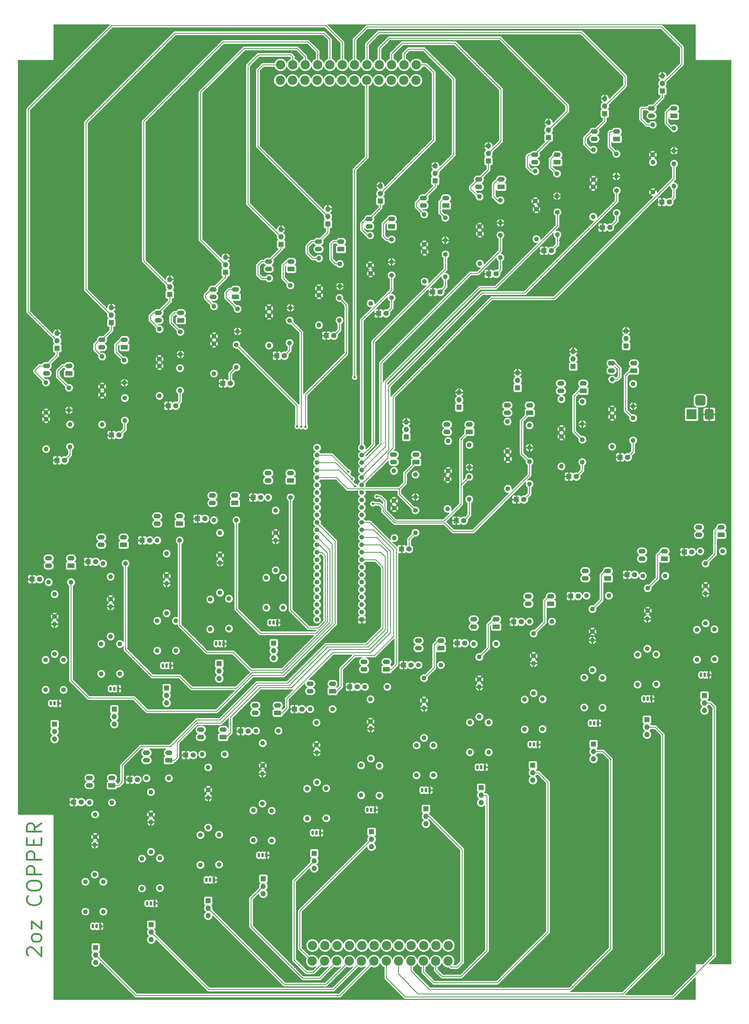
<source format=gtl>
G04 #@! TF.GenerationSoftware,KiCad,Pcbnew,(5.0.0-3-g5ebb6b6)*
G04 #@! TF.CreationDate,2019-09-30T16:34:02-06:00*
G04 #@! TF.ProjectId,VasulkaTranslocationPCB,566173756C6B615472616E736C6F6361,rev?*
G04 #@! TF.SameCoordinates,Original*
G04 #@! TF.FileFunction,Copper,L1,Top,Signal*
G04 #@! TF.FilePolarity,Positive*
%FSLAX46Y46*%
G04 Gerber Fmt 4.6, Leading zero omitted, Abs format (unit mm)*
G04 Created by KiCad (PCBNEW (5.0.0-3-g5ebb6b6)) date Monday, September 30, 2019 at 04:34:02 PM*
%MOMM*%
%LPD*%
G01*
G04 APERTURE LIST*
G04 #@! TA.AperFunction,NonConductor*
%ADD10C,0.600000*%
G04 #@! TD*
G04 #@! TA.AperFunction,ComponentPad*
%ADD11C,1.600000*%
G04 #@! TD*
G04 #@! TA.AperFunction,ComponentPad*
%ADD12R,1.600000X1.600000*%
G04 #@! TD*
G04 #@! TA.AperFunction,ComponentPad*
%ADD13C,3.175000*%
G04 #@! TD*
G04 #@! TA.AperFunction,ComponentPad*
%ADD14R,3.500000X3.500000*%
G04 #@! TD*
G04 #@! TA.AperFunction,Conductor*
%ADD15C,0.100000*%
G04 #@! TD*
G04 #@! TA.AperFunction,ComponentPad*
%ADD16C,3.000000*%
G04 #@! TD*
G04 #@! TA.AperFunction,ComponentPad*
%ADD17C,3.500000*%
G04 #@! TD*
G04 #@! TA.AperFunction,ComponentPad*
%ADD18C,1.800000*%
G04 #@! TD*
G04 #@! TA.AperFunction,ComponentPad*
%ADD19R,1.800000X1.800000*%
G04 #@! TD*
G04 #@! TA.AperFunction,ComponentPad*
%ADD20O,1.600000X1.600000*%
G04 #@! TD*
G04 #@! TA.AperFunction,ComponentPad*
%ADD21O,1.800000X1.800000*%
G04 #@! TD*
G04 #@! TA.AperFunction,ComponentPad*
%ADD22O,0.900000X1.500000*%
G04 #@! TD*
G04 #@! TA.AperFunction,ComponentPad*
%ADD23R,0.900000X1.500000*%
G04 #@! TD*
G04 #@! TA.AperFunction,ComponentPad*
%ADD24R,2.400000X1.600000*%
G04 #@! TD*
G04 #@! TA.AperFunction,ComponentPad*
%ADD25O,2.400000X1.600000*%
G04 #@! TD*
G04 #@! TA.AperFunction,ViaPad*
%ADD26C,0.800000*%
G04 #@! TD*
G04 #@! TA.AperFunction,Conductor*
%ADD27C,0.250000*%
G04 #@! TD*
G04 #@! TA.AperFunction,Conductor*
%ADD28C,0.254000*%
G04 #@! TD*
G04 APERTURE END LIST*
D10*
X110768095Y-423820000D02*
X110530000Y-423581904D01*
X110291904Y-423105714D01*
X110291904Y-421915238D01*
X110530000Y-421439047D01*
X110768095Y-421200952D01*
X111244285Y-420962857D01*
X111720476Y-420962857D01*
X112434761Y-421200952D01*
X115291904Y-424058095D01*
X115291904Y-420962857D01*
X115291904Y-418105714D02*
X115053809Y-418581904D01*
X114815714Y-418820000D01*
X114339523Y-419058095D01*
X112910952Y-419058095D01*
X112434761Y-418820000D01*
X112196666Y-418581904D01*
X111958571Y-418105714D01*
X111958571Y-417391428D01*
X112196666Y-416915238D01*
X112434761Y-416677142D01*
X112910952Y-416439047D01*
X114339523Y-416439047D01*
X114815714Y-416677142D01*
X115053809Y-416915238D01*
X115291904Y-417391428D01*
X115291904Y-418105714D01*
X111958571Y-414772380D02*
X111958571Y-412153333D01*
X115291904Y-414772380D01*
X115291904Y-412153333D01*
X114815714Y-403581904D02*
X115053809Y-403820000D01*
X115291904Y-404534285D01*
X115291904Y-405010476D01*
X115053809Y-405724761D01*
X114577619Y-406200952D01*
X114101428Y-406439047D01*
X113149047Y-406677142D01*
X112434761Y-406677142D01*
X111482380Y-406439047D01*
X111006190Y-406200952D01*
X110530000Y-405724761D01*
X110291904Y-405010476D01*
X110291904Y-404534285D01*
X110530000Y-403820000D01*
X110768095Y-403581904D01*
X110291904Y-400486666D02*
X110291904Y-399534285D01*
X110530000Y-399058095D01*
X111006190Y-398581904D01*
X111958571Y-398343809D01*
X113625238Y-398343809D01*
X114577619Y-398581904D01*
X115053809Y-399058095D01*
X115291904Y-399534285D01*
X115291904Y-400486666D01*
X115053809Y-400962857D01*
X114577619Y-401439047D01*
X113625238Y-401677142D01*
X111958571Y-401677142D01*
X111006190Y-401439047D01*
X110530000Y-400962857D01*
X110291904Y-400486666D01*
X115291904Y-396200952D02*
X110291904Y-396200952D01*
X110291904Y-394296190D01*
X110530000Y-393820000D01*
X110768095Y-393581904D01*
X111244285Y-393343809D01*
X111958571Y-393343809D01*
X112434761Y-393581904D01*
X112672857Y-393820000D01*
X112910952Y-394296190D01*
X112910952Y-396200952D01*
X115291904Y-391200952D02*
X110291904Y-391200952D01*
X110291904Y-389296190D01*
X110530000Y-388820000D01*
X110768095Y-388581904D01*
X111244285Y-388343809D01*
X111958571Y-388343809D01*
X112434761Y-388581904D01*
X112672857Y-388820000D01*
X112910952Y-389296190D01*
X112910952Y-391200952D01*
X112672857Y-386200952D02*
X112672857Y-384534285D01*
X115291904Y-383820000D02*
X115291904Y-386200952D01*
X110291904Y-386200952D01*
X110291904Y-383820000D01*
X115291904Y-378820000D02*
X112910952Y-380486666D01*
X115291904Y-381677142D02*
X110291904Y-381677142D01*
X110291904Y-379772380D01*
X110530000Y-379296190D01*
X110768095Y-379058095D01*
X111244285Y-378820000D01*
X111958571Y-378820000D01*
X112434761Y-379058095D01*
X112672857Y-379296190D01*
X112910952Y-379772380D01*
X112910952Y-381677142D01*
D11*
G04 #@! TO.P,U1,17*
G04 #@! TO.N,PIN25*
X224282000Y-268986000D03*
G04 #@! TO.P,U1,18*
G04 #@! TO.N,PIN26*
X224282000Y-266446000D03*
G04 #@! TO.P,U1,19*
G04 #@! TO.N,PIN27*
X224282000Y-263906000D03*
G04 #@! TO.P,U1,20*
G04 #@! TO.N,PIN28*
X224282000Y-261366000D03*
G04 #@! TO.P,U1,16*
G04 #@! TO.N,PIN24*
X224282000Y-271526000D03*
G04 #@! TO.P,U1,15*
G04 #@! TO.N,Net-(U1-Pad15)*
X224282000Y-274066000D03*
G04 #@! TO.P,U1,14*
G04 #@! TO.N,PIN12*
X224282000Y-276606000D03*
G04 #@! TO.P,U1,21*
G04 #@! TO.N,PIN29*
X224282000Y-258826000D03*
G04 #@! TO.P,U1,22*
G04 #@! TO.N,PIN30*
X224282000Y-256286000D03*
G04 #@! TO.P,U1,23*
G04 #@! TO.N,PIN31*
X224282000Y-253746000D03*
G04 #@! TO.P,U1,24*
G04 #@! TO.N,PIN32*
X224282000Y-251206000D03*
G04 #@! TO.P,U1,30*
G04 #@! TO.N,PIN33*
X209042000Y-251206000D03*
G04 #@! TO.P,U1,31*
G04 #@! TO.N,PIN34*
X209042000Y-253746000D03*
G04 #@! TO.P,U1,32*
G04 #@! TO.N,PIN35*
X209042000Y-256286000D03*
G04 #@! TO.P,U1,33*
G04 #@! TO.N,PIN36*
X209042000Y-258826000D03*
G04 #@! TO.P,U1,34*
G04 #@! TO.N,PIN37*
X209042000Y-261366000D03*
G04 #@! TO.P,U1,35*
G04 #@! TO.N,Net-(U1-Pad35)*
X209042000Y-263906000D03*
G04 #@! TO.P,U1,36*
G04 #@! TO.N,Net-(U1-Pad36)*
X209042000Y-266446000D03*
G04 #@! TO.P,U1,37*
G04 #@! TO.N,Net-(U1-Pad37)*
X209042000Y-268986000D03*
G04 #@! TO.P,U1,13*
G04 #@! TO.N,PIN11*
X224282000Y-279146000D03*
G04 #@! TO.P,U1,12*
G04 #@! TO.N,PIN10*
X224282000Y-281686000D03*
G04 #@! TO.P,U1,11*
G04 #@! TO.N,PIN9*
X224282000Y-284226000D03*
G04 #@! TO.P,U1,10*
G04 #@! TO.N,PIN8*
X224282000Y-286766000D03*
G04 #@! TO.P,U1,9*
G04 #@! TO.N,PIN7*
X224282000Y-289306000D03*
G04 #@! TO.P,U1,8*
G04 #@! TO.N,PIN6*
X224282000Y-291846000D03*
G04 #@! TO.P,U1,7*
G04 #@! TO.N,PIN5*
X224282000Y-294386000D03*
G04 #@! TO.P,U1,6*
G04 #@! TO.N,PIN4*
X224282000Y-296926000D03*
G04 #@! TO.P,U1,5*
G04 #@! TO.N,PIN3*
X224282000Y-299466000D03*
G04 #@! TO.P,U1,4*
G04 #@! TO.N,PIN2*
X224282000Y-302006000D03*
G04 #@! TO.P,U1,3*
G04 #@! TO.N,PIN1*
X224282000Y-304546000D03*
G04 #@! TO.P,U1,2*
G04 #@! TO.N,Net-(U1-Pad2)*
X224282000Y-307086000D03*
D12*
G04 #@! TO.P,U1,1*
G04 #@! TO.N,GND*
X224282000Y-309626000D03*
D11*
G04 #@! TO.P,U1,38*
G04 #@! TO.N,Net-(U1-Pad38)*
X209042000Y-271526000D03*
G04 #@! TO.P,U1,39*
G04 #@! TO.N,Net-(U1-Pad39)*
X209042000Y-274066000D03*
G04 #@! TO.P,U1,40*
G04 #@! TO.N,PIN13*
X209042000Y-276606000D03*
G04 #@! TO.P,U1,41*
G04 #@! TO.N,PIN14*
X209042000Y-279146000D03*
G04 #@! TO.P,U1,42*
G04 #@! TO.N,PIN15*
X209042000Y-281686000D03*
G04 #@! TO.P,U1,43*
G04 #@! TO.N,PIN16*
X209042000Y-284226000D03*
G04 #@! TO.P,U1,44*
G04 #@! TO.N,PIN17*
X209042000Y-286766000D03*
G04 #@! TO.P,U1,45*
G04 #@! TO.N,Net-(U1-Pad45)*
X209042000Y-289306000D03*
G04 #@! TO.P,U1,46*
G04 #@! TO.N,Net-(U1-Pad46)*
X209042000Y-291846000D03*
G04 #@! TO.P,U1,47*
G04 #@! TO.N,Net-(U1-Pad47)*
X209042000Y-294386000D03*
G04 #@! TO.P,U1,48*
G04 #@! TO.N,PIN21*
X209042000Y-296926000D03*
G04 #@! TO.P,U1,49*
G04 #@! TO.N,PIN22*
X209042000Y-299466000D03*
G04 #@! TO.P,U1,50*
G04 #@! TO.N,PIN23*
X209042000Y-302006000D03*
G04 #@! TO.P,U1,51*
G04 #@! TO.N,Net-(U1-Pad51)*
X209042000Y-304546000D03*
G04 #@! TO.P,U1,52*
G04 #@! TO.N,Net-(U1-Pad52)*
X209042000Y-307086000D03*
G04 #@! TO.P,U1,53*
G04 #@! TO.N,+5V*
X209042000Y-309626000D03*
G04 #@! TD*
D13*
G04 #@! TO.P,J2,1*
G04 #@! TO.N,-1*
X196615000Y-121030000D03*
G04 #@! TO.P,J2,2*
G04 #@! TO.N,-2*
X200815000Y-121030000D03*
G04 #@! TO.P,J2,3*
G04 #@! TO.N,-3*
X205015000Y-121030000D03*
G04 #@! TO.P,J2,4*
G04 #@! TO.N,-4*
X209215000Y-121030000D03*
G04 #@! TO.P,J2,5*
G04 #@! TO.N,-5*
X213415000Y-121030000D03*
G04 #@! TO.P,J2,6*
G04 #@! TO.N,-6*
X217615000Y-121030000D03*
G04 #@! TO.P,J2,7*
G04 #@! TO.N,-7*
X221815000Y-121030000D03*
G04 #@! TO.P,J2,8*
G04 #@! TO.N,-8*
X226015000Y-121030000D03*
G04 #@! TO.P,J2,9*
G04 #@! TO.N,-9*
X230215000Y-121030000D03*
G04 #@! TO.P,J2,10*
G04 #@! TO.N,-10*
X234415000Y-121030000D03*
G04 #@! TO.P,J2,11*
G04 #@! TO.N,-11*
X238615000Y-121030000D03*
G04 #@! TO.P,J2,12*
G04 #@! TO.N,-12*
X242815000Y-121030000D03*
G04 #@! TO.P,J2,13*
G04 #@! TO.N,-13*
X242715000Y-126330000D03*
G04 #@! TO.P,J2,14*
G04 #@! TO.N,-14*
X238515000Y-126330000D03*
G04 #@! TO.P,J2,15*
G04 #@! TO.N,-15*
X234315000Y-126330000D03*
G04 #@! TO.P,J2,16*
G04 #@! TO.N,-16*
X230115000Y-126330000D03*
G04 #@! TO.P,J2,17*
G04 #@! TO.N,-17*
X225915000Y-126330000D03*
G04 #@! TO.P,J2,18*
G04 #@! TO.N,Net-(J2-Pad18)*
X221715000Y-126330000D03*
G04 #@! TO.P,J2,19*
G04 #@! TO.N,Net-(J2-Pad19)*
X217515000Y-126330000D03*
G04 #@! TO.P,J2,20*
G04 #@! TO.N,Net-(J2-Pad20)*
X213315000Y-126330000D03*
G04 #@! TO.P,J2,21*
G04 #@! TO.N,Net-(J2-Pad21)*
X209115000Y-126330000D03*
G04 #@! TO.P,J2,22*
G04 #@! TO.N,Net-(J2-Pad22)*
X204915000Y-126330000D03*
G04 #@! TO.P,J2,23*
G04 #@! TO.N,Net-(J2-Pad23)*
X200715000Y-126330000D03*
G04 #@! TO.P,J2,24*
G04 #@! TO.N,Net-(J2-Pad24)*
X196515000Y-126330000D03*
G04 #@! TD*
G04 #@! TO.P,J3,1*
G04 #@! TO.N,+1*
X253600000Y-425705000D03*
G04 #@! TO.P,J3,2*
G04 #@! TO.N,+2*
X249400000Y-425705000D03*
G04 #@! TO.P,J3,3*
G04 #@! TO.N,+3*
X245200000Y-425705000D03*
G04 #@! TO.P,J3,4*
G04 #@! TO.N,+4*
X241000000Y-425705000D03*
G04 #@! TO.P,J3,5*
G04 #@! TO.N,+5*
X236800000Y-425705000D03*
G04 #@! TO.P,J3,6*
G04 #@! TO.N,+6*
X232600000Y-425705000D03*
G04 #@! TO.P,J3,7*
G04 #@! TO.N,+7*
X228400000Y-425705000D03*
G04 #@! TO.P,J3,8*
G04 #@! TO.N,+8*
X224200000Y-425705000D03*
G04 #@! TO.P,J3,9*
G04 #@! TO.N,+9*
X220000000Y-425705000D03*
G04 #@! TO.P,J3,10*
G04 #@! TO.N,+10*
X215800000Y-425705000D03*
G04 #@! TO.P,J3,11*
G04 #@! TO.N,+11*
X211600000Y-425705000D03*
G04 #@! TO.P,J3,12*
G04 #@! TO.N,+12*
X207400000Y-425705000D03*
G04 #@! TO.P,J3,13*
G04 #@! TO.N,+13*
X207500000Y-420405000D03*
G04 #@! TO.P,J3,14*
G04 #@! TO.N,+14*
X211700000Y-420405000D03*
G04 #@! TO.P,J3,15*
G04 #@! TO.N,+15*
X215900000Y-420405000D03*
G04 #@! TO.P,J3,16*
G04 #@! TO.N,+16*
X220100000Y-420405000D03*
G04 #@! TO.P,J3,17*
G04 #@! TO.N,+17*
X224300000Y-420405000D03*
G04 #@! TO.P,J3,18*
G04 #@! TO.N,Net-(J3-Pad18)*
X228500000Y-420405000D03*
G04 #@! TO.P,J3,19*
G04 #@! TO.N,Net-(J3-Pad19)*
X232700000Y-420405000D03*
G04 #@! TO.P,J3,20*
G04 #@! TO.N,Net-(J3-Pad20)*
X236900000Y-420405000D03*
G04 #@! TO.P,J3,21*
G04 #@! TO.N,Net-(J3-Pad21)*
X241100000Y-420405000D03*
G04 #@! TO.P,J3,22*
G04 #@! TO.N,Net-(J3-Pad22)*
X245300000Y-420405000D03*
G04 #@! TO.P,J3,23*
G04 #@! TO.N,Net-(J3-Pad23)*
X249500000Y-420405000D03*
G04 #@! TO.P,J3,24*
G04 #@! TO.N,Net-(J3-Pad24)*
X253700000Y-420405000D03*
G04 #@! TD*
D14*
G04 #@! TO.P,J1,1*
G04 #@! TO.N,+12V*
X336423000Y-239839500D03*
D15*
G04 #@! TD*
G04 #@! TO.N,GND*
G04 #@! TO.C,J1*
G36*
X343246513Y-238093111D02*
X343319318Y-238103911D01*
X343390714Y-238121795D01*
X343460013Y-238146590D01*
X343526548Y-238178059D01*
X343589678Y-238215898D01*
X343648795Y-238259742D01*
X343703330Y-238309170D01*
X343752758Y-238363705D01*
X343796602Y-238422822D01*
X343834441Y-238485952D01*
X343865910Y-238552487D01*
X343890705Y-238621786D01*
X343908589Y-238693182D01*
X343919389Y-238765987D01*
X343923000Y-238839500D01*
X343923000Y-240839500D01*
X343919389Y-240913013D01*
X343908589Y-240985818D01*
X343890705Y-241057214D01*
X343865910Y-241126513D01*
X343834441Y-241193048D01*
X343796602Y-241256178D01*
X343752758Y-241315295D01*
X343703330Y-241369830D01*
X343648795Y-241419258D01*
X343589678Y-241463102D01*
X343526548Y-241500941D01*
X343460013Y-241532410D01*
X343390714Y-241557205D01*
X343319318Y-241575089D01*
X343246513Y-241585889D01*
X343173000Y-241589500D01*
X341673000Y-241589500D01*
X341599487Y-241585889D01*
X341526682Y-241575089D01*
X341455286Y-241557205D01*
X341385987Y-241532410D01*
X341319452Y-241500941D01*
X341256322Y-241463102D01*
X341197205Y-241419258D01*
X341142670Y-241369830D01*
X341093242Y-241315295D01*
X341049398Y-241256178D01*
X341011559Y-241193048D01*
X340980090Y-241126513D01*
X340955295Y-241057214D01*
X340937411Y-240985818D01*
X340926611Y-240913013D01*
X340923000Y-240839500D01*
X340923000Y-238839500D01*
X340926611Y-238765987D01*
X340937411Y-238693182D01*
X340955295Y-238621786D01*
X340980090Y-238552487D01*
X341011559Y-238485952D01*
X341049398Y-238422822D01*
X341093242Y-238363705D01*
X341142670Y-238309170D01*
X341197205Y-238259742D01*
X341256322Y-238215898D01*
X341319452Y-238178059D01*
X341385987Y-238146590D01*
X341455286Y-238121795D01*
X341526682Y-238103911D01*
X341599487Y-238093111D01*
X341673000Y-238089500D01*
X343173000Y-238089500D01*
X343246513Y-238093111D01*
X343246513Y-238093111D01*
G37*
D16*
G04 #@! TO.P,J1,2*
G04 #@! TO.N,GND*
X342423000Y-239839500D03*
D15*
G04 #@! TD*
G04 #@! TO.N,N/C*
G04 #@! TO.C,J1*
G36*
X340383765Y-233393713D02*
X340468704Y-233406313D01*
X340551999Y-233427177D01*
X340632848Y-233456105D01*
X340710472Y-233492819D01*
X340784124Y-233536964D01*
X340853094Y-233588116D01*
X340916718Y-233645782D01*
X340974384Y-233709406D01*
X341025536Y-233778376D01*
X341069681Y-233852028D01*
X341106395Y-233929652D01*
X341135323Y-234010501D01*
X341156187Y-234093796D01*
X341168787Y-234178735D01*
X341173000Y-234264500D01*
X341173000Y-236014500D01*
X341168787Y-236100265D01*
X341156187Y-236185204D01*
X341135323Y-236268499D01*
X341106395Y-236349348D01*
X341069681Y-236426972D01*
X341025536Y-236500624D01*
X340974384Y-236569594D01*
X340916718Y-236633218D01*
X340853094Y-236690884D01*
X340784124Y-236742036D01*
X340710472Y-236786181D01*
X340632848Y-236822895D01*
X340551999Y-236851823D01*
X340468704Y-236872687D01*
X340383765Y-236885287D01*
X340298000Y-236889500D01*
X338548000Y-236889500D01*
X338462235Y-236885287D01*
X338377296Y-236872687D01*
X338294001Y-236851823D01*
X338213152Y-236822895D01*
X338135528Y-236786181D01*
X338061876Y-236742036D01*
X337992906Y-236690884D01*
X337929282Y-236633218D01*
X337871616Y-236569594D01*
X337820464Y-236500624D01*
X337776319Y-236426972D01*
X337739605Y-236349348D01*
X337710677Y-236268499D01*
X337689813Y-236185204D01*
X337677213Y-236100265D01*
X337673000Y-236014500D01*
X337673000Y-234264500D01*
X337677213Y-234178735D01*
X337689813Y-234093796D01*
X337710677Y-234010501D01*
X337739605Y-233929652D01*
X337776319Y-233852028D01*
X337820464Y-233778376D01*
X337871616Y-233709406D01*
X337929282Y-233645782D01*
X337992906Y-233588116D01*
X338061876Y-233536964D01*
X338135528Y-233492819D01*
X338213152Y-233456105D01*
X338294001Y-233427177D01*
X338377296Y-233406313D01*
X338462235Y-233393713D01*
X338548000Y-233389500D01*
X340298000Y-233389500D01*
X340383765Y-233393713D01*
X340383765Y-233393713D01*
G37*
D17*
G04 #@! TO.P,J1,3*
G04 #@! TO.N,N/C*
X339423000Y-235139500D03*
G04 #@! TD*
D18*
G04 #@! TO.P,D18,2*
G04 #@! TO.N,Net-(D18-Pad2)*
X203898500Y-340042500D03*
D19*
G04 #@! TO.P,D18,1*
G04 #@! TO.N,GND*
X201358500Y-340042500D03*
G04 #@! TD*
G04 #@! TO.P,D19,1*
G04 #@! TO.N,GND*
X183070500Y-347535500D03*
D18*
G04 #@! TO.P,D19,2*
G04 #@! TO.N,Net-(D19-Pad2)*
X185610500Y-347535500D03*
G04 #@! TD*
G04 #@! TO.P,D20,2*
G04 #@! TO.N,Net-(D20-Pad2)*
X222758000Y-332486000D03*
D19*
G04 #@! TO.P,D20,1*
G04 #@! TO.N,GND*
X220218000Y-332486000D03*
G04 #@! TD*
G04 #@! TO.P,D21,1*
G04 #@! TO.N,GND*
X131191000Y-289941000D03*
D18*
G04 #@! TO.P,D21,2*
G04 #@! TO.N,Net-(D21-Pad2)*
X133731000Y-289941000D03*
G04 #@! TD*
G04 #@! TO.P,D22,2*
G04 #@! TO.N,Net-(D22-Pad2)*
X114681000Y-295910000D03*
D19*
G04 #@! TO.P,D22,1*
G04 #@! TO.N,GND*
X112141000Y-295910000D03*
G04 #@! TD*
G04 #@! TO.P,D23,1*
G04 #@! TO.N,GND*
X149606000Y-282702000D03*
D18*
G04 #@! TO.P,D23,2*
G04 #@! TO.N,Net-(D23-Pad2)*
X152146000Y-282702000D03*
G04 #@! TD*
G04 #@! TO.P,D24,2*
G04 #@! TO.N,Net-(D24-Pad2)*
X170942000Y-275336000D03*
D19*
G04 #@! TO.P,D24,1*
G04 #@! TO.N,GND*
X168402000Y-275336000D03*
G04 #@! TD*
G04 #@! TO.P,D25,1*
G04 #@! TO.N,GND*
X187325000Y-268097000D03*
D18*
G04 #@! TO.P,D25,2*
G04 #@! TO.N,Net-(D25-Pad2)*
X189865000Y-268097000D03*
G04 #@! TD*
G04 #@! TO.P,D26,2*
G04 #@! TO.N,Net-(D26-Pad2)*
X240982500Y-325056500D03*
D19*
G04 #@! TO.P,D26,1*
G04 #@! TO.N,GND*
X238442500Y-325056500D03*
G04 #@! TD*
G04 #@! TO.P,D27,1*
G04 #@! TO.N,GND*
X256730500Y-317627000D03*
D18*
G04 #@! TO.P,D27,2*
G04 #@! TO.N,Net-(D27-Pad2)*
X259270500Y-317627000D03*
G04 #@! TD*
G04 #@! TO.P,D28,2*
G04 #@! TO.N,Net-(D28-Pad2)*
X278511000Y-310388000D03*
D19*
G04 #@! TO.P,D28,1*
G04 #@! TO.N,GND*
X275971000Y-310388000D03*
G04 #@! TD*
G04 #@! TO.P,D29,1*
G04 #@! TO.N,GND*
X333946500Y-286639000D03*
D18*
G04 #@! TO.P,D29,2*
G04 #@! TO.N,Net-(D29-Pad2)*
X336486500Y-286639000D03*
G04 #@! TD*
G04 #@! TO.P,D30,2*
G04 #@! TO.N,Net-(D30-Pad2)*
X317055500Y-294386000D03*
D19*
G04 #@! TO.P,D30,1*
G04 #@! TO.N,GND*
X314515500Y-294386000D03*
G04 #@! TD*
G04 #@! TO.P,D31,1*
G04 #@! TO.N,GND*
X295338500Y-301625000D03*
D18*
G04 #@! TO.P,D31,2*
G04 #@! TO.N,Net-(D31-Pad2)*
X297878500Y-301625000D03*
G04 #@! TD*
G04 #@! TO.P,D32,2*
G04 #@! TO.N,Net-(D32-Pad2)*
X166941500Y-355663500D03*
D19*
G04 #@! TO.P,D32,1*
G04 #@! TO.N,GND*
X164401500Y-355663500D03*
G04 #@! TD*
G04 #@! TO.P,D33,1*
G04 #@! TO.N,GND*
X126301500Y-371665500D03*
D18*
G04 #@! TO.P,D33,2*
G04 #@! TO.N,Net-(D33-Pad2)*
X128841500Y-371665500D03*
G04 #@! TD*
G04 #@! TO.P,D34,2*
G04 #@! TO.N,Net-(D34-Pad2)*
X147955000Y-364045500D03*
D19*
G04 #@! TO.P,D34,1*
G04 #@! TO.N,GND*
X145415000Y-364045500D03*
G04 #@! TD*
D11*
G04 #@! TO.P,R113,1*
G04 #@! TO.N,Net-(Q38-Pad2)*
X267398500Y-354711000D03*
D20*
G04 #@! TO.P,R113,2*
G04 #@! TO.N,Net-(R113-Pad2)*
X267398500Y-344551000D03*
G04 #@! TD*
G04 #@! TO.P,R106,2*
G04 #@! TO.N,Net-(Q30-Pad1)*
X172720000Y-312928000D03*
D11*
G04 #@! TO.P,R106,1*
G04 #@! TO.N,+12V*
X172720000Y-302768000D03*
G04 #@! TD*
G04 #@! TO.P,R105,1*
G04 #@! TO.N,Net-(R101-Pad2)*
X176022000Y-300482000D03*
D20*
G04 #@! TO.P,R105,2*
G04 #@! TO.N,GND*
X176022000Y-290322000D03*
G04 #@! TD*
G04 #@! TO.P,R122,2*
G04 #@! TO.N,GND*
X282702000Y-324485000D03*
D11*
G04 #@! TO.P,R122,1*
G04 #@! TO.N,Net-(R116-Pad2)*
X282702000Y-334645000D03*
G04 #@! TD*
G04 #@! TO.P,R102,1*
G04 #@! TO.N,Net-(Q33-Pad2)*
X197485000Y-305562000D03*
D20*
G04 #@! TO.P,R102,2*
G04 #@! TO.N,Net-(R102-Pad2)*
X197485000Y-295402000D03*
G04 #@! TD*
G04 #@! TO.P,R101,2*
G04 #@! TO.N,Net-(R101-Pad2)*
X179070000Y-302514000D03*
D11*
G04 #@! TO.P,R101,1*
G04 #@! TO.N,Net-(Q32-Pad2)*
X179070000Y-312674000D03*
G04 #@! TD*
G04 #@! TO.P,R98,1*
G04 #@! TO.N,+12V*
X154686000Y-310007000D03*
D20*
G04 #@! TO.P,R98,2*
G04 #@! TO.N,Net-(Q26-Pad1)*
X154686000Y-320167000D03*
G04 #@! TD*
G04 #@! TO.P,R97,2*
G04 #@! TO.N,Net-(Q25-Pad1)*
X116713000Y-333502000D03*
D11*
G04 #@! TO.P,R97,1*
G04 #@! TO.N,+12V*
X116713000Y-323342000D03*
G04 #@! TD*
G04 #@! TO.P,R94,1*
G04 #@! TO.N,Net-(R88-Pad2)*
X119761000Y-321310000D03*
D20*
G04 #@! TO.P,R94,2*
G04 #@! TO.N,GND*
X119761000Y-311150000D03*
G04 #@! TD*
G04 #@! TO.P,R93,2*
G04 #@! TO.N,GND*
X138811000Y-305181000D03*
D11*
G04 #@! TO.P,R93,1*
G04 #@! TO.N,Net-(R87-Pad2)*
X138811000Y-315341000D03*
G04 #@! TD*
G04 #@! TO.P,R130,1*
G04 #@! TO.N,Net-(Q45-Pad2)*
X306133500Y-339598000D03*
D20*
G04 #@! TO.P,R130,2*
G04 #@! TO.N,Net-(R130-Pad2)*
X306133500Y-329438000D03*
G04 #@! TD*
G04 #@! TO.P,R133,2*
G04 #@! TO.N,Net-(Q40-Pad1)*
X338264500Y-323215000D03*
D11*
G04 #@! TO.P,R133,1*
G04 #@! TO.N,+12V*
X338264500Y-313055000D03*
G04 #@! TD*
G04 #@! TO.P,R89,1*
G04 #@! TO.N,Net-(Q29-Pad2)*
X161036000Y-320167000D03*
D20*
G04 #@! TO.P,R89,2*
G04 #@! TO.N,Net-(R89-Pad2)*
X161036000Y-310007000D03*
G04 #@! TD*
G04 #@! TO.P,R137,2*
G04 #@! TO.N,GND*
X302704500Y-316611000D03*
D11*
G04 #@! TO.P,R137,1*
G04 #@! TO.N,Net-(R130-Pad2)*
X302704500Y-326771000D03*
G04 #@! TD*
G04 #@! TO.P,R82,1*
G04 #@! TO.N,+12V*
X187388500Y-374459500D03*
D20*
G04 #@! TO.P,R82,2*
G04 #@! TO.N,Net-(Q19-Pad1)*
X187388500Y-384619500D03*
G04 #@! TD*
G04 #@! TO.P,R81,2*
G04 #@! TO.N,GND*
X227330000Y-346710000D03*
D11*
G04 #@! TO.P,R81,1*
G04 #@! TO.N,Net-(R74-Pad2)*
X227330000Y-356870000D03*
G04 #@! TD*
G04 #@! TO.P,R78,1*
G04 #@! TO.N,Net-(R72-Pad2)*
X208978500Y-364934500D03*
D20*
G04 #@! TO.P,R78,2*
G04 #@! TO.N,GND*
X208978500Y-354774500D03*
G04 #@! TD*
G04 #@! TO.P,R138,2*
G04 #@! TO.N,Net-(Q42-Pad1)*
X299910500Y-339471000D03*
D11*
G04 #@! TO.P,R138,1*
G04 #@! TO.N,+12V*
X299910500Y-329311000D03*
G04 #@! TD*
G04 #@! TO.P,R142,1*
G04 #@! TO.N,Net-(Q49-Pad2)*
X175704500Y-392874500D03*
D20*
G04 #@! TO.P,R142,2*
G04 #@! TO.N,Net-(R142-Pad2)*
X175704500Y-382714500D03*
G04 #@! TD*
G04 #@! TO.P,R144,2*
G04 #@! TO.N,Net-(R144-Pad2)*
X136334500Y-398716500D03*
D11*
G04 #@! TO.P,R144,1*
G04 #@! TO.N,Net-(Q50-Pad2)*
X136334500Y-408876500D03*
G04 #@! TD*
G04 #@! TO.P,R74,1*
G04 #@! TO.N,Net-(Q23-Pad2)*
X230251000Y-369443000D03*
D20*
G04 #@! TO.P,R74,2*
G04 #@! TO.N,Net-(R74-Pad2)*
X230251000Y-359283000D03*
G04 #@! TD*
G04 #@! TO.P,R73,2*
G04 #@! TO.N,Net-(R73-Pad2)*
X193611500Y-374586500D03*
D11*
G04 #@! TO.P,R73,1*
G04 #@! TO.N,Net-(Q22-Pad2)*
X193611500Y-384746500D03*
G04 #@! TD*
G04 #@! TO.P,R145,1*
G04 #@! TO.N,Net-(R142-Pad2)*
X172021500Y-380301500D03*
D20*
G04 #@! TO.P,R145,2*
G04 #@! TO.N,GND*
X172021500Y-370141500D03*
G04 #@! TD*
G04 #@! TO.P,R146,2*
G04 #@! TO.N,Net-(R146-Pad2)*
X155575000Y-390715500D03*
D11*
G04 #@! TO.P,R146,1*
G04 #@! TO.N,Net-(Q51-Pad2)*
X155575000Y-400875500D03*
G04 #@! TD*
G04 #@! TO.P,R147,1*
G04 #@! TO.N,+12V*
X169354500Y-382841500D03*
D20*
G04 #@! TO.P,R147,2*
G04 #@! TO.N,Net-(Q46-Pad1)*
X169354500Y-393001500D03*
G04 #@! TD*
G04 #@! TO.P,R149,2*
G04 #@! TO.N,GND*
X133413500Y-386143500D03*
D11*
G04 #@! TO.P,R149,1*
G04 #@! TO.N,Net-(R144-Pad2)*
X133413500Y-396303500D03*
G04 #@! TD*
G04 #@! TO.P,R65,1*
G04 #@! TO.N,GND*
X253619000Y-259080000D03*
D20*
G04 #@! TO.P,R65,2*
G04 #@! TO.N,Net-(Q16-Pad1)*
X253619000Y-248920000D03*
G04 #@! TD*
G04 #@! TO.P,R151,2*
G04 #@! TO.N,Net-(Q47-Pad1)*
X130238500Y-408876500D03*
D11*
G04 #@! TO.P,R151,1*
G04 #@! TO.N,+12V*
X130238500Y-398716500D03*
G04 #@! TD*
G04 #@! TO.P,R152,1*
G04 #@! TO.N,Net-(R146-Pad2)*
X152527000Y-388556500D03*
D20*
G04 #@! TO.P,R152,2*
G04 #@! TO.N,GND*
X152527000Y-378396500D03*
G04 #@! TD*
G04 #@! TO.P,R153,2*
G04 #@! TO.N,Net-(Q48-Pad1)*
X149479000Y-401002500D03*
D11*
G04 #@! TO.P,R153,1*
G04 #@! TO.N,+12V*
X149479000Y-390842500D03*
G04 #@! TD*
G04 #@! TO.P,R117,1*
G04 #@! TO.N,Net-(R112-Pad2)*
X245427500Y-349821500D03*
D20*
G04 #@! TO.P,R117,2*
G04 #@! TO.N,GND*
X245427500Y-339661500D03*
G04 #@! TD*
G04 #@! TO.P,R5,2*
G04 #@! TO.N,Net-(Q2-Pad1)*
X192722500Y-216471500D03*
D11*
G04 #@! TO.P,R5,1*
G04 #@! TO.N,GND*
X192722500Y-206311500D03*
G04 #@! TD*
G04 #@! TO.P,R53,1*
G04 #@! TO.N,GND*
X309435500Y-240665000D03*
D20*
G04 #@! TO.P,R53,2*
G04 #@! TO.N,Net-(Q14-Pad1)*
X309435500Y-250825000D03*
G04 #@! TD*
G04 #@! TO.P,R6,2*
G04 #@! TO.N,Net-(Q3-Pad1)*
X173990000Y-225996500D03*
D11*
G04 #@! TO.P,R6,1*
G04 #@! TO.N,GND*
X173990000Y-215836500D03*
G04 #@! TD*
G04 #@! TO.P,R118,1*
G04 #@! TO.N,Net-(R113-Pad2)*
X264223500Y-342646000D03*
D20*
G04 #@! TO.P,R118,2*
G04 #@! TO.N,GND*
X264223500Y-332486000D03*
G04 #@! TD*
G04 #@! TO.P,R33,2*
G04 #@! TO.N,Net-(Q8-Pad1)*
X323215000Y-141414500D03*
D11*
G04 #@! TO.P,R33,1*
G04 #@! TO.N,GND*
X323215000Y-151574500D03*
G04 #@! TD*
G04 #@! TO.P,R27,1*
G04 #@! TO.N,PIN28*
X310959500Y-163766500D03*
D20*
G04 #@! TO.P,R27,2*
G04 #@! TO.N,Net-(D9-Pad2)*
X310959500Y-171386500D03*
G04 #@! TD*
G04 #@! TO.P,R26,2*
G04 #@! TO.N,Net-(D8-Pad2)*
X330454000Y-162306000D03*
D11*
G04 #@! TO.P,R26,1*
G04 #@! TO.N,PIN27*
X330454000Y-154686000D03*
G04 #@! TD*
G04 #@! TO.P,R23,1*
G04 #@! TO.N,Net-(R23-Pad1)*
X143510000Y-221488000D03*
D20*
G04 #@! TO.P,R23,2*
G04 #@! TO.N,GND*
X143510000Y-229108000D03*
G04 #@! TD*
G04 #@! TO.P,R32,2*
G04 #@! TO.N,GND*
X330454000Y-150241000D03*
D11*
G04 #@! TO.P,R32,1*
G04 #@! TO.N,Net-(R32-Pad1)*
X330454000Y-142621000D03*
G04 #@! TD*
G04 #@! TO.P,R35,1*
G04 #@! TO.N,Net-(R35-Pad1)*
X310832500Y-151320500D03*
D20*
G04 #@! TO.P,R35,2*
G04 #@! TO.N,GND*
X310832500Y-158940500D03*
G04 #@! TD*
G04 #@! TO.P,R38,2*
G04 #@! TO.N,Net-(D11-Pad2)*
X234378500Y-200215500D03*
D11*
G04 #@! TO.P,R38,1*
G04 #@! TO.N,PIN32*
X234378500Y-192595500D03*
G04 #@! TD*
G04 #@! TO.P,R39,1*
G04 #@! TO.N,PIN31*
X252730000Y-185483500D03*
D20*
G04 #@! TO.P,R39,2*
G04 #@! TO.N,Net-(D12-Pad2)*
X252730000Y-193103500D03*
G04 #@! TD*
G04 #@! TO.P,R15,2*
G04 #@! TO.N,Net-(D6-Pad2)*
X143637000Y-241935000D03*
D11*
G04 #@! TO.P,R15,1*
G04 #@! TO.N,PIN25*
X143637000Y-234315000D03*
G04 #@! TD*
G04 #@! TO.P,R11,1*
G04 #@! TO.N,Net-(R11-Pad1)*
X181991000Y-204025500D03*
D20*
G04 #@! TO.P,R11,2*
G04 #@! TO.N,GND*
X181991000Y-211645500D03*
G04 #@! TD*
G04 #@! TO.P,R47,2*
G04 #@! TO.N,GND*
X252666500Y-180657500D03*
D11*
G04 #@! TO.P,R47,1*
G04 #@! TO.N,Net-(R47-Pad1)*
X252666500Y-173037500D03*
G04 #@! TD*
G04 #@! TO.P,R50,1*
G04 #@! TO.N,PIN33*
X316547500Y-241109500D03*
D20*
G04 #@! TO.P,R50,2*
G04 #@! TO.N,Net-(D14-Pad2)*
X316547500Y-248729500D03*
G04 #@! TD*
G04 #@! TO.P,R7,2*
G04 #@! TO.N,GND*
X216789000Y-196342000D03*
D11*
G04 #@! TO.P,R7,1*
G04 #@! TO.N,Net-(R7-Pad1)*
X216789000Y-188722000D03*
G04 #@! TD*
G04 #@! TO.P,R51,1*
G04 #@! TO.N,PIN34*
X299275500Y-248475500D03*
D20*
G04 #@! TO.P,R51,2*
G04 #@! TO.N,Net-(D15-Pad2)*
X299275500Y-256095500D03*
G04 #@! TD*
G04 #@! TO.P,R55,2*
G04 #@! TO.N,GND*
X281305000Y-251206000D03*
D11*
G04 #@! TO.P,R55,1*
G04 #@! TO.N,Net-(R55-Pad1)*
X281305000Y-243586000D03*
G04 #@! TD*
G04 #@! TO.P,R3,1*
G04 #@! TO.N,PIN23*
X181610000Y-216217500D03*
D20*
G04 #@! TO.P,R3,2*
G04 #@! TO.N,Net-(D3-Pad2)*
X181610000Y-223837500D03*
G04 #@! TD*
G04 #@! TO.P,R2,2*
G04 #@! TO.N,Net-(D2-Pad2)*
X199707500Y-215582500D03*
D11*
G04 #@! TO.P,R2,1*
G04 #@! TO.N,PIN22*
X199707500Y-207962500D03*
G04 #@! TD*
G04 #@! TO.P,R59,1*
G04 #@! TO.N,Net-(R59-Pad1)*
X299275500Y-235521500D03*
D20*
G04 #@! TO.P,R59,2*
G04 #@! TO.N,GND*
X299275500Y-243141500D03*
G04 #@! TD*
G04 #@! TO.P,R62,2*
G04 #@! TO.N,Net-(D17-Pad2)*
X242506500Y-280098500D03*
D11*
G04 #@! TO.P,R62,1*
G04 #@! TO.N,PIN37*
X242506500Y-272478500D03*
G04 #@! TD*
G04 #@! TO.P,R64,1*
G04 #@! TO.N,Net-(R64-Pad1)*
X260858000Y-250253500D03*
D20*
G04 #@! TO.P,R64,2*
G04 #@! TO.N,GND*
X260858000Y-257873500D03*
G04 #@! TD*
G04 #@! TO.P,R150,2*
G04 #@! TO.N,Net-(R150-Pad2)*
X152527000Y-368236500D03*
D11*
G04 #@! TO.P,R150,1*
G04 #@! TO.N,GND*
X152527000Y-375856500D03*
G04 #@! TD*
G04 #@! TO.P,R67,1*
G04 #@! TO.N,Net-(R67-Pad1)*
X242506500Y-260350000D03*
D20*
G04 #@! TO.P,R67,2*
G04 #@! TO.N,GND*
X242506500Y-267970000D03*
G04 #@! TD*
G04 #@! TO.P,R148,2*
G04 #@! TO.N,Net-(R148-Pad2)*
X133540500Y-375856500D03*
D11*
G04 #@! TO.P,R148,1*
G04 #@! TO.N,GND*
X133540500Y-383476500D03*
G04 #@! TD*
G04 #@! TO.P,R70,1*
G04 #@! TO.N,PIN10*
X195897500Y-347408500D03*
D20*
G04 #@! TO.P,R70,2*
G04 #@! TO.N,Net-(D19-Pad2)*
X188277500Y-347408500D03*
G04 #@! TD*
G04 #@! TO.P,R71,2*
G04 #@! TO.N,Net-(D20-Pad2)*
X225298000Y-332486000D03*
D11*
G04 #@! TO.P,R71,1*
G04 #@! TO.N,PIN12*
X232918000Y-332486000D03*
G04 #@! TD*
G04 #@! TO.P,R75,1*
G04 #@! TO.N,GND*
X208851500Y-352234500D03*
D20*
G04 #@! TO.P,R75,2*
G04 #@! TO.N,Net-(R75-Pad2)*
X208851500Y-344614500D03*
G04 #@! TD*
G04 #@! TO.P,R143,2*
G04 #@! TO.N,Net-(R143-Pad2)*
X172021500Y-359854500D03*
D11*
G04 #@! TO.P,R143,1*
G04 #@! TO.N,GND*
X172021500Y-367474500D03*
G04 #@! TD*
G04 #@! TO.P,R76,1*
G04 #@! TO.N,GND*
X190563500Y-359219500D03*
D20*
G04 #@! TO.P,R76,2*
G04 #@! TO.N,Net-(R76-Pad2)*
X190563500Y-351599500D03*
G04 #@! TD*
G04 #@! TO.P,R141,2*
G04 #@! TO.N,Net-(D34-Pad2)*
X151003000Y-363537500D03*
D11*
G04 #@! TO.P,R141,1*
G04 #@! TO.N,PIN8*
X158623000Y-363537500D03*
G04 #@! TD*
G04 #@! TO.P,R140,1*
G04 #@! TO.N,PIN7*
X139255500Y-371792500D03*
D20*
G04 #@! TO.P,R140,2*
G04 #@! TO.N,Net-(D33-Pad2)*
X131635500Y-371792500D03*
G04 #@! TD*
G04 #@! TO.P,R139,2*
G04 #@! TO.N,Net-(D32-Pad2)*
X169989500Y-355409500D03*
D11*
G04 #@! TO.P,R139,1*
G04 #@! TO.N,PIN9*
X177609500Y-355409500D03*
G04 #@! TD*
G04 #@! TO.P,R84,1*
G04 #@! TO.N,PIN14*
X143891000Y-290576000D03*
D20*
G04 #@! TO.P,R84,2*
G04 #@! TO.N,Net-(D21-Pad2)*
X136271000Y-290576000D03*
G04 #@! TD*
G04 #@! TO.P,R91,2*
G04 #@! TO.N,Net-(R91-Pad2)*
X119761000Y-300990000D03*
D11*
G04 #@! TO.P,R91,1*
G04 #@! TO.N,GND*
X119761000Y-308610000D03*
G04 #@! TD*
G04 #@! TO.P,R131,1*
G04 #@! TO.N,GND*
X321500500Y-306578000D03*
D20*
G04 #@! TO.P,R131,2*
G04 #@! TO.N,Net-(R131-Pad2)*
X321500500Y-298958000D03*
G04 #@! TD*
G04 #@! TO.P,R92,2*
G04 #@! TO.N,Net-(R92-Pad2)*
X157861000Y-287147000D03*
D11*
G04 #@! TO.P,R92,1*
G04 #@! TO.N,GND*
X157861000Y-294767000D03*
G04 #@! TD*
G04 #@! TO.P,R99,1*
G04 #@! TO.N,PIN16*
X181610000Y-275844000D03*
D20*
G04 #@! TO.P,R99,2*
G04 #@! TO.N,Net-(D24-Pad2)*
X173990000Y-275844000D03*
G04 #@! TD*
G04 #@! TO.P,R100,2*
G04 #@! TO.N,Net-(D25-Pad2)*
X192405000Y-268097000D03*
D11*
G04 #@! TO.P,R100,1*
G04 #@! TO.N,PIN17*
X200025000Y-268097000D03*
G04 #@! TD*
G04 #@! TO.P,R124,1*
G04 #@! TO.N,PIN6*
X347027500Y-286385000D03*
D20*
G04 #@! TO.P,R124,2*
G04 #@! TO.N,Net-(D29-Pad2)*
X339407500Y-286385000D03*
G04 #@! TD*
G04 #@! TO.P,R103,2*
G04 #@! TO.N,Net-(R103-Pad2)*
X176022000Y-280162000D03*
D11*
G04 #@! TO.P,R103,1*
G04 #@! TO.N,GND*
X176022000Y-287782000D03*
G04 #@! TD*
G04 #@! TO.P,R104,1*
G04 #@! TO.N,GND*
X194945000Y-280162000D03*
D20*
G04 #@! TO.P,R104,2*
G04 #@! TO.N,Net-(R104-Pad2)*
X194945000Y-272542000D03*
G04 #@! TD*
G04 #@! TO.P,R111,2*
G04 #@! TO.N,Net-(D28-Pad2)*
X281305000Y-310261000D03*
D11*
G04 #@! TO.P,R111,1*
G04 #@! TO.N,PIN3*
X288925000Y-310261000D03*
G04 #@! TD*
G04 #@! TO.P,R115,1*
G04 #@! TO.N,GND*
X264223500Y-329946000D03*
D20*
G04 #@! TO.P,R115,2*
G04 #@! TO.N,Net-(R115-Pad2)*
X264223500Y-322326000D03*
G04 #@! TD*
G04 #@! TO.P,R14,2*
G04 #@! TO.N,Net-(D5-Pad2)*
X162433000Y-231775000D03*
D11*
G04 #@! TO.P,R14,1*
G04 #@! TO.N,PIN24*
X162433000Y-224155000D03*
G04 #@! TD*
D19*
G04 #@! TO.P,Q9,1*
G04 #@! TO.N,Net-(Q9-Pad1)*
X306895500Y-137604500D03*
D21*
G04 #@! TO.P,Q9,2*
G04 #@! TO.N,-8*
X306895500Y-135064500D03*
G04 #@! TO.P,Q9,3*
G04 #@! TO.N,GND*
X306895500Y-132524500D03*
G04 #@! TD*
G04 #@! TO.P,Q7,3*
G04 #@! TO.N,GND*
X287782000Y-140652500D03*
G04 #@! TO.P,Q7,2*
G04 #@! TO.N,-9*
X287782000Y-143192500D03*
D19*
G04 #@! TO.P,Q7,1*
G04 #@! TO.N,Net-(Q7-Pad1)*
X287782000Y-145732500D03*
G04 #@! TD*
G04 #@! TO.P,Q5,1*
G04 #@! TO.N,Net-(Q5-Pad1)*
X158940500Y-199072500D03*
D21*
G04 #@! TO.P,Q5,2*
G04 #@! TO.N,-4*
X158940500Y-196532500D03*
G04 #@! TO.P,Q5,3*
G04 #@! TO.N,GND*
X158940500Y-193992500D03*
G04 #@! TD*
G04 #@! TO.P,Q2,3*
G04 #@! TO.N,GND*
X196786500Y-176974500D03*
G04 #@! TO.P,Q2,2*
G04 #@! TO.N,-2*
X196786500Y-179514500D03*
D19*
G04 #@! TO.P,Q2,1*
G04 #@! TO.N,Net-(Q2-Pad1)*
X196786500Y-182054500D03*
G04 #@! TD*
G04 #@! TO.P,Q11,1*
G04 #@! TO.N,Net-(Q11-Pad1)*
X230568500Y-167322500D03*
D21*
G04 #@! TO.P,Q11,2*
G04 #@! TO.N,-12*
X230568500Y-164782500D03*
G04 #@! TO.P,Q11,3*
G04 #@! TO.N,GND*
X230568500Y-162242500D03*
G04 #@! TD*
G04 #@! TO.P,Q13,3*
G04 #@! TO.N,GND*
X277241000Y-225742500D03*
G04 #@! TO.P,Q13,2*
G04 #@! TO.N,-15*
X277241000Y-228282500D03*
D19*
G04 #@! TO.P,Q13,1*
G04 #@! TO.N,Net-(Q13-Pad1)*
X277241000Y-230822500D03*
G04 #@! TD*
G04 #@! TO.P,Q15,1*
G04 #@! TO.N,Net-(Q15-Pad1)*
X296164000Y-223583500D03*
D21*
G04 #@! TO.P,Q15,2*
G04 #@! TO.N,-14*
X296164000Y-221043500D03*
G04 #@! TO.P,Q15,3*
G04 #@! TO.N,GND*
X296164000Y-218503500D03*
G04 #@! TD*
G04 #@! TO.P,Q17,3*
G04 #@! TO.N,GND*
X239395000Y-242443000D03*
G04 #@! TO.P,Q17,2*
G04 #@! TO.N,-17*
X239395000Y-244983000D03*
D19*
G04 #@! TO.P,Q17,1*
G04 #@! TO.N,Net-(Q17-Pad1)*
X239395000Y-247523000D03*
G04 #@! TD*
G04 #@! TO.P,Q19,1*
G04 #@! TO.N,Net-(Q19-Pad1)*
X190754000Y-397700500D03*
D21*
G04 #@! TO.P,Q19,2*
G04 #@! TO.N,+10*
X190754000Y-400240500D03*
G04 #@! TO.P,Q19,3*
G04 #@! TO.N,+12V*
X190754000Y-402780500D03*
G04 #@! TD*
G04 #@! TO.P,Q25,3*
G04 #@! TO.N,+12V*
X119761000Y-350266000D03*
G04 #@! TO.P,Q25,2*
G04 #@! TO.N,+13*
X119761000Y-347726000D03*
D19*
G04 #@! TO.P,Q25,1*
G04 #@! TO.N,Net-(Q25-Pad1)*
X119761000Y-345186000D03*
G04 #@! TD*
G04 #@! TO.P,Q31,1*
G04 #@! TO.N,Net-(Q31-Pad1)*
X194310000Y-317627000D03*
D21*
G04 #@! TO.P,Q31,2*
G04 #@! TO.N,+17*
X194310000Y-320167000D03*
G04 #@! TO.P,Q31,3*
G04 #@! TO.N,+12V*
X194310000Y-322707000D03*
G04 #@! TD*
G04 #@! TO.P,Q35,3*
G04 #@! TO.N,+12V*
X264858500Y-371856000D03*
G04 #@! TO.P,Q35,2*
G04 #@! TO.N,+2*
X264858500Y-369316000D03*
D19*
G04 #@! TO.P,Q35,1*
G04 #@! TO.N,Net-(Q35-Pad1)*
X264858500Y-366776000D03*
G04 #@! TD*
D22*
G04 #@! TO.P,Q32,2*
G04 #@! TO.N,Net-(Q32-Pad2)*
X176022000Y-317754000D03*
G04 #@! TO.P,Q32,3*
G04 #@! TO.N,Net-(Q30-Pad1)*
X174752000Y-317754000D03*
D23*
G04 #@! TO.P,Q32,1*
G04 #@! TO.N,GND*
X177292000Y-317754000D03*
G04 #@! TD*
G04 #@! TO.P,Q37,1*
G04 #@! TO.N,GND*
X247332500Y-367601500D03*
D22*
G04 #@! TO.P,Q37,3*
G04 #@! TO.N,Net-(Q34-Pad1)*
X244792500Y-367601500D03*
G04 #@! TO.P,Q37,2*
G04 #@! TO.N,Net-(Q37-Pad2)*
X246062500Y-367601500D03*
G04 #@! TD*
G04 #@! TO.P,Q38,2*
G04 #@! TO.N,Net-(Q38-Pad2)*
X264858500Y-359791000D03*
G04 #@! TO.P,Q38,3*
G04 #@! TO.N,Net-(Q35-Pad1)*
X263588500Y-359791000D03*
D23*
G04 #@! TO.P,Q38,1*
G04 #@! TO.N,GND*
X266128500Y-359791000D03*
G04 #@! TD*
G04 #@! TO.P,Q39,1*
G04 #@! TO.N,GND*
X284099000Y-352044000D03*
D22*
G04 #@! TO.P,Q39,3*
G04 #@! TO.N,Net-(Q36-Pad1)*
X281559000Y-352044000D03*
G04 #@! TO.P,Q39,2*
G04 #@! TO.N,Net-(Q39-Pad2)*
X282829000Y-352044000D03*
G04 #@! TD*
G04 #@! TO.P,Q28,2*
G04 #@! TO.N,Net-(Q28-Pad2)*
X119761000Y-338074000D03*
G04 #@! TO.P,Q28,3*
G04 #@! TO.N,Net-(Q25-Pad1)*
X118491000Y-338074000D03*
D23*
G04 #@! TO.P,Q28,1*
G04 #@! TO.N,GND*
X121031000Y-338074000D03*
G04 #@! TD*
G04 #@! TO.P,Q43,1*
G04 #@! TO.N,GND*
X342201500Y-328422000D03*
D22*
G04 #@! TO.P,Q43,3*
G04 #@! TO.N,Net-(Q40-Pad1)*
X339661500Y-328422000D03*
G04 #@! TO.P,Q43,2*
G04 #@! TO.N,Net-(Q43-Pad2)*
X340931500Y-328422000D03*
G04 #@! TD*
G04 #@! TO.P,Q44,2*
G04 #@! TO.N,Net-(Q44-Pad2)*
X321500500Y-336550000D03*
G04 #@! TO.P,Q44,3*
G04 #@! TO.N,Net-(Q41-Pad1)*
X320230500Y-336550000D03*
D23*
G04 #@! TO.P,Q44,1*
G04 #@! TO.N,GND*
X322770500Y-336550000D03*
G04 #@! TD*
G04 #@! TO.P,Q45,1*
G04 #@! TO.N,GND*
X304609500Y-344805000D03*
D22*
G04 #@! TO.P,Q45,3*
G04 #@! TO.N,Net-(Q42-Pad1)*
X302069500Y-344805000D03*
G04 #@! TO.P,Q45,2*
G04 #@! TO.N,Net-(Q45-Pad2)*
X303339500Y-344805000D03*
G04 #@! TD*
G04 #@! TO.P,Q22,2*
G04 #@! TO.N,Net-(Q22-Pad2)*
X190563500Y-389699500D03*
G04 #@! TO.P,Q22,3*
G04 #@! TO.N,Net-(Q19-Pad1)*
X189293500Y-389699500D03*
D23*
G04 #@! TO.P,Q22,1*
G04 #@! TO.N,GND*
X191833500Y-389699500D03*
G04 #@! TD*
G04 #@! TO.P,Q49,1*
G04 #@! TO.N,GND*
X173926500Y-398081500D03*
D22*
G04 #@! TO.P,Q49,3*
G04 #@! TO.N,Net-(Q46-Pad1)*
X171386500Y-398081500D03*
G04 #@! TO.P,Q49,2*
G04 #@! TO.N,Net-(Q49-Pad2)*
X172656500Y-398081500D03*
G04 #@! TD*
G04 #@! TO.P,Q50,2*
G04 #@! TO.N,Net-(Q50-Pad2)*
X134048500Y-413829500D03*
G04 #@! TO.P,Q50,3*
G04 #@! TO.N,Net-(Q47-Pad1)*
X132778500Y-413829500D03*
D23*
G04 #@! TO.P,Q50,1*
G04 #@! TO.N,GND*
X135318500Y-413829500D03*
G04 #@! TD*
G04 #@! TO.P,Q51,1*
G04 #@! TO.N,GND*
X153797000Y-406082500D03*
D22*
G04 #@! TO.P,Q51,3*
G04 #@! TO.N,Net-(Q48-Pad1)*
X151257000Y-406082500D03*
G04 #@! TO.P,Q51,2*
G04 #@! TO.N,Net-(Q51-Pad2)*
X152527000Y-406082500D03*
G04 #@! TD*
D20*
G04 #@! TO.P,R34,2*
G04 #@! TO.N,Net-(Q9-Pad1)*
X302958500Y-172720000D03*
D11*
G04 #@! TO.P,R34,1*
G04 #@! TO.N,GND*
X302958500Y-162560000D03*
G04 #@! TD*
G04 #@! TO.P,R36,1*
G04 #@! TO.N,GND*
X303085500Y-160083500D03*
D20*
G04 #@! TO.P,R36,2*
G04 #@! TO.N,Net-(Q9-Pad1)*
X303085500Y-149923500D03*
G04 #@! TD*
D18*
G04 #@! TO.P,D1,2*
G04 #@! TO.N,Net-(D1-Pad2)*
X214757000Y-213106000D03*
D19*
G04 #@! TO.P,D1,1*
G04 #@! TO.N,GND*
X212217000Y-213106000D03*
G04 #@! TD*
D18*
G04 #@! TO.P,D2,2*
G04 #@! TO.N,Net-(D2-Pad2)*
X197929500Y-219900500D03*
D19*
G04 #@! TO.P,D2,1*
G04 #@! TO.N,GND*
X195389500Y-219900500D03*
G04 #@! TD*
D18*
G04 #@! TO.P,D3,2*
G04 #@! TO.N,Net-(D3-Pad2)*
X179578000Y-229298500D03*
D19*
G04 #@! TO.P,D3,1*
G04 #@! TO.N,GND*
X177038000Y-229298500D03*
G04 #@! TD*
G04 #@! TO.P,D4,1*
G04 #@! TO.N,GND*
X120650000Y-255460500D03*
D18*
G04 #@! TO.P,D4,2*
G04 #@! TO.N,Net-(D4-Pad2)*
X123190000Y-255460500D03*
G04 #@! TD*
G04 #@! TO.P,D5,2*
G04 #@! TO.N,Net-(D5-Pad2)*
X160972500Y-236918500D03*
D19*
G04 #@! TO.P,D5,1*
G04 #@! TO.N,GND*
X158432500Y-236918500D03*
G04 #@! TD*
D18*
G04 #@! TO.P,D6,2*
G04 #@! TO.N,Net-(D6-Pad2)*
X141732000Y-246888000D03*
D19*
G04 #@! TO.P,D6,1*
G04 #@! TO.N,GND*
X139192000Y-246888000D03*
G04 #@! TD*
G04 #@! TO.P,D7,1*
G04 #@! TO.N,GND*
X286258000Y-184213500D03*
D18*
G04 #@! TO.P,D7,2*
G04 #@! TO.N,Net-(D7-Pad2)*
X288798000Y-184213500D03*
G04 #@! TD*
G04 #@! TO.P,D8,2*
G04 #@! TO.N,Net-(D8-Pad2)*
X328866500Y-167703500D03*
D19*
G04 #@! TO.P,D8,1*
G04 #@! TO.N,GND*
X326326500Y-167703500D03*
G04 #@! TD*
D18*
G04 #@! TO.P,D9,2*
G04 #@! TO.N,Net-(D9-Pad2)*
X308673500Y-176339500D03*
D19*
G04 #@! TO.P,D9,1*
G04 #@! TO.N,GND*
X306133500Y-176339500D03*
G04 #@! TD*
G04 #@! TO.P,D10,1*
G04 #@! TO.N,GND*
X267462000Y-192087500D03*
D18*
G04 #@! TO.P,D10,2*
G04 #@! TO.N,Net-(D10-Pad2)*
X270002000Y-192087500D03*
G04 #@! TD*
G04 #@! TO.P,D11,2*
G04 #@! TO.N,Net-(D11-Pad2)*
X232537000Y-205549500D03*
D19*
G04 #@! TO.P,D11,1*
G04 #@! TO.N,GND*
X229997000Y-205549500D03*
G04 #@! TD*
G04 #@! TO.P,D12,1*
G04 #@! TO.N,GND*
X248412000Y-198247000D03*
D18*
G04 #@! TO.P,D12,2*
G04 #@! TO.N,Net-(D12-Pad2)*
X250952000Y-198247000D03*
G04 #@! TD*
D19*
G04 #@! TO.P,D13,1*
G04 #@! TO.N,GND*
X276860000Y-268795500D03*
D18*
G04 #@! TO.P,D13,2*
G04 #@! TO.N,Net-(D13-Pad2)*
X279400000Y-268795500D03*
G04 #@! TD*
D19*
G04 #@! TO.P,D14,1*
G04 #@! TO.N,GND*
X312166000Y-254444500D03*
D18*
G04 #@! TO.P,D14,2*
G04 #@! TO.N,Net-(D14-Pad2)*
X314706000Y-254444500D03*
G04 #@! TD*
D19*
G04 #@! TO.P,D15,1*
G04 #@! TO.N,GND*
X294703500Y-260985000D03*
D18*
G04 #@! TO.P,D15,2*
G04 #@! TO.N,Net-(D15-Pad2)*
X297243500Y-260985000D03*
G04 #@! TD*
D19*
G04 #@! TO.P,D16,1*
G04 #@! TO.N,GND*
X256413000Y-275971000D03*
D18*
G04 #@! TO.P,D16,2*
G04 #@! TO.N,Net-(D16-Pad2)*
X258953000Y-275971000D03*
G04 #@! TD*
D19*
G04 #@! TO.P,D17,1*
G04 #@! TO.N,GND*
X237807500Y-285623000D03*
D18*
G04 #@! TO.P,D17,2*
G04 #@! TO.N,Net-(D17-Pad2)*
X240347500Y-285623000D03*
G04 #@! TD*
D21*
G04 #@! TO.P,Q1,3*
G04 #@! TO.N,GND*
X212725000Y-170053000D03*
G04 #@! TO.P,Q1,2*
G04 #@! TO.N,-1*
X212725000Y-172593000D03*
D19*
G04 #@! TO.P,Q1,1*
G04 #@! TO.N,Net-(Q1-Pad1)*
X212725000Y-175133000D03*
G04 #@! TD*
D21*
G04 #@! TO.P,Q4,3*
G04 #@! TO.N,GND*
X120650000Y-212280500D03*
G04 #@! TO.P,Q4,2*
G04 #@! TO.N,-6*
X120650000Y-214820500D03*
D19*
G04 #@! TO.P,Q4,1*
G04 #@! TO.N,Net-(Q4-Pad1)*
X120650000Y-217360500D03*
G04 #@! TD*
G04 #@! TO.P,Q6,1*
G04 #@! TO.N,Net-(Q6-Pad1)*
X139065000Y-208661000D03*
D21*
G04 #@! TO.P,Q6,2*
G04 #@! TO.N,-5*
X139065000Y-206121000D03*
G04 #@! TO.P,Q6,3*
G04 #@! TO.N,GND*
X139065000Y-203581000D03*
G04 #@! TD*
G04 #@! TO.P,Q8,3*
G04 #@! TO.N,GND*
X326517000Y-124841000D03*
G04 #@! TO.P,Q8,2*
G04 #@! TO.N,-7*
X326517000Y-127381000D03*
D19*
G04 #@! TO.P,Q8,1*
G04 #@! TO.N,Net-(Q8-Pad1)*
X326517000Y-129921000D03*
G04 #@! TD*
G04 #@! TO.P,Q10,1*
G04 #@! TO.N,Net-(Q10-Pad1)*
X267335000Y-153733500D03*
D21*
G04 #@! TO.P,Q10,2*
G04 #@! TO.N,-10*
X267335000Y-151193500D03*
G04 #@! TO.P,Q10,3*
G04 #@! TO.N,GND*
X267335000Y-148653500D03*
G04 #@! TD*
D19*
G04 #@! TO.P,Q12,1*
G04 #@! TO.N,Net-(Q12-Pad1)*
X249237500Y-160464500D03*
D21*
G04 #@! TO.P,Q12,2*
G04 #@! TO.N,-11*
X249237500Y-157924500D03*
G04 #@! TO.P,Q12,3*
G04 #@! TO.N,GND*
X249237500Y-155384500D03*
G04 #@! TD*
G04 #@! TO.P,Q14,3*
G04 #@! TO.N,GND*
X314134500Y-211518500D03*
G04 #@! TO.P,Q14,2*
G04 #@! TO.N,-13*
X314134500Y-214058500D03*
D19*
G04 #@! TO.P,Q14,1*
G04 #@! TO.N,Net-(Q14-Pad1)*
X314134500Y-216598500D03*
G04 #@! TD*
G04 #@! TO.P,Q16,1*
G04 #@! TO.N,Net-(Q16-Pad1)*
X257365500Y-237490000D03*
D21*
G04 #@! TO.P,Q16,2*
G04 #@! TO.N,-16*
X257365500Y-234950000D03*
G04 #@! TO.P,Q16,3*
G04 #@! TO.N,GND*
X257365500Y-232410000D03*
G04 #@! TD*
D19*
G04 #@! TO.P,Q18,1*
G04 #@! TO.N,Net-(Q18-Pad1)*
X208089500Y-389064500D03*
D21*
G04 #@! TO.P,Q18,2*
G04 #@! TO.N,+11*
X208089500Y-391604500D03*
G04 #@! TO.P,Q18,3*
G04 #@! TO.N,+12V*
X208089500Y-394144500D03*
G04 #@! TD*
D19*
G04 #@! TO.P,Q20,1*
G04 #@! TO.N,Net-(Q20-Pad1)*
X227584000Y-381762000D03*
D21*
G04 #@! TO.P,Q20,2*
G04 #@! TO.N,+12*
X227584000Y-384302000D03*
G04 #@! TO.P,Q20,3*
G04 #@! TO.N,+12V*
X227584000Y-386842000D03*
G04 #@! TD*
D22*
G04 #@! TO.P,Q21,2*
G04 #@! TO.N,Net-(Q21-Pad2)*
X208851500Y-382079500D03*
G04 #@! TO.P,Q21,3*
G04 #@! TO.N,Net-(Q18-Pad1)*
X207581500Y-382079500D03*
D23*
G04 #@! TO.P,Q21,1*
G04 #@! TO.N,GND*
X210121500Y-382079500D03*
G04 #@! TD*
D22*
G04 #@! TO.P,Q23,2*
G04 #@! TO.N,Net-(Q23-Pad2)*
X227457000Y-374269000D03*
G04 #@! TO.P,Q23,3*
G04 #@! TO.N,Net-(Q20-Pad1)*
X226187000Y-374269000D03*
D23*
G04 #@! TO.P,Q23,1*
G04 #@! TO.N,GND*
X228727000Y-374269000D03*
G04 #@! TD*
D21*
G04 #@! TO.P,Q24,3*
G04 #@! TO.N,+12V*
X140081000Y-345186000D03*
G04 #@! TO.P,Q24,2*
G04 #@! TO.N,+14*
X140081000Y-342646000D03*
D19*
G04 #@! TO.P,Q24,1*
G04 #@! TO.N,Net-(Q24-Pad1)*
X140081000Y-340106000D03*
G04 #@! TD*
D21*
G04 #@! TO.P,Q26,3*
G04 #@! TO.N,+12V*
X157861000Y-337947000D03*
G04 #@! TO.P,Q26,2*
G04 #@! TO.N,+15*
X157861000Y-335407000D03*
D19*
G04 #@! TO.P,Q26,1*
G04 #@! TO.N,Net-(Q26-Pad1)*
X157861000Y-332867000D03*
G04 #@! TD*
D22*
G04 #@! TO.P,Q27,2*
G04 #@! TO.N,Net-(Q27-Pad2)*
X140081000Y-333121000D03*
G04 #@! TO.P,Q27,3*
G04 #@! TO.N,Net-(Q24-Pad1)*
X138811000Y-333121000D03*
D23*
G04 #@! TO.P,Q27,1*
G04 #@! TO.N,GND*
X141351000Y-333121000D03*
G04 #@! TD*
G04 #@! TO.P,Q29,1*
G04 #@! TO.N,GND*
X159131000Y-325247000D03*
D22*
G04 #@! TO.P,Q29,3*
G04 #@! TO.N,Net-(Q26-Pad1)*
X156591000Y-325247000D03*
G04 #@! TO.P,Q29,2*
G04 #@! TO.N,Net-(Q29-Pad2)*
X157861000Y-325247000D03*
G04 #@! TD*
D21*
G04 #@! TO.P,Q30,3*
G04 #@! TO.N,+12V*
X175768000Y-329692000D03*
G04 #@! TO.P,Q30,2*
G04 #@! TO.N,+16*
X175768000Y-327152000D03*
D19*
G04 #@! TO.P,Q30,1*
G04 #@! TO.N,Net-(Q30-Pad1)*
X175768000Y-324612000D03*
G04 #@! TD*
D23*
G04 #@! TO.P,Q33,1*
G04 #@! TO.N,GND*
X195580000Y-310642000D03*
D22*
G04 #@! TO.P,Q33,3*
G04 #@! TO.N,Net-(Q31-Pad1)*
X193040000Y-310642000D03*
G04 #@! TO.P,Q33,2*
G04 #@! TO.N,Net-(Q33-Pad2)*
X194310000Y-310642000D03*
G04 #@! TD*
D21*
G04 #@! TO.P,Q34,3*
G04 #@! TO.N,+12V*
X246062500Y-379031500D03*
G04 #@! TO.P,Q34,2*
G04 #@! TO.N,+1*
X246062500Y-376491500D03*
D19*
G04 #@! TO.P,Q34,1*
G04 #@! TO.N,Net-(Q34-Pad1)*
X246062500Y-373951500D03*
G04 #@! TD*
D21*
G04 #@! TO.P,Q36,3*
G04 #@! TO.N,+12V*
X282448000Y-364236000D03*
G04 #@! TO.P,Q36,2*
G04 #@! TO.N,+3*
X282448000Y-361696000D03*
D19*
G04 #@! TO.P,Q36,1*
G04 #@! TO.N,Net-(Q36-Pad1)*
X282448000Y-359156000D03*
G04 #@! TD*
G04 #@! TO.P,Q40,1*
G04 #@! TO.N,Net-(Q40-Pad1)*
X340804500Y-335407000D03*
D21*
G04 #@! TO.P,Q40,2*
G04 #@! TO.N,+6*
X340804500Y-337947000D03*
G04 #@! TO.P,Q40,3*
G04 #@! TO.N,+12V*
X340804500Y-340487000D03*
G04 #@! TD*
G04 #@! TO.P,Q41,3*
G04 #@! TO.N,+12V*
X321246500Y-348742000D03*
G04 #@! TO.P,Q41,2*
G04 #@! TO.N,+5*
X321246500Y-346202000D03*
D19*
G04 #@! TO.P,Q41,1*
G04 #@! TO.N,Net-(Q41-Pad1)*
X321246500Y-343662000D03*
G04 #@! TD*
D21*
G04 #@! TO.P,Q42,3*
G04 #@! TO.N,+12V*
X303085500Y-356997000D03*
G04 #@! TO.P,Q42,2*
G04 #@! TO.N,+4*
X303085500Y-354457000D03*
D19*
G04 #@! TO.P,Q42,1*
G04 #@! TO.N,Net-(Q42-Pad1)*
X303085500Y-351917000D03*
G04 #@! TD*
G04 #@! TO.P,Q46,1*
G04 #@! TO.N,Net-(Q46-Pad1)*
X172021500Y-405193500D03*
D21*
G04 #@! TO.P,Q46,2*
G04 #@! TO.N,+9*
X172021500Y-407733500D03*
G04 #@! TO.P,Q46,3*
G04 #@! TO.N,+12V*
X172021500Y-410273500D03*
G04 #@! TD*
G04 #@! TO.P,Q47,3*
G04 #@! TO.N,+12V*
X133731000Y-426148500D03*
G04 #@! TO.P,Q47,2*
G04 #@! TO.N,+7*
X133731000Y-423608500D03*
D19*
G04 #@! TO.P,Q47,1*
G04 #@! TO.N,Net-(Q47-Pad1)*
X133731000Y-421068500D03*
G04 #@! TD*
G04 #@! TO.P,Q48,1*
G04 #@! TO.N,Net-(Q48-Pad1)*
X152654000Y-413321500D03*
D21*
G04 #@! TO.P,Q48,2*
G04 #@! TO.N,+8*
X152654000Y-415861500D03*
G04 #@! TO.P,Q48,3*
G04 #@! TO.N,+12V*
X152654000Y-418401500D03*
G04 #@! TD*
D11*
G04 #@! TO.P,R1,1*
G04 #@! TO.N,PIN21*
X216662000Y-200279000D03*
D20*
G04 #@! TO.P,R1,2*
G04 #@! TO.N,Net-(D1-Pad2)*
X216662000Y-207899000D03*
G04 #@! TD*
G04 #@! TO.P,R4,2*
G04 #@! TO.N,Net-(Q1-Pad1)*
X209677000Y-186817000D03*
D11*
G04 #@! TO.P,R4,1*
G04 #@! TO.N,GND*
X209677000Y-196977000D03*
G04 #@! TD*
G04 #@! TO.P,R8,1*
G04 #@! TO.N,GND*
X209677000Y-199390000D03*
D20*
G04 #@! TO.P,R8,2*
G04 #@! TO.N,Net-(Q1-Pad1)*
X209677000Y-209550000D03*
G04 #@! TD*
D11*
G04 #@! TO.P,R9,1*
G04 #@! TO.N,Net-(R9-Pad1)*
X199961500Y-196024500D03*
D20*
G04 #@! TO.P,R9,2*
G04 #@! TO.N,GND*
X199961500Y-203644500D03*
G04 #@! TD*
G04 #@! TO.P,R10,2*
G04 #@! TO.N,Net-(Q2-Pad1)*
X192722500Y-193611500D03*
D11*
G04 #@! TO.P,R10,1*
G04 #@! TO.N,GND*
X192722500Y-203771500D03*
G04 #@! TD*
D20*
G04 #@! TO.P,R12,2*
G04 #@! TO.N,Net-(Q3-Pad1)*
X173990000Y-203136500D03*
D11*
G04 #@! TO.P,R12,1*
G04 #@! TO.N,GND*
X173990000Y-213296500D03*
G04 #@! TD*
G04 #@! TO.P,R13,1*
G04 #@! TO.N,PIN26*
X125031500Y-243268500D03*
D20*
G04 #@! TO.P,R13,2*
G04 #@! TO.N,Net-(D4-Pad2)*
X125031500Y-250888500D03*
G04 #@! TD*
D11*
G04 #@! TO.P,R16,1*
G04 #@! TO.N,GND*
X116840000Y-239204500D03*
D20*
G04 #@! TO.P,R16,2*
G04 #@! TO.N,Net-(Q4-Pad1)*
X116840000Y-229044500D03*
G04 #@! TD*
D11*
G04 #@! TO.P,R17,1*
G04 #@! TO.N,Net-(R17-Pad1)*
X124650500Y-230822500D03*
D20*
G04 #@! TO.P,R17,2*
G04 #@! TO.N,GND*
X124650500Y-238442500D03*
G04 #@! TD*
D11*
G04 #@! TO.P,R18,1*
G04 #@! TO.N,GND*
X116903500Y-241490500D03*
D20*
G04 #@! TO.P,R18,2*
G04 #@! TO.N,Net-(Q4-Pad1)*
X116903500Y-251650500D03*
G04 #@! TD*
G04 #@! TO.P,R19,2*
G04 #@! TO.N,Net-(Q5-Pad1)*
X155448000Y-233553000D03*
D11*
G04 #@! TO.P,R19,1*
G04 #@! TO.N,GND*
X155448000Y-223393000D03*
G04 #@! TD*
G04 #@! TO.P,R20,1*
G04 #@! TO.N,GND*
X135953500Y-230378000D03*
D20*
G04 #@! TO.P,R20,2*
G04 #@! TO.N,Net-(Q6-Pad1)*
X135953500Y-220218000D03*
G04 #@! TD*
D11*
G04 #@! TO.P,R21,1*
G04 #@! TO.N,Net-(R21-Pad1)*
X162560000Y-211836000D03*
D20*
G04 #@! TO.P,R21,2*
G04 #@! TO.N,GND*
X162560000Y-219456000D03*
G04 #@! TD*
G04 #@! TO.P,R22,2*
G04 #@! TO.N,Net-(Q5-Pad1)*
X155448000Y-210883500D03*
D11*
G04 #@! TO.P,R22,1*
G04 #@! TO.N,GND*
X155448000Y-221043500D03*
G04 #@! TD*
G04 #@! TO.P,R24,1*
G04 #@! TO.N,GND*
X135953500Y-233172000D03*
D20*
G04 #@! TO.P,R24,2*
G04 #@! TO.N,Net-(Q6-Pad1)*
X135953500Y-243332000D03*
G04 #@! TD*
D11*
G04 #@! TO.P,R25,1*
G04 #@! TO.N,PIN29*
X290766500Y-171132500D03*
D20*
G04 #@! TO.P,R25,2*
G04 #@! TO.N,Net-(D7-Pad2)*
X290766500Y-178752500D03*
G04 #@! TD*
G04 #@! TO.P,R28,2*
G04 #@! TO.N,Net-(Q7-Pad1)*
X283273500Y-157226000D03*
D11*
G04 #@! TO.P,R28,1*
G04 #@! TO.N,GND*
X283273500Y-167386000D03*
G04 #@! TD*
D20*
G04 #@! TO.P,R29,2*
G04 #@! TO.N,GND*
X290639500Y-165671500D03*
D11*
G04 #@! TO.P,R29,1*
G04 #@! TO.N,Net-(R29-Pad1)*
X290639500Y-158051500D03*
G04 #@! TD*
G04 #@! TO.P,R30,1*
G04 #@! TO.N,GND*
X283654500Y-170116500D03*
D20*
G04 #@! TO.P,R30,2*
G04 #@! TO.N,Net-(Q7-Pad1)*
X283654500Y-180276500D03*
G04 #@! TD*
D11*
G04 #@! TO.P,R31,1*
G04 #@! TO.N,GND*
X323278500Y-164338000D03*
D20*
G04 #@! TO.P,R31,2*
G04 #@! TO.N,Net-(Q8-Pad1)*
X323278500Y-154178000D03*
G04 #@! TD*
G04 #@! TO.P,R37,2*
G04 #@! TO.N,Net-(D10-Pad2)*
X271399000Y-186563000D03*
D11*
G04 #@! TO.P,R37,1*
G04 #@! TO.N,PIN30*
X271399000Y-178943000D03*
G04 #@! TD*
D20*
G04 #@! TO.P,R40,2*
G04 #@! TO.N,Net-(Q10-Pad1)*
X264414000Y-188595000D03*
D11*
G04 #@! TO.P,R40,1*
G04 #@! TO.N,GND*
X264414000Y-178435000D03*
G04 #@! TD*
G04 #@! TO.P,R41,1*
G04 #@! TO.N,Net-(R41-Pad1)*
X271399000Y-167132000D03*
D20*
G04 #@! TO.P,R41,2*
G04 #@! TO.N,GND*
X271399000Y-174752000D03*
G04 #@! TD*
D11*
G04 #@! TO.P,R42,1*
G04 #@! TO.N,GND*
X264287000Y-176022000D03*
D20*
G04 #@! TO.P,R42,2*
G04 #@! TO.N,Net-(Q10-Pad1)*
X264287000Y-165862000D03*
G04 #@! TD*
D11*
G04 #@! TO.P,R43,1*
G04 #@! TO.N,GND*
X227076000Y-189166500D03*
D20*
G04 #@! TO.P,R43,2*
G04 #@! TO.N,Net-(Q11-Pad1)*
X227076000Y-179006500D03*
G04 #@! TD*
D11*
G04 #@! TO.P,R44,1*
G04 #@! TO.N,GND*
X245618000Y-184531000D03*
D20*
G04 #@! TO.P,R44,2*
G04 #@! TO.N,Net-(Q12-Pad1)*
X245618000Y-194691000D03*
G04 #@! TD*
G04 #@! TO.P,R45,2*
G04 #@! TO.N,GND*
X234378500Y-188023500D03*
D11*
G04 #@! TO.P,R45,1*
G04 #@! TO.N,Net-(R45-Pad1)*
X234378500Y-180403500D03*
G04 #@! TD*
D20*
G04 #@! TO.P,R46,2*
G04 #@! TO.N,Net-(Q11-Pad1)*
X227266500Y-202120500D03*
D11*
G04 #@! TO.P,R46,1*
G04 #@! TO.N,GND*
X227266500Y-191960500D03*
G04 #@! TD*
G04 #@! TO.P,R48,1*
G04 #@! TO.N,GND*
X245491000Y-182054500D03*
D20*
G04 #@! TO.P,R48,2*
G04 #@! TO.N,Net-(Q12-Pad1)*
X245491000Y-171894500D03*
G04 #@! TD*
D11*
G04 #@! TO.P,R49,1*
G04 #@! TO.N,PIN35*
X281305000Y-255905000D03*
D20*
G04 #@! TO.P,R49,2*
G04 #@! TO.N,Net-(D13-Pad2)*
X281305000Y-263525000D03*
G04 #@! TD*
G04 #@! TO.P,R52,2*
G04 #@! TO.N,Net-(Q13-Pad1)*
X273939000Y-265176000D03*
D11*
G04 #@! TO.P,R52,1*
G04 #@! TO.N,GND*
X273939000Y-255016000D03*
G04 #@! TD*
G04 #@! TO.P,R54,1*
G04 #@! TO.N,GND*
X292163500Y-247396000D03*
D20*
G04 #@! TO.P,R54,2*
G04 #@! TO.N,Net-(Q15-Pad1)*
X292163500Y-257556000D03*
G04 #@! TD*
G04 #@! TO.P,R56,2*
G04 #@! TO.N,Net-(Q13-Pad1)*
X273812000Y-242316000D03*
D11*
G04 #@! TO.P,R56,1*
G04 #@! TO.N,GND*
X273812000Y-252476000D03*
G04 #@! TD*
D20*
G04 #@! TO.P,R57,2*
G04 #@! TO.N,GND*
X316547500Y-237109000D03*
D11*
G04 #@! TO.P,R57,1*
G04 #@! TO.N,Net-(R57-Pad1)*
X316547500Y-229489000D03*
G04 #@! TD*
G04 #@! TO.P,R58,1*
G04 #@! TO.N,GND*
X309435500Y-238125000D03*
D20*
G04 #@! TO.P,R58,2*
G04 #@! TO.N,Net-(Q14-Pad1)*
X309435500Y-227965000D03*
G04 #@! TD*
D11*
G04 #@! TO.P,R60,1*
G04 #@! TO.N,GND*
X292163500Y-244856000D03*
D20*
G04 #@! TO.P,R60,2*
G04 #@! TO.N,Net-(Q15-Pad1)*
X292163500Y-234696000D03*
G04 #@! TD*
D11*
G04 #@! TO.P,R61,1*
G04 #@! TO.N,PIN36*
X260794500Y-261112000D03*
D20*
G04 #@! TO.P,R61,2*
G04 #@! TO.N,Net-(D16-Pad2)*
X260794500Y-268732000D03*
G04 #@! TD*
D11*
G04 #@! TO.P,R63,1*
G04 #@! TO.N,GND*
X253428500Y-261810500D03*
D20*
G04 #@! TO.P,R63,2*
G04 #@! TO.N,Net-(Q16-Pad1)*
X253428500Y-271970500D03*
G04 #@! TD*
D11*
G04 #@! TO.P,R66,1*
G04 #@! TO.N,GND*
X235331000Y-271716500D03*
D20*
G04 #@! TO.P,R66,2*
G04 #@! TO.N,Net-(Q17-Pad1)*
X235331000Y-281876500D03*
G04 #@! TD*
D11*
G04 #@! TO.P,R68,1*
G04 #@! TO.N,GND*
X235204000Y-269240000D03*
D20*
G04 #@! TO.P,R68,2*
G04 #@! TO.N,Net-(Q17-Pad1)*
X235204000Y-259080000D03*
G04 #@! TD*
G04 #@! TO.P,R69,2*
G04 #@! TO.N,Net-(D18-Pad2)*
X206692500Y-340042500D03*
D11*
G04 #@! TO.P,R69,1*
G04 #@! TO.N,PIN11*
X214312500Y-340042500D03*
G04 #@! TD*
D20*
G04 #@! TO.P,R72,2*
G04 #@! TO.N,Net-(R72-Pad2)*
X212153500Y-366966500D03*
D11*
G04 #@! TO.P,R72,1*
G04 #@! TO.N,Net-(Q21-Pad2)*
X212153500Y-377126500D03*
G04 #@! TD*
D20*
G04 #@! TO.P,R77,2*
G04 #@! TO.N,Net-(R77-Pad2)*
X227203000Y-336677000D03*
D11*
G04 #@! TO.P,R77,1*
G04 #@! TO.N,GND*
X227203000Y-344297000D03*
G04 #@! TD*
G04 #@! TO.P,R79,1*
G04 #@! TO.N,Net-(R73-Pad2)*
X190436500Y-372173500D03*
D20*
G04 #@! TO.P,R79,2*
G04 #@! TO.N,GND*
X190436500Y-362013500D03*
G04 #@! TD*
G04 #@! TO.P,R80,2*
G04 #@! TO.N,Net-(Q18-Pad1)*
X205676500Y-377253500D03*
D11*
G04 #@! TO.P,R80,1*
G04 #@! TO.N,+12V*
X205676500Y-367093500D03*
G04 #@! TD*
D20*
G04 #@! TO.P,R83,2*
G04 #@! TO.N,Net-(Q20-Pad1)*
X224028000Y-369316000D03*
D11*
G04 #@! TO.P,R83,1*
G04 #@! TO.N,+12V*
X224028000Y-359156000D03*
G04 #@! TD*
G04 #@! TO.P,R85,1*
G04 #@! TO.N,PIN13*
X125349000Y-296926000D03*
D20*
G04 #@! TO.P,R85,2*
G04 #@! TO.N,Net-(D22-Pad2)*
X117729000Y-296926000D03*
G04 #@! TD*
D11*
G04 #@! TO.P,R86,1*
G04 #@! TO.N,PIN15*
X162306000Y-282702000D03*
D20*
G04 #@! TO.P,R86,2*
G04 #@! TO.N,Net-(D23-Pad2)*
X154686000Y-282702000D03*
G04 #@! TD*
D11*
G04 #@! TO.P,R87,1*
G04 #@! TO.N,Net-(Q27-Pad2)*
X141986000Y-328041000D03*
D20*
G04 #@! TO.P,R87,2*
G04 #@! TO.N,Net-(R87-Pad2)*
X141986000Y-317881000D03*
G04 #@! TD*
G04 #@! TO.P,R88,2*
G04 #@! TO.N,Net-(R88-Pad2)*
X122809000Y-323342000D03*
D11*
G04 #@! TO.P,R88,1*
G04 #@! TO.N,Net-(Q28-Pad2)*
X122809000Y-333502000D03*
G04 #@! TD*
D20*
G04 #@! TO.P,R90,2*
G04 #@! TO.N,Net-(R90-Pad2)*
X138811000Y-295021000D03*
D11*
G04 #@! TO.P,R90,1*
G04 #@! TO.N,GND*
X138811000Y-302641000D03*
G04 #@! TD*
G04 #@! TO.P,R95,1*
G04 #@! TO.N,+12V*
X135636000Y-317881000D03*
D20*
G04 #@! TO.P,R95,2*
G04 #@! TO.N,Net-(Q24-Pad1)*
X135636000Y-328041000D03*
G04 #@! TD*
G04 #@! TO.P,R96,2*
G04 #@! TO.N,GND*
X157861000Y-297307000D03*
D11*
G04 #@! TO.P,R96,1*
G04 #@! TO.N,Net-(R89-Pad2)*
X157861000Y-307467000D03*
G04 #@! TD*
D20*
G04 #@! TO.P,R107,2*
G04 #@! TO.N,GND*
X194945000Y-282702000D03*
D11*
G04 #@! TO.P,R107,1*
G04 #@! TO.N,Net-(R102-Pad2)*
X194945000Y-292862000D03*
G04 #@! TD*
G04 #@! TO.P,R108,1*
G04 #@! TO.N,+12V*
X191770000Y-295402000D03*
D20*
G04 #@! TO.P,R108,2*
G04 #@! TO.N,Net-(Q31-Pad1)*
X191770000Y-305562000D03*
G04 #@! TD*
G04 #@! TO.P,R109,2*
G04 #@! TO.N,Net-(D26-Pad2)*
X243522500Y-325056500D03*
D11*
G04 #@! TO.P,R109,1*
G04 #@! TO.N,PIN1*
X251142500Y-325056500D03*
G04 #@! TD*
G04 #@! TO.P,R110,1*
G04 #@! TO.N,PIN2*
X269938500Y-317881000D03*
D20*
G04 #@! TO.P,R110,2*
G04 #@! TO.N,Net-(D27-Pad2)*
X262318500Y-317881000D03*
G04 #@! TD*
D11*
G04 #@! TO.P,R112,1*
G04 #@! TO.N,Net-(Q37-Pad2)*
X248602500Y-362521500D03*
D20*
G04 #@! TO.P,R112,2*
G04 #@! TO.N,Net-(R112-Pad2)*
X248602500Y-352361500D03*
G04 #@! TD*
G04 #@! TO.P,R114,2*
G04 #@! TO.N,Net-(R114-Pad2)*
X245427500Y-329501500D03*
D11*
G04 #@! TO.P,R114,1*
G04 #@! TO.N,GND*
X245427500Y-337121500D03*
G04 #@! TD*
G04 #@! TO.P,R116,1*
G04 #@! TO.N,Net-(Q39-Pad2)*
X285750000Y-346837000D03*
D20*
G04 #@! TO.P,R116,2*
G04 #@! TO.N,Net-(R116-Pad2)*
X285750000Y-336677000D03*
G04 #@! TD*
D11*
G04 #@! TO.P,R119,1*
G04 #@! TO.N,+12V*
X242887500Y-352361500D03*
D20*
G04 #@! TO.P,R119,2*
G04 #@! TO.N,Net-(Q34-Pad1)*
X242887500Y-362521500D03*
G04 #@! TD*
G04 #@! TO.P,R120,2*
G04 #@! TO.N,Net-(Q35-Pad1)*
X261048500Y-354711000D03*
D11*
G04 #@! TO.P,R120,1*
G04 #@! TO.N,+12V*
X261048500Y-344551000D03*
G04 #@! TD*
D20*
G04 #@! TO.P,R121,2*
G04 #@! TO.N,Net-(R121-Pad2)*
X282702000Y-314325000D03*
D11*
G04 #@! TO.P,R121,1*
G04 #@! TO.N,GND*
X282702000Y-321945000D03*
G04 #@! TD*
G04 #@! TO.P,R123,1*
G04 #@! TO.N,+12V*
X279654000Y-336804000D03*
D20*
G04 #@! TO.P,R123,2*
G04 #@! TO.N,Net-(Q36-Pad1)*
X279654000Y-346964000D03*
G04 #@! TD*
G04 #@! TO.P,R125,2*
G04 #@! TO.N,Net-(D30-Pad2)*
X319849500Y-294767000D03*
D11*
G04 #@! TO.P,R125,1*
G04 #@! TO.N,PIN5*
X327469500Y-294767000D03*
G04 #@! TD*
D20*
G04 #@! TO.P,R126,2*
G04 #@! TO.N,Net-(D31-Pad2)*
X300672500Y-301498000D03*
D11*
G04 #@! TO.P,R126,1*
G04 #@! TO.N,PIN4*
X308292500Y-301498000D03*
G04 #@! TD*
D20*
G04 #@! TO.P,R127,2*
G04 #@! TO.N,Net-(R127-Pad2)*
X344233500Y-312928000D03*
D11*
G04 #@! TO.P,R127,1*
G04 #@! TO.N,Net-(Q43-Pad2)*
X344233500Y-323088000D03*
G04 #@! TD*
G04 #@! TO.P,R128,1*
G04 #@! TO.N,Net-(Q44-Pad2)*
X324421500Y-331597000D03*
D20*
G04 #@! TO.P,R128,2*
G04 #@! TO.N,Net-(R128-Pad2)*
X324421500Y-321437000D03*
G04 #@! TD*
G04 #@! TO.P,R129,2*
G04 #@! TO.N,Net-(R129-Pad2)*
X341185500Y-290576000D03*
D11*
G04 #@! TO.P,R129,1*
G04 #@! TO.N,GND*
X341185500Y-298196000D03*
G04 #@! TD*
D20*
G04 #@! TO.P,R132,2*
G04 #@! TO.N,GND*
X341185500Y-300736000D03*
D11*
G04 #@! TO.P,R132,1*
G04 #@! TO.N,Net-(R127-Pad2)*
X341185500Y-310896000D03*
G04 #@! TD*
G04 #@! TO.P,R134,1*
G04 #@! TO.N,GND*
X302704500Y-313690000D03*
D20*
G04 #@! TO.P,R134,2*
G04 #@! TO.N,Net-(R134-Pad2)*
X302704500Y-306070000D03*
G04 #@! TD*
G04 #@! TO.P,R135,2*
G04 #@! TO.N,GND*
X321373500Y-309372000D03*
D11*
G04 #@! TO.P,R135,1*
G04 #@! TO.N,Net-(R128-Pad2)*
X321373500Y-319532000D03*
G04 #@! TD*
D20*
G04 #@! TO.P,R136,2*
G04 #@! TO.N,Net-(Q41-Pad1)*
X318071500Y-331724000D03*
D11*
G04 #@! TO.P,R136,1*
G04 #@! TO.N,+12V*
X318071500Y-321564000D03*
G04 #@! TD*
D24*
G04 #@! TO.P,U2,1*
G04 #@! TO.N,PIN21*
X217170000Y-183705500D03*
D25*
G04 #@! TO.P,U2,3*
G04 #@! TO.N,Net-(Q1-Pad1)*
X209550000Y-181165500D03*
G04 #@! TO.P,U2,2*
G04 #@! TO.N,Net-(R7-Pad1)*
X217170000Y-181165500D03*
G04 #@! TO.P,U2,4*
G04 #@! TO.N,+12V*
X209550000Y-183705500D03*
G04 #@! TD*
D24*
G04 #@! TO.P,U3,1*
G04 #@! TO.N,PIN22*
X200215500Y-190436500D03*
D25*
G04 #@! TO.P,U3,3*
G04 #@! TO.N,Net-(Q2-Pad1)*
X192595500Y-187896500D03*
G04 #@! TO.P,U3,2*
G04 #@! TO.N,Net-(R9-Pad1)*
X200215500Y-187896500D03*
G04 #@! TO.P,U3,4*
G04 #@! TO.N,+12V*
X192595500Y-190436500D03*
G04 #@! TD*
D24*
G04 #@! TO.P,U4,1*
G04 #@! TO.N,PIN23*
X181356000Y-199961500D03*
D25*
G04 #@! TO.P,U4,3*
G04 #@! TO.N,Net-(Q3-Pad1)*
X173736000Y-197421500D03*
G04 #@! TO.P,U4,2*
G04 #@! TO.N,Net-(R11-Pad1)*
X181356000Y-197421500D03*
G04 #@! TO.P,U4,4*
G04 #@! TO.N,+12V*
X173736000Y-199961500D03*
G04 #@! TD*
G04 #@! TO.P,U5,4*
G04 #@! TO.N,+12V*
X117030500Y-225933000D03*
G04 #@! TO.P,U5,2*
G04 #@! TO.N,Net-(R17-Pad1)*
X124650500Y-223393000D03*
G04 #@! TO.P,U5,3*
G04 #@! TO.N,Net-(Q4-Pad1)*
X117030500Y-223393000D03*
D24*
G04 #@! TO.P,U5,1*
G04 #@! TO.N,PIN26*
X124650500Y-225933000D03*
G04 #@! TD*
D25*
G04 #@! TO.P,U6,4*
G04 #@! TO.N,+12V*
X155067000Y-207899000D03*
G04 #@! TO.P,U6,2*
G04 #@! TO.N,Net-(R21-Pad1)*
X162687000Y-205359000D03*
G04 #@! TO.P,U6,3*
G04 #@! TO.N,Net-(Q5-Pad1)*
X155067000Y-205359000D03*
D24*
G04 #@! TO.P,U6,1*
G04 #@! TO.N,PIN24*
X162687000Y-207899000D03*
G04 #@! TD*
G04 #@! TO.P,U7,1*
G04 #@! TO.N,PIN25*
X143510000Y-217043000D03*
D25*
G04 #@! TO.P,U7,3*
G04 #@! TO.N,Net-(Q6-Pad1)*
X135890000Y-214503000D03*
G04 #@! TO.P,U7,2*
G04 #@! TO.N,Net-(R23-Pad1)*
X143510000Y-214503000D03*
G04 #@! TO.P,U7,4*
G04 #@! TO.N,+12V*
X135890000Y-217043000D03*
G04 #@! TD*
D24*
G04 #@! TO.P,U8,1*
G04 #@! TO.N,PIN29*
X290703000Y-154178000D03*
D25*
G04 #@! TO.P,U8,3*
G04 #@! TO.N,Net-(Q7-Pad1)*
X283083000Y-151638000D03*
G04 #@! TO.P,U8,2*
G04 #@! TO.N,Net-(R29-Pad1)*
X290703000Y-151638000D03*
G04 #@! TO.P,U8,4*
G04 #@! TO.N,+12V*
X283083000Y-154178000D03*
G04 #@! TD*
D24*
G04 #@! TO.P,U9,1*
G04 #@! TO.N,PIN27*
X330454000Y-138366500D03*
D25*
G04 #@! TO.P,U9,3*
G04 #@! TO.N,Net-(Q8-Pad1)*
X322834000Y-135826500D03*
G04 #@! TO.P,U9,2*
G04 #@! TO.N,Net-(R32-Pad1)*
X330454000Y-135826500D03*
G04 #@! TO.P,U9,4*
G04 #@! TO.N,+12V*
X322834000Y-138366500D03*
G04 #@! TD*
D24*
G04 #@! TO.P,U10,1*
G04 #@! TO.N,PIN28*
X310959500Y-146240500D03*
D25*
G04 #@! TO.P,U10,3*
G04 #@! TO.N,Net-(Q9-Pad1)*
X303339500Y-143700500D03*
G04 #@! TO.P,U10,2*
G04 #@! TO.N,Net-(R35-Pad1)*
X310959500Y-143700500D03*
G04 #@! TO.P,U10,4*
G04 #@! TO.N,+12V*
X303339500Y-146240500D03*
G04 #@! TD*
D24*
G04 #@! TO.P,U11,1*
G04 #@! TO.N,PIN30*
X271653000Y-162560000D03*
D25*
G04 #@! TO.P,U11,3*
G04 #@! TO.N,Net-(Q10-Pad1)*
X264033000Y-160020000D03*
G04 #@! TO.P,U11,2*
G04 #@! TO.N,Net-(R41-Pad1)*
X271653000Y-160020000D03*
G04 #@! TO.P,U11,4*
G04 #@! TO.N,+12V*
X264033000Y-162560000D03*
G04 #@! TD*
G04 #@! TO.P,U12,4*
G04 #@! TO.N,+12V*
X226822000Y-175958500D03*
G04 #@! TO.P,U12,2*
G04 #@! TO.N,Net-(R45-Pad1)*
X234442000Y-173418500D03*
G04 #@! TO.P,U12,3*
G04 #@! TO.N,Net-(Q11-Pad1)*
X226822000Y-173418500D03*
D24*
G04 #@! TO.P,U12,1*
G04 #@! TO.N,PIN32*
X234442000Y-175958500D03*
G04 #@! TD*
D25*
G04 #@! TO.P,U13,4*
G04 #@! TO.N,+12V*
X245237000Y-168910000D03*
G04 #@! TO.P,U13,2*
G04 #@! TO.N,Net-(R47-Pad1)*
X252857000Y-166370000D03*
G04 #@! TO.P,U13,3*
G04 #@! TO.N,Net-(Q12-Pad1)*
X245237000Y-166370000D03*
D24*
G04 #@! TO.P,U13,1*
G04 #@! TO.N,PIN31*
X252857000Y-168910000D03*
G04 #@! TD*
G04 #@! TO.P,U14,1*
G04 #@! TO.N,PIN35*
X281368500Y-239331500D03*
D25*
G04 #@! TO.P,U14,3*
G04 #@! TO.N,Net-(Q13-Pad1)*
X273748500Y-236791500D03*
G04 #@! TO.P,U14,2*
G04 #@! TO.N,Net-(R55-Pad1)*
X281368500Y-236791500D03*
G04 #@! TO.P,U14,4*
G04 #@! TO.N,+12V*
X273748500Y-239331500D03*
G04 #@! TD*
D24*
G04 #@! TO.P,U15,1*
G04 #@! TO.N,PIN33*
X316801500Y-225044000D03*
D25*
G04 #@! TO.P,U15,3*
G04 #@! TO.N,Net-(Q14-Pad1)*
X309181500Y-222504000D03*
G04 #@! TO.P,U15,2*
G04 #@! TO.N,Net-(R57-Pad1)*
X316801500Y-222504000D03*
G04 #@! TO.P,U15,4*
G04 #@! TO.N,+12V*
X309181500Y-225044000D03*
G04 #@! TD*
G04 #@! TO.P,U16,4*
G04 #@! TO.N,+12V*
X291973000Y-231902000D03*
G04 #@! TO.P,U16,2*
G04 #@! TO.N,Net-(R59-Pad1)*
X299593000Y-229362000D03*
G04 #@! TO.P,U16,3*
G04 #@! TO.N,Net-(Q15-Pad1)*
X291973000Y-229362000D03*
D24*
G04 #@! TO.P,U16,1*
G04 #@! TO.N,PIN34*
X299593000Y-231902000D03*
G04 #@! TD*
D25*
G04 #@! TO.P,U17,4*
G04 #@! TO.N,+12V*
X253238000Y-245872000D03*
G04 #@! TO.P,U17,2*
G04 #@! TO.N,Net-(R64-Pad1)*
X260858000Y-243332000D03*
G04 #@! TO.P,U17,3*
G04 #@! TO.N,Net-(Q16-Pad1)*
X253238000Y-243332000D03*
D24*
G04 #@! TO.P,U17,1*
G04 #@! TO.N,PIN36*
X260858000Y-245872000D03*
G04 #@! TD*
D25*
G04 #@! TO.P,U18,4*
G04 #@! TO.N,+12V*
X235077000Y-256095500D03*
G04 #@! TO.P,U18,2*
G04 #@! TO.N,Net-(R67-Pad1)*
X242697000Y-253555500D03*
G04 #@! TO.P,U18,3*
G04 #@! TO.N,Net-(Q17-Pad1)*
X235077000Y-253555500D03*
D24*
G04 #@! TO.P,U18,1*
G04 #@! TO.N,PIN37*
X242697000Y-256095500D03*
G04 #@! TD*
D25*
G04 #@! TO.P,U19,4*
G04 #@! TO.N,+12V*
X206692500Y-333946500D03*
G04 #@! TO.P,U19,2*
G04 #@! TO.N,Net-(R75-Pad2)*
X214312500Y-331406500D03*
G04 #@! TO.P,U19,3*
G04 #@! TO.N,Net-(R72-Pad2)*
X206692500Y-331406500D03*
D24*
G04 #@! TO.P,U19,1*
G04 #@! TO.N,PIN11*
X214312500Y-333946500D03*
G04 #@! TD*
G04 #@! TO.P,U20,1*
G04 #@! TO.N,PIN10*
X195643500Y-341312500D03*
D25*
G04 #@! TO.P,U20,3*
G04 #@! TO.N,Net-(R73-Pad2)*
X188023500Y-338772500D03*
G04 #@! TO.P,U20,2*
G04 #@! TO.N,Net-(R76-Pad2)*
X195643500Y-338772500D03*
G04 #@! TO.P,U20,4*
G04 #@! TO.N,+12V*
X188023500Y-341312500D03*
G04 #@! TD*
D24*
G04 #@! TO.P,U21,1*
G04 #@! TO.N,PIN12*
X232664000Y-326517000D03*
D25*
G04 #@! TO.P,U21,3*
G04 #@! TO.N,Net-(R74-Pad2)*
X225044000Y-323977000D03*
G04 #@! TO.P,U21,2*
G04 #@! TO.N,Net-(R77-Pad2)*
X232664000Y-323977000D03*
G04 #@! TO.P,U21,4*
G04 #@! TO.N,+12V*
X225044000Y-326517000D03*
G04 #@! TD*
G04 #@! TO.P,U22,4*
G04 #@! TO.N,+12V*
X135636000Y-284226000D03*
G04 #@! TO.P,U22,2*
G04 #@! TO.N,Net-(R90-Pad2)*
X143256000Y-281686000D03*
G04 #@! TO.P,U22,3*
G04 #@! TO.N,Net-(R87-Pad2)*
X135636000Y-281686000D03*
D24*
G04 #@! TO.P,U22,1*
G04 #@! TO.N,PIN14*
X143256000Y-284226000D03*
G04 #@! TD*
D25*
G04 #@! TO.P,U23,4*
G04 #@! TO.N,+12V*
X117729000Y-291338000D03*
G04 #@! TO.P,U23,2*
G04 #@! TO.N,Net-(R91-Pad2)*
X125349000Y-288798000D03*
G04 #@! TO.P,U23,3*
G04 #@! TO.N,Net-(R88-Pad2)*
X117729000Y-288798000D03*
D24*
G04 #@! TO.P,U23,1*
G04 #@! TO.N,PIN13*
X125349000Y-291338000D03*
G04 #@! TD*
D25*
G04 #@! TO.P,U24,4*
G04 #@! TO.N,+12V*
X154686000Y-276987000D03*
G04 #@! TO.P,U24,2*
G04 #@! TO.N,Net-(R92-Pad2)*
X162306000Y-274447000D03*
G04 #@! TO.P,U24,3*
G04 #@! TO.N,Net-(R89-Pad2)*
X154686000Y-274447000D03*
D24*
G04 #@! TO.P,U24,1*
G04 #@! TO.N,PIN15*
X162306000Y-276987000D03*
G04 #@! TD*
D25*
G04 #@! TO.P,U25,4*
G04 #@! TO.N,+12V*
X173482000Y-270002000D03*
G04 #@! TO.P,U25,2*
G04 #@! TO.N,Net-(R103-Pad2)*
X181102000Y-267462000D03*
G04 #@! TO.P,U25,3*
G04 #@! TO.N,Net-(R101-Pad2)*
X173482000Y-267462000D03*
D24*
G04 #@! TO.P,U25,1*
G04 #@! TO.N,PIN16*
X181102000Y-270002000D03*
G04 #@! TD*
G04 #@! TO.P,U26,1*
G04 #@! TO.N,PIN17*
X200025000Y-262382000D03*
D25*
G04 #@! TO.P,U26,3*
G04 #@! TO.N,Net-(R102-Pad2)*
X192405000Y-259842000D03*
G04 #@! TO.P,U26,2*
G04 #@! TO.N,Net-(R104-Pad2)*
X200025000Y-259842000D03*
G04 #@! TO.P,U26,4*
G04 #@! TO.N,+12V*
X192405000Y-262382000D03*
G04 #@! TD*
D24*
G04 #@! TO.P,U27,1*
G04 #@! TO.N,PIN1*
X251142500Y-319341500D03*
D25*
G04 #@! TO.P,U27,3*
G04 #@! TO.N,Net-(R112-Pad2)*
X243522500Y-316801500D03*
G04 #@! TO.P,U27,2*
G04 #@! TO.N,Net-(R114-Pad2)*
X251142500Y-316801500D03*
G04 #@! TO.P,U27,4*
G04 #@! TO.N,+12V*
X243522500Y-319341500D03*
G04 #@! TD*
D24*
G04 #@! TO.P,U28,1*
G04 #@! TO.N,PIN2*
X269938500Y-312039000D03*
D25*
G04 #@! TO.P,U28,3*
G04 #@! TO.N,Net-(R113-Pad2)*
X262318500Y-309499000D03*
G04 #@! TO.P,U28,2*
G04 #@! TO.N,Net-(R115-Pad2)*
X269938500Y-309499000D03*
G04 #@! TO.P,U28,4*
G04 #@! TO.N,+12V*
X262318500Y-312039000D03*
G04 #@! TD*
G04 #@! TO.P,U29,4*
G04 #@! TO.N,+12V*
X280924000Y-304292000D03*
G04 #@! TO.P,U29,2*
G04 #@! TO.N,Net-(R121-Pad2)*
X288544000Y-301752000D03*
G04 #@! TO.P,U29,3*
G04 #@! TO.N,Net-(R116-Pad2)*
X280924000Y-301752000D03*
D24*
G04 #@! TO.P,U29,1*
G04 #@! TO.N,PIN3*
X288544000Y-304292000D03*
G04 #@! TD*
D25*
G04 #@! TO.P,U30,4*
G04 #@! TO.N,+12V*
X338899500Y-280797000D03*
G04 #@! TO.P,U30,2*
G04 #@! TO.N,Net-(R129-Pad2)*
X346519500Y-278257000D03*
G04 #@! TO.P,U30,3*
G04 #@! TO.N,Net-(R127-Pad2)*
X338899500Y-278257000D03*
D24*
G04 #@! TO.P,U30,1*
G04 #@! TO.N,PIN6*
X346519500Y-280797000D03*
G04 #@! TD*
D25*
G04 #@! TO.P,U31,4*
G04 #@! TO.N,+12V*
X319595500Y-288925000D03*
G04 #@! TO.P,U31,2*
G04 #@! TO.N,Net-(R131-Pad2)*
X327215500Y-286385000D03*
G04 #@! TO.P,U31,3*
G04 #@! TO.N,Net-(R128-Pad2)*
X319595500Y-286385000D03*
D24*
G04 #@! TO.P,U31,1*
G04 #@! TO.N,PIN5*
X327215500Y-288925000D03*
G04 #@! TD*
G04 #@! TO.P,U32,1*
G04 #@! TO.N,PIN4*
X307911500Y-295656000D03*
D25*
G04 #@! TO.P,U32,3*
G04 #@! TO.N,Net-(R130-Pad2)*
X300291500Y-293116000D03*
G04 #@! TO.P,U32,2*
G04 #@! TO.N,Net-(R134-Pad2)*
X307911500Y-293116000D03*
G04 #@! TO.P,U32,4*
G04 #@! TO.N,+12V*
X300291500Y-295656000D03*
G04 #@! TD*
G04 #@! TO.P,U33,4*
G04 #@! TO.N,+12V*
X169481500Y-349567500D03*
G04 #@! TO.P,U33,2*
G04 #@! TO.N,Net-(R143-Pad2)*
X177101500Y-347027500D03*
G04 #@! TO.P,U33,3*
G04 #@! TO.N,Net-(R142-Pad2)*
X169481500Y-347027500D03*
D24*
G04 #@! TO.P,U33,1*
G04 #@! TO.N,PIN9*
X177101500Y-349567500D03*
G04 #@! TD*
G04 #@! TO.P,U34,1*
G04 #@! TO.N,PIN7*
X139255500Y-365950500D03*
D25*
G04 #@! TO.P,U34,3*
G04 #@! TO.N,Net-(R144-Pad2)*
X131635500Y-363410500D03*
G04 #@! TO.P,U34,2*
G04 #@! TO.N,Net-(R148-Pad2)*
X139255500Y-363410500D03*
G04 #@! TO.P,U34,4*
G04 #@! TO.N,+12V*
X131635500Y-365950500D03*
G04 #@! TD*
G04 #@! TO.P,U35,4*
G04 #@! TO.N,+12V*
X151003000Y-357441500D03*
G04 #@! TO.P,U35,2*
G04 #@! TO.N,Net-(R150-Pad2)*
X158623000Y-354901500D03*
G04 #@! TO.P,U35,3*
G04 #@! TO.N,Net-(R146-Pad2)*
X151003000Y-354901500D03*
D24*
G04 #@! TO.P,U35,1*
G04 #@! TO.N,PIN8*
X158623000Y-357441500D03*
G04 #@! TD*
D21*
G04 #@! TO.P,Q3,3*
G04 #@! TO.N,GND*
X177927000Y-186499500D03*
G04 #@! TO.P,Q3,2*
G04 #@! TO.N,-3*
X177927000Y-189039500D03*
D19*
G04 #@! TO.P,Q3,1*
G04 #@! TO.N,Net-(Q3-Pad1)*
X177927000Y-191579500D03*
G04 #@! TD*
D26*
G04 #@! TO.N,PIN21*
X205105000Y-244157500D03*
G04 #@! TO.N,PIN22*
X203644500Y-244030500D03*
G04 #@! TO.N,PIN23*
X202247500Y-243967000D03*
G04 #@! TO.N,PIN34*
X219710000Y-259397500D03*
G04 #@! TO.N,PIN35*
X220980000Y-261874000D03*
X228028500Y-270256000D03*
G04 #@! TO.N,PIN36*
X221996000Y-264287000D03*
X229362000Y-267779500D03*
G04 #@! TO.N,-17*
X221805500Y-227203000D03*
G04 #@! TD*
D27*
G04 #@! TO.N,Net-(Q1-Pad1)*
X212725000Y-177990500D02*
X209550000Y-181165500D01*
X212725000Y-175133000D02*
X212725000Y-177990500D01*
X209550000Y-181165500D02*
X207264000Y-181165500D01*
X207264000Y-181165500D02*
X205740000Y-182689500D01*
X205740000Y-182689500D02*
X205740000Y-185039000D01*
X207518000Y-186817000D02*
X209677000Y-186817000D01*
X205740000Y-185039000D02*
X207518000Y-186817000D01*
G04 #@! TO.N,Net-(Q4-Pad1)*
X120650000Y-219773500D02*
X117030500Y-223393000D01*
X120650000Y-217360500D02*
X120650000Y-219773500D01*
X117030500Y-223393000D02*
X114681000Y-223393000D01*
X114681000Y-223393000D02*
X113093500Y-224980500D01*
X113093500Y-225298000D02*
X116840000Y-229044500D01*
X113093500Y-224980500D02*
X113093500Y-225298000D01*
G04 #@! TO.N,Net-(Q6-Pad1)*
X139065000Y-211328000D02*
X135890000Y-214503000D01*
X139065000Y-208661000D02*
X139065000Y-211328000D01*
X135890000Y-214503000D02*
X135128000Y-214503000D01*
X135128000Y-214503000D02*
X133540500Y-216090500D01*
X133540500Y-217805000D02*
X135953500Y-220218000D01*
X133540500Y-216090500D02*
X133540500Y-217805000D01*
G04 #@! TO.N,Net-(Q8-Pad1)*
X326517000Y-132143500D02*
X322834000Y-135826500D01*
X326517000Y-129921000D02*
X326517000Y-132143500D01*
X322834000Y-135826500D02*
X319468500Y-135826500D01*
X319468500Y-135826500D02*
X319214500Y-136080500D01*
X319214500Y-136080500D02*
X319214500Y-139509500D01*
X321119500Y-141414500D02*
X323215000Y-141414500D01*
X319214500Y-139509500D02*
X321119500Y-141414500D01*
G04 #@! TO.N,Net-(Q10-Pad1)*
X267335000Y-156718000D02*
X264033000Y-160020000D01*
X267335000Y-153733500D02*
X267335000Y-156718000D01*
X264033000Y-160020000D02*
X263842500Y-160020000D01*
X263842500Y-160020000D02*
X261366000Y-162496500D01*
X261366000Y-162496500D02*
X261366000Y-163258500D01*
X263969500Y-165862000D02*
X264287000Y-165862000D01*
X261366000Y-163258500D02*
X263969500Y-165862000D01*
G04 #@! TO.N,Net-(Q12-Pad1)*
X249237500Y-162369500D02*
X245237000Y-166370000D01*
X249237500Y-160464500D02*
X249237500Y-162369500D01*
X245237000Y-166370000D02*
X244475000Y-166370000D01*
X244475000Y-166370000D02*
X242887500Y-167957500D01*
X242887500Y-169291000D02*
X245491000Y-171894500D01*
X242887500Y-167957500D02*
X242887500Y-169291000D01*
G04 #@! TO.N,Net-(Q14-Pad1)*
X309181500Y-222504000D02*
X310197500Y-222504000D01*
X310197500Y-222504000D02*
X311975500Y-224282000D01*
X311975500Y-224282000D02*
X311975500Y-227076000D01*
X311086500Y-227965000D02*
X309435500Y-227965000D01*
X311975500Y-227076000D02*
X311086500Y-227965000D01*
G04 #@! TO.N,PIN21*
X205105000Y-244157500D02*
X205105000Y-233172000D01*
X205105000Y-233172000D02*
X219011500Y-219265500D01*
X219011500Y-202628500D02*
X216662000Y-200279000D01*
X219011500Y-219265500D02*
X219011500Y-202628500D01*
G04 #@! TO.N,Net-(Q3-Pad1)*
X177927000Y-193230500D02*
X173736000Y-197421500D01*
X177927000Y-191579500D02*
X177927000Y-193230500D01*
X173736000Y-197421500D02*
X172910500Y-197421500D01*
X172910500Y-197421500D02*
X171069000Y-199263000D01*
X171069000Y-200215500D02*
X173990000Y-203136500D01*
X171069000Y-199263000D02*
X171069000Y-200215500D01*
G04 #@! TO.N,Net-(R9-Pad1)*
X200215500Y-187896500D02*
X198818500Y-187896500D01*
X198818500Y-187896500D02*
X197485000Y-189230000D01*
X197485000Y-193548000D02*
X199961500Y-196024500D01*
X197485000Y-189230000D02*
X197485000Y-193548000D01*
G04 #@! TO.N,Net-(R17-Pad1)*
X124650500Y-223393000D02*
X122491500Y-223393000D01*
X122491500Y-223393000D02*
X120840500Y-225044000D01*
X120840500Y-227012500D02*
X124650500Y-230822500D01*
X120840500Y-225044000D02*
X120840500Y-227012500D01*
G04 #@! TO.N,Net-(R21-Pad1)*
X162687000Y-205359000D02*
X160528000Y-205359000D01*
X160528000Y-205359000D02*
X159385000Y-206502000D01*
X159385000Y-208661000D02*
X162560000Y-211836000D01*
X159385000Y-206502000D02*
X159385000Y-208661000D01*
G04 #@! TO.N,Net-(R29-Pad1)*
X290703000Y-151638000D02*
X289941000Y-151638000D01*
X289941000Y-151638000D02*
X288480500Y-153098500D01*
X288480500Y-155892500D02*
X290639500Y-158051500D01*
X288480500Y-153098500D02*
X288480500Y-155892500D01*
G04 #@! TO.N,Net-(R41-Pad1)*
X271653000Y-160020000D02*
X270573500Y-160020000D01*
X270573500Y-160020000D02*
X269113000Y-161480500D01*
X269113000Y-161480500D02*
X269113000Y-165862000D01*
X270383000Y-167132000D02*
X271399000Y-167132000D01*
X269113000Y-165862000D02*
X270383000Y-167132000D01*
G04 #@! TO.N,Net-(R45-Pad1)*
X234442000Y-173418500D02*
X233235500Y-173418500D01*
X233235500Y-173418500D02*
X231584500Y-175069500D01*
X231584500Y-175069500D02*
X231584500Y-179260500D01*
X232727500Y-180403500D02*
X234378500Y-180403500D01*
X231584500Y-179260500D02*
X232727500Y-180403500D01*
G04 #@! TO.N,PIN22*
X203644500Y-211899500D02*
X199707500Y-207962500D01*
X203644500Y-244030500D02*
X203644500Y-211899500D01*
G04 #@! TO.N,PIN23*
X202247500Y-236855000D02*
X181610000Y-216217500D01*
X202247500Y-243967000D02*
X202247500Y-236855000D01*
G04 #@! TO.N,PIN27*
X224282000Y-263906000D02*
X224282000Y-263652000D01*
X224282000Y-263652000D02*
X233172000Y-254762000D01*
X233172000Y-254762000D02*
X233172000Y-253047500D01*
X233172000Y-253047500D02*
X234950000Y-251269500D01*
X234950000Y-251269500D02*
X234950000Y-233870500D01*
X234950000Y-233870500D02*
X268414500Y-200406000D01*
X268414500Y-200406000D02*
X289750500Y-200406000D01*
X330454000Y-159702500D02*
X330454000Y-154686000D01*
X289750500Y-200406000D02*
X330454000Y-159702500D01*
G04 #@! TO.N,PIN28*
X224282000Y-261366000D02*
X224282000Y-260985000D01*
X224282000Y-260985000D02*
X233426000Y-251841000D01*
X233426000Y-251841000D02*
X233426000Y-230378000D01*
X233426000Y-230378000D02*
X265176000Y-198628000D01*
X265176000Y-198628000D02*
X279717500Y-198628000D01*
X310959500Y-167386000D02*
X310959500Y-163766500D01*
X279717500Y-198628000D02*
X310959500Y-167386000D01*
G04 #@! TO.N,PIN29*
X269748000Y-196850000D02*
X290766500Y-175831500D01*
X290766500Y-175831500D02*
X290766500Y-171132500D01*
X232283000Y-250825000D02*
X232283000Y-228917500D01*
X232283000Y-228917500D02*
X264350500Y-196850000D01*
X264350500Y-196850000D02*
X269748000Y-196850000D01*
X224282000Y-258826000D02*
X232283000Y-250825000D01*
G04 #@! TO.N,PIN30*
X224282000Y-256286000D02*
X224472500Y-256286000D01*
X224472500Y-256286000D02*
X230759000Y-249999500D01*
X230759000Y-249999500D02*
X230759000Y-222377000D01*
X230759000Y-222377000D02*
X261239000Y-191897000D01*
X261239000Y-191897000D02*
X263779000Y-191897000D01*
X271399000Y-184277000D02*
X271399000Y-178943000D01*
X263779000Y-191897000D02*
X271399000Y-184277000D01*
G04 #@! TO.N,PIN31*
X224282000Y-253746000D02*
X224599500Y-253746000D01*
X224599500Y-253746000D02*
X228155500Y-250190000D01*
X228155500Y-250190000D02*
X228155500Y-215138000D01*
X252730000Y-190563500D02*
X252730000Y-185483500D01*
X228155500Y-215138000D02*
X252730000Y-190563500D01*
G04 #@! TO.N,PIN32*
X224282000Y-251206000D02*
X224282000Y-207772000D01*
X234378500Y-197675500D02*
X234378500Y-192595500D01*
X224282000Y-207772000D02*
X234378500Y-197675500D01*
G04 #@! TO.N,PIN33*
X316801500Y-225044000D02*
X315658500Y-225044000D01*
X315658500Y-225044000D02*
X314007500Y-226695000D01*
X314007500Y-238569500D02*
X316547500Y-241109500D01*
X314007500Y-226695000D02*
X314007500Y-238569500D01*
G04 #@! TO.N,PIN34*
X214058500Y-253746000D02*
X219710000Y-259397500D01*
X209042000Y-253746000D02*
X214058500Y-253746000D01*
X299593000Y-231902000D02*
X298196000Y-231902000D01*
X298196000Y-231902000D02*
X296481500Y-233616500D01*
X296481500Y-245681500D02*
X299275500Y-248475500D01*
X296481500Y-233616500D02*
X296481500Y-245681500D01*
G04 #@! TO.N,PIN35*
X215392000Y-256286000D02*
X220980000Y-261874000D01*
X209042000Y-256286000D02*
X215392000Y-256286000D01*
X228028500Y-270256000D02*
X230314500Y-270256000D01*
X230314500Y-270256000D02*
X231521000Y-271462500D01*
X231521000Y-271462500D02*
X231521000Y-272859500D01*
X231521000Y-272859500D02*
X235394500Y-276733000D01*
X235394500Y-276733000D02*
X252412500Y-276733000D01*
X252412500Y-276733000D02*
X255333500Y-279654000D01*
X255333500Y-279654000D02*
X262128000Y-279654000D01*
X281305000Y-260477000D02*
X281305000Y-255905000D01*
X262128000Y-279654000D02*
X281305000Y-260477000D01*
X278638000Y-253238000D02*
X281305000Y-255905000D01*
X278638000Y-242062000D02*
X278638000Y-253238000D01*
X281368500Y-239331500D02*
X278638000Y-242062000D01*
G04 #@! TO.N,PIN36*
X216535000Y-258826000D02*
X221996000Y-264287000D01*
X209042000Y-258826000D02*
X216535000Y-258826000D01*
X229362000Y-267779500D02*
X230505000Y-267779500D01*
X230505000Y-267779500D02*
X232092500Y-269367000D01*
X232092500Y-269367000D02*
X232092500Y-272605500D01*
X232092500Y-272605500D02*
X235648500Y-276161500D01*
X235648500Y-276161500D02*
X252222000Y-276161500D01*
X252222000Y-276161500D02*
X258000500Y-270383000D01*
X260858000Y-245872000D02*
X260794500Y-245872000D01*
X258000500Y-263906000D02*
X260794500Y-261112000D01*
X260858000Y-245872000D02*
X260477000Y-245872000D01*
X258000500Y-248348500D02*
X258000500Y-264033000D01*
X260477000Y-245872000D02*
X258000500Y-248348500D01*
X258000500Y-264033000D02*
X258000500Y-263906000D01*
X258000500Y-270383000D02*
X258000500Y-264033000D01*
G04 #@! TO.N,PIN37*
X209042000Y-261366000D02*
X215646000Y-261366000D01*
X215646000Y-261366000D02*
X219456000Y-265176000D01*
X219456000Y-265176000D02*
X237045500Y-265176000D01*
X237045500Y-265176000D02*
X238950500Y-263271000D01*
X238950500Y-259842000D02*
X242697000Y-256095500D01*
X238950500Y-263271000D02*
X238950500Y-259842000D01*
X237045500Y-267017500D02*
X242506500Y-272478500D01*
X237045500Y-265176000D02*
X237045500Y-267017500D01*
G04 #@! TO.N,PIN12*
X224282000Y-276606000D02*
X227076000Y-276606000D01*
X227076000Y-276606000D02*
X236029500Y-285559500D01*
X236029500Y-285559500D02*
X236029500Y-324866000D01*
X234378500Y-326517000D02*
X232664000Y-326517000D01*
X236029500Y-324866000D02*
X234378500Y-326517000D01*
G04 #@! TO.N,PIN11*
X224282000Y-279146000D02*
X228346000Y-279146000D01*
X228346000Y-279146000D02*
X235077000Y-285877000D01*
X235077000Y-285877000D02*
X235077000Y-315341000D01*
X235077000Y-315341000D02*
X228600000Y-321818000D01*
X228600000Y-321818000D02*
X221805500Y-321818000D01*
X221805500Y-321818000D02*
X217233500Y-326390000D01*
X217233500Y-326390000D02*
X217233500Y-332359000D01*
X215646000Y-333946500D02*
X214312500Y-333946500D01*
X217233500Y-332359000D02*
X215646000Y-333946500D01*
G04 #@! TO.N,PIN10*
X224282000Y-281686000D02*
X229298500Y-281686000D01*
X229298500Y-281686000D02*
X233997500Y-286385000D01*
X233997500Y-286385000D02*
X233997500Y-314071000D01*
X233997500Y-314071000D02*
X227203000Y-320865500D01*
X227203000Y-320865500D02*
X214376000Y-320865500D01*
X214376000Y-320865500D02*
X198755000Y-336486500D01*
X198755000Y-336486500D02*
X198755000Y-339725000D01*
X197167500Y-341312500D02*
X195643500Y-341312500D01*
X198755000Y-339725000D02*
X197167500Y-341312500D01*
G04 #@! TO.N,PIN9*
X224282000Y-284226000D02*
X230505000Y-284226000D01*
X230505000Y-284226000D02*
X233045000Y-286766000D01*
X233045000Y-286766000D02*
X233045000Y-313690000D01*
X233045000Y-313690000D02*
X226949000Y-319786000D01*
X226949000Y-319786000D02*
X213423500Y-319786000D01*
X213423500Y-319786000D02*
X200469500Y-332740000D01*
X200469500Y-332740000D02*
X189674500Y-332740000D01*
X189674500Y-332740000D02*
X179641500Y-342773000D01*
X179641500Y-342773000D02*
X179641500Y-348043500D01*
X178117500Y-349567500D02*
X177101500Y-349567500D01*
X179641500Y-348043500D02*
X178117500Y-349567500D01*
G04 #@! TO.N,PIN8*
X160528000Y-357441500D02*
X158623000Y-357441500D01*
X161480500Y-356489000D02*
X160528000Y-357441500D01*
X232219500Y-288290000D02*
X232219500Y-313118500D01*
X161480500Y-351472500D02*
X161480500Y-356489000D01*
X168148000Y-344805000D02*
X161480500Y-351472500D01*
X176212500Y-344805000D02*
X168148000Y-344805000D01*
X226441000Y-318897000D02*
X212661500Y-318897000D01*
X189039500Y-331978000D02*
X176212500Y-344805000D01*
X199580500Y-331978000D02*
X189039500Y-331978000D01*
X212661500Y-318897000D02*
X199580500Y-331978000D01*
X224282000Y-286766000D02*
X230695500Y-286766000D01*
X232219500Y-313118500D02*
X226441000Y-318897000D01*
X230695500Y-286766000D02*
X232219500Y-288290000D01*
G04 #@! TO.N,PIN7*
X224282000Y-289306000D02*
X228981000Y-289306000D01*
X228981000Y-289306000D02*
X231457500Y-291782500D01*
X231457500Y-291782500D02*
X231457500Y-312483500D01*
X231457500Y-312483500D02*
X225806000Y-318135000D01*
X225806000Y-318135000D02*
X212090000Y-318135000D01*
X212090000Y-318135000D02*
X199009000Y-331216000D01*
X199009000Y-331216000D02*
X188531500Y-331216000D01*
X188531500Y-331216000D02*
X176022000Y-343725500D01*
X176022000Y-343725500D02*
X168211500Y-343725500D01*
X168211500Y-343725500D02*
X159131000Y-352806000D01*
X159131000Y-352806000D02*
X149034500Y-352806000D01*
X149034500Y-352806000D02*
X142748000Y-359092500D01*
X142748000Y-359092500D02*
X142748000Y-364871000D01*
X141668500Y-365950500D02*
X139255500Y-365950500D01*
X142748000Y-364871000D02*
X141668500Y-365950500D01*
G04 #@! TO.N,PIN13*
X125349000Y-291338000D02*
X125793500Y-291338000D01*
X209042000Y-276606000D02*
X209042000Y-276733000D01*
X209042000Y-276733000D02*
X215201500Y-282892500D01*
X215201500Y-282892500D02*
X215201500Y-311023000D01*
X215201500Y-311023000D02*
X197675500Y-328549000D01*
X197675500Y-328549000D02*
X187071000Y-328549000D01*
X187071000Y-328549000D02*
X174879000Y-340741000D01*
X174879000Y-340741000D02*
X151193500Y-340741000D01*
X151193500Y-340741000D02*
X146748500Y-336296000D01*
X146748500Y-336296000D02*
X131381500Y-336296000D01*
X125349000Y-330263500D02*
X125349000Y-296926000D01*
X131381500Y-336296000D02*
X125349000Y-330263500D01*
G04 #@! TO.N,PIN14*
X209042000Y-279146000D02*
X209359500Y-279146000D01*
X209359500Y-279146000D02*
X214185500Y-283972000D01*
X214185500Y-283972000D02*
X214185500Y-310832500D01*
X214185500Y-310832500D02*
X197358000Y-327660000D01*
X197358000Y-327660000D02*
X186944000Y-327660000D01*
X186944000Y-327660000D02*
X181673500Y-332930500D01*
X181673500Y-332930500D02*
X166370000Y-332930500D01*
X166370000Y-332930500D02*
X162306000Y-328866500D01*
X162306000Y-328866500D02*
X152908000Y-328866500D01*
X143891000Y-319849500D02*
X143891000Y-290576000D01*
X152908000Y-328866500D02*
X143891000Y-319849500D01*
G04 #@! TO.N,PIN15*
X209042000Y-281686000D02*
X209169000Y-281686000D01*
X209169000Y-281686000D02*
X213423500Y-285940500D01*
X213423500Y-285940500D02*
X213423500Y-310578500D01*
X213423500Y-310578500D02*
X197231000Y-326771000D01*
X197231000Y-326771000D02*
X186499500Y-326771000D01*
X186499500Y-326771000D02*
X180467000Y-320738500D01*
X180467000Y-320738500D02*
X171513500Y-320738500D01*
X162306000Y-311531000D02*
X162306000Y-282702000D01*
X171513500Y-320738500D02*
X162306000Y-311531000D01*
G04 #@! TO.N,PIN16*
X209042000Y-284226000D02*
X209804000Y-284226000D01*
X209804000Y-284226000D02*
X212598000Y-287020000D01*
X212598000Y-287020000D02*
X212598000Y-310388000D01*
X212598000Y-310388000D02*
X208724500Y-314261500D01*
X208724500Y-314261500D02*
X189738000Y-314261500D01*
X181610000Y-306133500D02*
X181610000Y-275844000D01*
X189738000Y-314261500D02*
X181610000Y-306133500D01*
G04 #@! TO.N,PIN17*
X209042000Y-286766000D02*
X209740500Y-286766000D01*
X209042000Y-286766000D02*
X210629500Y-286766000D01*
X210629500Y-286766000D02*
X211836000Y-287972500D01*
X211836000Y-287972500D02*
X211836000Y-310197500D01*
X211836000Y-310197500D02*
X209550000Y-312483500D01*
X209550000Y-312483500D02*
X206121000Y-312483500D01*
X200025000Y-306387500D02*
X200025000Y-268097000D01*
X206121000Y-312483500D02*
X200025000Y-306387500D01*
G04 #@! TO.N,+1*
X253600000Y-425705000D02*
X253600000Y-426701000D01*
X253600000Y-426701000D02*
X254571500Y-427672500D01*
X254571500Y-427672500D02*
X256730500Y-427672500D01*
X256730500Y-427672500D02*
X258381500Y-426021500D01*
X246062500Y-376491500D02*
X247142000Y-376491500D01*
X258381500Y-387731000D02*
X258381500Y-396938500D01*
X247142000Y-376491500D02*
X258381500Y-387731000D01*
X258381500Y-396938500D02*
X258381500Y-396684500D01*
X258381500Y-426021500D02*
X258381500Y-396938500D01*
G04 #@! TO.N,+2*
X249400000Y-425705000D02*
X249400000Y-428716500D01*
X249400000Y-428716500D02*
X251594500Y-430911000D01*
X251594500Y-430911000D02*
X258064000Y-430911000D01*
X264858500Y-369316000D02*
X266509500Y-369316000D01*
X266509500Y-369316000D02*
X266827000Y-369633500D01*
X266827000Y-422148000D02*
X264731500Y-424243500D01*
X266827000Y-369633500D02*
X266827000Y-422148000D01*
X264731500Y-424243500D02*
X264858500Y-424116500D01*
X258064000Y-430911000D02*
X264731500Y-424243500D01*
G04 #@! TO.N,+3*
X245200000Y-425705000D02*
X245200000Y-429477000D01*
X245200000Y-429477000D02*
X248729500Y-433006500D01*
X248729500Y-433006500D02*
X270383000Y-433006500D01*
X282448000Y-361696000D02*
X284353000Y-361696000D01*
X284353000Y-361696000D02*
X287591500Y-364934500D01*
X287591500Y-415798000D02*
X282257500Y-421132000D01*
X287591500Y-364934500D02*
X287591500Y-415798000D01*
X282257500Y-421132000D02*
X282448000Y-420941500D01*
X270383000Y-433006500D02*
X282257500Y-421132000D01*
G04 #@! TO.N,+6*
X232600000Y-431418500D02*
X239077500Y-437896000D01*
X232600000Y-425705000D02*
X232600000Y-431418500D01*
X239077500Y-437896000D02*
X330073000Y-437896000D01*
X340804500Y-337947000D02*
X342773000Y-337947000D01*
X342773000Y-337947000D02*
X344170000Y-339344000D01*
X344170000Y-339344000D02*
X344170000Y-423799000D01*
X340614000Y-427355000D02*
X340804500Y-427164500D01*
X344170000Y-423799000D02*
X340614000Y-427355000D01*
X330073000Y-437896000D02*
X340614000Y-427355000D01*
G04 #@! TO.N,+5*
X236800000Y-425705000D02*
X236800000Y-430094000D01*
X236800000Y-430094000D02*
X240284000Y-433578000D01*
X240284000Y-433578000D02*
X240284000Y-433705000D01*
X240284000Y-433705000D02*
X243395500Y-436816500D01*
X243395500Y-436816500D02*
X313118500Y-436816500D01*
X321246500Y-346202000D02*
X324104000Y-346202000D01*
X324104000Y-346202000D02*
X326580500Y-348678500D01*
X326580500Y-348678500D02*
X326580500Y-423354500D01*
X326580500Y-423354500D02*
X321056000Y-428879000D01*
X321056000Y-428879000D02*
X321246500Y-428688500D01*
X313118500Y-436816500D02*
X321056000Y-428879000D01*
G04 #@! TO.N,+4*
X241000000Y-425705000D02*
X241000000Y-429052000D01*
X241000000Y-429052000D02*
X247240500Y-435292500D01*
X247240500Y-435292500D02*
X275145500Y-435292500D01*
X275145500Y-435292500D02*
X291465000Y-435292500D01*
X291465000Y-435292500D02*
X295084500Y-435292500D01*
X291465000Y-435292500D02*
X291592000Y-435292500D01*
X303085500Y-354457000D02*
X306324000Y-354457000D01*
X306324000Y-354457000D02*
X308927500Y-357060500D01*
X308927500Y-421449500D02*
X302895000Y-427482000D01*
X308927500Y-357060500D02*
X308927500Y-421449500D01*
X302895000Y-427482000D02*
X303085500Y-427291500D01*
X295084500Y-435292500D02*
X302895000Y-427482000D01*
G04 #@! TO.N,+9*
X212063500Y-433641500D02*
X220000000Y-425705000D01*
X197929500Y-433641500D02*
X172021500Y-407733500D01*
X212063500Y-433641500D02*
X197929500Y-433641500D01*
G04 #@! TO.N,+7*
X216780500Y-437324500D02*
X228400000Y-425705000D01*
X147447000Y-437324500D02*
X133731000Y-423608500D01*
X216780500Y-437324500D02*
X147447000Y-437324500D01*
G04 #@! TO.N,+8*
X214549000Y-435356000D02*
X224200000Y-425705000D01*
X172148500Y-435356000D02*
X152654000Y-415861500D01*
X214549000Y-435356000D02*
X172148500Y-435356000D01*
G04 #@! TO.N,+12*
X203200000Y-408686000D02*
X227584000Y-384302000D01*
X203200000Y-421505000D02*
X203200000Y-408686000D01*
X207400000Y-425705000D02*
X203200000Y-421505000D01*
G04 #@! TO.N,+10*
X210022500Y-431482500D02*
X215800000Y-425705000D01*
X210022500Y-431482500D02*
X204152500Y-431482500D01*
X204152500Y-431482500D02*
X186563000Y-413893000D01*
X186563000Y-404431500D02*
X190754000Y-400240500D01*
X186563000Y-413893000D02*
X186563000Y-404431500D01*
G04 #@! TO.N,+11*
X201231500Y-398462500D02*
X208089500Y-391604500D01*
X201231500Y-425323000D02*
X201231500Y-398462500D01*
X207791000Y-429514000D02*
X205422500Y-429514000D01*
X205422500Y-429514000D02*
X201231500Y-425323000D01*
X211600000Y-425705000D02*
X207791000Y-429514000D01*
G04 #@! TO.N,-17*
X225915000Y-126330000D02*
X225915000Y-152545000D01*
X225915000Y-152545000D02*
X221805500Y-156654500D01*
X221805500Y-156654500D02*
X221805500Y-227203000D01*
G04 #@! TO.N,-11*
X238615000Y-121030000D02*
X238615000Y-117239000D01*
X238615000Y-117239000D02*
X240157000Y-115697000D01*
X240157000Y-115697000D02*
X245364000Y-115697000D01*
X245364000Y-115697000D02*
X255524000Y-125857000D01*
X255524000Y-151638000D02*
X249237500Y-157924500D01*
X255524000Y-125857000D02*
X255524000Y-151638000D01*
G04 #@! TO.N,Net-(Q11-Pad1)*
X230568500Y-169672000D02*
X226822000Y-173418500D01*
X230568500Y-167322500D02*
X230568500Y-169672000D01*
X226822000Y-173418500D02*
X225869500Y-173418500D01*
X226822000Y-173418500D02*
X225806000Y-173418500D01*
X225806000Y-173418500D02*
X224345500Y-174879000D01*
X224345500Y-174879000D02*
X224345500Y-177101500D01*
X226250500Y-179006500D02*
X227076000Y-179006500D01*
X224345500Y-177101500D02*
X226250500Y-179006500D01*
G04 #@! TO.N,-12*
X242815000Y-121030000D02*
X246061500Y-121030000D01*
X246061500Y-121030000D02*
X248729500Y-123698000D01*
X248729500Y-146621500D02*
X230568500Y-164782500D01*
X248729500Y-123698000D02*
X248729500Y-146621500D01*
G04 #@! TO.N,-1*
X188976000Y-148844000D02*
X212725000Y-172593000D01*
X188976000Y-122743500D02*
X188976000Y-148844000D01*
X190689500Y-121030000D02*
X188976000Y-122743500D01*
X196615000Y-121030000D02*
X190689500Y-121030000D01*
G04 #@! TO.N,-2*
X200815000Y-121030000D02*
X200815000Y-118392000D01*
X200815000Y-118392000D02*
X200088500Y-117665500D01*
X200088500Y-117665500D02*
X189103000Y-117665500D01*
X189103000Y-117665500D02*
X185547000Y-121221500D01*
X185547000Y-168275000D02*
X196786500Y-179514500D01*
X185547000Y-121221500D02*
X185547000Y-168275000D01*
G04 #@! TO.N,Net-(Q2-Pad1)*
X196786500Y-183705500D02*
X192595500Y-187896500D01*
X196786500Y-182054500D02*
X196786500Y-183705500D01*
X192595500Y-187896500D02*
X190182500Y-187896500D01*
X190182500Y-187896500D02*
X188912500Y-189166500D01*
X188912500Y-189166500D02*
X188912500Y-192278000D01*
X190246000Y-193611500D02*
X192722500Y-193611500D01*
X188912500Y-192278000D02*
X190246000Y-193611500D01*
G04 #@! TO.N,-3*
X205015000Y-121030000D02*
X205015000Y-118274000D01*
X205015000Y-118274000D02*
X202184000Y-115443000D01*
X202184000Y-115443000D02*
X184277000Y-115443000D01*
X184277000Y-115443000D02*
X169418000Y-130302000D01*
X169418000Y-180530500D02*
X177927000Y-189039500D01*
X169418000Y-130302000D02*
X169418000Y-180530500D01*
G04 #@! TO.N,-6*
X217615000Y-121030000D02*
X217615000Y-113348000D01*
X217615000Y-113348000D02*
X211963000Y-107696000D01*
X211963000Y-107696000D02*
X139255500Y-107696000D01*
X139255500Y-107696000D02*
X110807500Y-136144000D01*
X110807500Y-204978000D02*
X120650000Y-214820500D01*
X110807500Y-136144000D02*
X110807500Y-204978000D01*
G04 #@! TO.N,Net-(Q5-Pad1)*
X158940500Y-201485500D02*
X155067000Y-205359000D01*
X158940500Y-199072500D02*
X158940500Y-201485500D01*
X155067000Y-205359000D02*
X153733500Y-205359000D01*
X155067000Y-205359000D02*
X153416000Y-205359000D01*
X153416000Y-205359000D02*
X152336500Y-206438500D01*
X152336500Y-207772000D02*
X155448000Y-210883500D01*
X152336500Y-206438500D02*
X152336500Y-207772000D01*
G04 #@! TO.N,-4*
X209215000Y-121030000D02*
X209215000Y-116505000D01*
X209215000Y-116505000D02*
X205994000Y-113284000D01*
X205994000Y-113284000D02*
X177101500Y-113284000D01*
X177101500Y-113284000D02*
X150114000Y-140271500D01*
X150114000Y-187706000D02*
X158940500Y-196532500D01*
X150114000Y-140271500D02*
X150114000Y-187706000D01*
G04 #@! TO.N,-5*
X213415000Y-121030000D02*
X213415000Y-112386500D01*
X213415000Y-112386500D02*
X211328000Y-110299500D01*
X211328000Y-110299500D02*
X160718500Y-110299500D01*
X160718500Y-110299500D02*
X130429000Y-140589000D01*
X130429000Y-197485000D02*
X139065000Y-206121000D01*
X130429000Y-140589000D02*
X130429000Y-197485000D01*
G04 #@! TO.N,-9*
X230215000Y-121030000D02*
X230215000Y-115415500D01*
X230215000Y-115415500D02*
X233616500Y-112014000D01*
X233616500Y-112014000D02*
X271272000Y-112014000D01*
X271272000Y-112014000D02*
X294132000Y-134874000D01*
X294132000Y-136842500D02*
X287782000Y-143192500D01*
X294132000Y-134874000D02*
X294132000Y-136842500D01*
G04 #@! TO.N,Net-(Q7-Pad1)*
X287782000Y-146939000D02*
X283083000Y-151638000D01*
X287782000Y-145732500D02*
X287782000Y-146939000D01*
X283083000Y-151638000D02*
X282892500Y-151638000D01*
X283083000Y-151638000D02*
X281114500Y-151638000D01*
X281114500Y-151638000D02*
X280543000Y-152209500D01*
X280543000Y-152209500D02*
X280543000Y-155702000D01*
X282067000Y-157226000D02*
X283273500Y-157226000D01*
X280543000Y-155702000D02*
X282067000Y-157226000D01*
G04 #@! TO.N,-7*
X333121000Y-120777000D02*
X326517000Y-127381000D01*
X333121000Y-115062000D02*
X333121000Y-120777000D01*
X221815000Y-112385500D02*
X225996500Y-108204000D01*
X326263000Y-108204000D02*
X333121000Y-115062000D01*
X225996500Y-108204000D02*
X326263000Y-108204000D01*
X221815000Y-121030000D02*
X221815000Y-112385500D01*
G04 #@! TO.N,Net-(Q9-Pad1)*
X306895500Y-140144500D02*
X303339500Y-143700500D01*
X306895500Y-137604500D02*
X306895500Y-140144500D01*
X303339500Y-143700500D02*
X302323500Y-143700500D01*
X302323500Y-143700500D02*
X300164500Y-145859500D01*
X300164500Y-145859500D02*
X300164500Y-147955000D01*
X302133000Y-149923500D02*
X303085500Y-149923500D01*
X300164500Y-147955000D02*
X302133000Y-149923500D01*
G04 #@! TO.N,-8*
X226015000Y-121030000D02*
X226015000Y-114027500D01*
X226015000Y-114027500D02*
X229997000Y-110045500D01*
X298196000Y-110045500D02*
X298894500Y-110045500D01*
X229997000Y-110045500D02*
X298196000Y-110045500D01*
X298196000Y-110045500D02*
X298450000Y-110045500D01*
X298894500Y-110045500D02*
X313817000Y-124968000D01*
X313817000Y-128143000D02*
X306895500Y-135064500D01*
X313817000Y-124968000D02*
X313817000Y-128143000D01*
G04 #@! TO.N,-10*
X234415000Y-121030000D02*
X234415000Y-117321000D01*
X234415000Y-117321000D02*
X238061500Y-113674500D01*
X238061500Y-113674500D02*
X255914500Y-113674500D01*
X255914500Y-113674500D02*
X271589500Y-129349500D01*
X271589500Y-146939000D02*
X267335000Y-151193500D01*
X271589500Y-129349500D02*
X271589500Y-146939000D01*
G04 #@! TO.N,Net-(D5-Pad2)*
X162433000Y-235458000D02*
X160972500Y-236918500D01*
X162433000Y-231775000D02*
X162433000Y-235458000D01*
G04 #@! TO.N,Net-(R115-Pad2)*
X269938500Y-309499000D02*
X269176500Y-309499000D01*
X269176500Y-309499000D02*
X267271500Y-311404000D01*
X267271500Y-319278000D02*
X264223500Y-322326000D01*
X267271500Y-311404000D02*
X267271500Y-319278000D01*
G04 #@! TO.N,Net-(R114-Pad2)*
X251142500Y-316801500D02*
X250253500Y-316801500D01*
X250253500Y-316801500D02*
X248920000Y-318135000D01*
X248920000Y-326009000D02*
X245427500Y-329501500D01*
X248920000Y-318135000D02*
X248920000Y-326009000D01*
G04 #@! TO.N,Net-(R121-Pad2)*
X288544000Y-301752000D02*
X287909000Y-301752000D01*
X287909000Y-301752000D02*
X286448500Y-303212500D01*
X286448500Y-310578500D02*
X282702000Y-314325000D01*
X286448500Y-303212500D02*
X286448500Y-310578500D01*
G04 #@! TO.N,Net-(R129-Pad2)*
X346519500Y-278257000D02*
X345630500Y-278257000D01*
X345630500Y-278257000D02*
X344424000Y-279463500D01*
X344424000Y-287337500D02*
X341185500Y-290576000D01*
X344424000Y-279463500D02*
X344424000Y-287337500D01*
G04 #@! TO.N,Net-(R131-Pad2)*
X327215500Y-286385000D02*
X326199500Y-286385000D01*
X326199500Y-286385000D02*
X324866000Y-287718500D01*
X324866000Y-295592500D02*
X321500500Y-298958000D01*
X324866000Y-287718500D02*
X324866000Y-295592500D01*
G04 #@! TO.N,Net-(R134-Pad2)*
X307911500Y-293116000D02*
X307086000Y-293116000D01*
X307086000Y-293116000D02*
X305816000Y-294386000D01*
X305816000Y-302958500D02*
X302704500Y-306070000D01*
X305816000Y-294386000D02*
X305816000Y-302958500D01*
G04 #@! TO.N,Net-(D17-Pad2)*
X240347500Y-282257500D02*
X242506500Y-280098500D01*
X240347500Y-285623000D02*
X240347500Y-282257500D01*
G04 #@! TO.N,Net-(D16-Pad2)*
X260794500Y-274129500D02*
X258953000Y-275971000D01*
X260794500Y-268732000D02*
X260794500Y-274129500D01*
G04 #@! TO.N,Net-(D13-Pad2)*
X281305000Y-266890500D02*
X279400000Y-268795500D01*
X281305000Y-263525000D02*
X281305000Y-266890500D01*
G04 #@! TO.N,Net-(D1-Pad2)*
X216662000Y-211201000D02*
X214757000Y-213106000D01*
X216662000Y-207899000D02*
X216662000Y-211201000D01*
G04 #@! TO.N,Net-(D2-Pad2)*
X199707500Y-218122500D02*
X197929500Y-219900500D01*
X199707500Y-215582500D02*
X199707500Y-218122500D01*
G04 #@! TO.N,Net-(D3-Pad2)*
X179578000Y-225869500D02*
X181610000Y-223837500D01*
X179578000Y-229298500D02*
X179578000Y-225869500D01*
G04 #@! TO.N,Net-(D15-Pad2)*
X299275500Y-258953000D02*
X297243500Y-260985000D01*
X299275500Y-256095500D02*
X299275500Y-258953000D01*
G04 #@! TO.N,Net-(R7-Pad1)*
X217170000Y-181165500D02*
X214566500Y-181165500D01*
X214566500Y-181165500D02*
X213868000Y-181864000D01*
X213868000Y-181864000D02*
X213868000Y-187198000D01*
X215392000Y-188722000D02*
X216789000Y-188722000D01*
X213868000Y-187198000D02*
X215392000Y-188722000D01*
G04 #@! TO.N,Net-(D14-Pad2)*
X316547500Y-252603000D02*
X314706000Y-254444500D01*
X316547500Y-248729500D02*
X316547500Y-252603000D01*
G04 #@! TO.N,Net-(R47-Pad1)*
X252857000Y-166370000D02*
X252222000Y-166370000D01*
X252222000Y-166370000D02*
X250888500Y-167703500D01*
X250888500Y-171259500D02*
X252666500Y-173037500D01*
X250888500Y-167703500D02*
X250888500Y-171259500D01*
G04 #@! TO.N,Net-(R11-Pad1)*
X181356000Y-197421500D02*
X179133500Y-197421500D01*
X179133500Y-197421500D02*
X178117500Y-198437500D01*
X178117500Y-200152000D02*
X181991000Y-204025500D01*
X178117500Y-198437500D02*
X178117500Y-200152000D01*
G04 #@! TO.N,Net-(D4-Pad2)*
X125031500Y-253619000D02*
X123190000Y-255460500D01*
X125031500Y-250888500D02*
X125031500Y-253619000D01*
G04 #@! TO.N,Net-(D6-Pad2)*
X143637000Y-244983000D02*
X141732000Y-246888000D01*
X143637000Y-241935000D02*
X143637000Y-244983000D01*
G04 #@! TO.N,Net-(D12-Pad2)*
X252730000Y-196469000D02*
X250952000Y-198247000D01*
X252730000Y-193103500D02*
X252730000Y-196469000D01*
G04 #@! TO.N,Net-(D11-Pad2)*
X234378500Y-203708000D02*
X232537000Y-205549500D01*
X234378500Y-200215500D02*
X234378500Y-203708000D01*
G04 #@! TO.N,Net-(D10-Pad2)*
X271399000Y-190690500D02*
X270002000Y-192087500D01*
X271399000Y-186563000D02*
X271399000Y-190690500D01*
G04 #@! TO.N,Net-(R35-Pad1)*
X310959500Y-143700500D02*
X308927500Y-143700500D01*
X308927500Y-143700500D02*
X308483000Y-144145000D01*
X308483000Y-144145000D02*
X308483000Y-148907500D01*
X310832500Y-151257000D02*
X310832500Y-151320500D01*
X308483000Y-148907500D02*
X310832500Y-151257000D01*
G04 #@! TO.N,Net-(R32-Pad1)*
X330454000Y-135826500D02*
X329247500Y-135826500D01*
X329247500Y-135826500D02*
X327850500Y-137223500D01*
X327850500Y-137223500D02*
X327850500Y-140843000D01*
X329628500Y-142621000D02*
X330454000Y-142621000D01*
X327850500Y-140843000D02*
X329628500Y-142621000D01*
G04 #@! TO.N,Net-(R23-Pad1)*
X143510000Y-214503000D02*
X142367000Y-214503000D01*
X142367000Y-214503000D02*
X140652500Y-216217500D01*
X140652500Y-218630500D02*
X143510000Y-221488000D01*
X140652500Y-216217500D02*
X140652500Y-218630500D01*
G04 #@! TO.N,Net-(D7-Pad2)*
X290766500Y-182245000D02*
X288798000Y-184213500D01*
X290766500Y-178752500D02*
X290766500Y-182245000D01*
G04 #@! TO.N,Net-(D8-Pad2)*
X330454000Y-166116000D02*
X328866500Y-167703500D01*
X330454000Y-162306000D02*
X330454000Y-166116000D01*
G04 #@! TO.N,Net-(D9-Pad2)*
X310959500Y-174053500D02*
X308673500Y-176339500D01*
X310959500Y-171386500D02*
X310959500Y-174053500D01*
G04 #@! TD*
D28*
G04 #@! TO.N,GND*
G36*
X110323030Y-135553669D02*
X110259571Y-135596071D01*
X110091596Y-135847464D01*
X110047500Y-136069149D01*
X110047500Y-136069153D01*
X110032612Y-136144000D01*
X110047500Y-136218847D01*
X110047501Y-204903148D01*
X110032612Y-204978000D01*
X110091597Y-205274537D01*
X110215854Y-205460500D01*
X110259572Y-205525929D01*
X110323028Y-205568329D01*
X119166269Y-214411571D01*
X119084928Y-214820500D01*
X119204062Y-215419427D01*
X119500696Y-215863371D01*
X119292191Y-216002691D01*
X119151843Y-216212735D01*
X119102560Y-216460500D01*
X119102560Y-218260500D01*
X119151843Y-218508265D01*
X119292191Y-218718309D01*
X119502235Y-218858657D01*
X119750000Y-218907940D01*
X119890001Y-218907940D01*
X119890001Y-219458697D01*
X117390699Y-221958000D01*
X116489167Y-221958000D01*
X116070591Y-222041260D01*
X115595923Y-222358423D01*
X115412457Y-222633000D01*
X114755846Y-222633000D01*
X114680999Y-222618112D01*
X114606152Y-222633000D01*
X114606148Y-222633000D01*
X114384463Y-222677096D01*
X114133071Y-222845071D01*
X114090671Y-222908527D01*
X112609030Y-224390169D01*
X112545571Y-224432571D01*
X112377596Y-224683964D01*
X112333500Y-224905649D01*
X112333500Y-224905653D01*
X112318612Y-224980500D01*
X112333500Y-225055347D01*
X112333500Y-225223153D01*
X112318612Y-225298000D01*
X112333500Y-225372847D01*
X112333500Y-225372852D01*
X112377596Y-225594537D01*
X112545571Y-225845929D01*
X112609029Y-225888330D01*
X115441312Y-228720614D01*
X115376887Y-229044500D01*
X115488260Y-229604409D01*
X115805423Y-230079077D01*
X116280091Y-230396240D01*
X116698667Y-230479500D01*
X116981333Y-230479500D01*
X117399909Y-230396240D01*
X117874577Y-230079077D01*
X118191740Y-229604409D01*
X118303113Y-229044500D01*
X118191740Y-228484591D01*
X117874577Y-228009923D01*
X117399909Y-227692760D01*
X116981333Y-227609500D01*
X116698667Y-227609500D01*
X116516114Y-227645812D01*
X116176011Y-227305709D01*
X116489167Y-227368000D01*
X117571833Y-227368000D01*
X117990409Y-227284740D01*
X118465077Y-226967577D01*
X118782240Y-226492909D01*
X118893613Y-225933000D01*
X118782240Y-225373091D01*
X118562349Y-225044000D01*
X120065612Y-225044000D01*
X120080500Y-225118847D01*
X120080501Y-226937648D01*
X120065612Y-227012500D01*
X120124597Y-227309037D01*
X120239184Y-227480528D01*
X120292572Y-227560429D01*
X120356028Y-227602829D01*
X123237396Y-230484198D01*
X123215500Y-230537061D01*
X123215500Y-231107939D01*
X123433966Y-231635362D01*
X123837638Y-232039034D01*
X124365061Y-232257500D01*
X124935939Y-232257500D01*
X125463362Y-232039034D01*
X125867034Y-231635362D01*
X125970428Y-231385745D01*
X135125361Y-231385745D01*
X135199495Y-231631864D01*
X135569521Y-231764866D01*
X135199495Y-231918136D01*
X135125361Y-232164255D01*
X135953500Y-232992395D01*
X136781639Y-232164255D01*
X136707505Y-231918136D01*
X136337479Y-231785134D01*
X136707505Y-231631864D01*
X136781639Y-231385745D01*
X135953500Y-230557605D01*
X135125361Y-231385745D01*
X125970428Y-231385745D01*
X126085500Y-231107939D01*
X126085500Y-230537061D01*
X125929823Y-230161223D01*
X134506535Y-230161223D01*
X134533722Y-230731454D01*
X134699636Y-231132005D01*
X134945755Y-231206139D01*
X135773895Y-230378000D01*
X136133105Y-230378000D01*
X136961245Y-231206139D01*
X137207364Y-231132005D01*
X137400465Y-230594777D01*
X137373278Y-230024546D01*
X137207364Y-229623995D01*
X136961245Y-229549861D01*
X136133105Y-230378000D01*
X135773895Y-230378000D01*
X134945755Y-229549861D01*
X134699636Y-229623995D01*
X134506535Y-230161223D01*
X125929823Y-230161223D01*
X125867034Y-230009638D01*
X125463362Y-229605966D01*
X124935939Y-229387500D01*
X124365061Y-229387500D01*
X124312198Y-229409396D01*
X124273057Y-229370255D01*
X135125361Y-229370255D01*
X135953500Y-230198395D01*
X136694853Y-229457041D01*
X142118086Y-229457041D01*
X142357611Y-229963134D01*
X142772577Y-230339041D01*
X143160961Y-230499904D01*
X143383000Y-230377915D01*
X143383000Y-229235000D01*
X143637000Y-229235000D01*
X143637000Y-230377915D01*
X143859039Y-230499904D01*
X144247423Y-230339041D01*
X144662389Y-229963134D01*
X144841708Y-229584250D01*
X175503000Y-229584250D01*
X175503000Y-230324810D01*
X175599673Y-230558199D01*
X175778302Y-230736827D01*
X176011691Y-230833500D01*
X176752250Y-230833500D01*
X176911000Y-230674750D01*
X176911000Y-229425500D01*
X175661750Y-229425500D01*
X175503000Y-229584250D01*
X144841708Y-229584250D01*
X144901914Y-229457041D01*
X144780629Y-229235000D01*
X143637000Y-229235000D01*
X143383000Y-229235000D01*
X142239371Y-229235000D01*
X142118086Y-229457041D01*
X136694853Y-229457041D01*
X136781639Y-229370255D01*
X136707505Y-229124136D01*
X136170277Y-228931035D01*
X135600046Y-228958222D01*
X135199495Y-229124136D01*
X135125361Y-229370255D01*
X124273057Y-229370255D01*
X123661761Y-228758959D01*
X142118086Y-228758959D01*
X142239371Y-228981000D01*
X143383000Y-228981000D01*
X143383000Y-227838085D01*
X143637000Y-227838085D01*
X143637000Y-228981000D01*
X144780629Y-228981000D01*
X144901914Y-228758959D01*
X144671535Y-228272190D01*
X175503000Y-228272190D01*
X175503000Y-229012750D01*
X175661750Y-229171500D01*
X176911000Y-229171500D01*
X176911000Y-227922250D01*
X177165000Y-227922250D01*
X177165000Y-229171500D01*
X177185000Y-229171500D01*
X177185000Y-229425500D01*
X177165000Y-229425500D01*
X177165000Y-230674750D01*
X177323750Y-230833500D01*
X178064309Y-230833500D01*
X178297698Y-230736827D01*
X178476327Y-230558199D01*
X178532139Y-230423456D01*
X178708493Y-230599810D01*
X179272670Y-230833500D01*
X179883330Y-230833500D01*
X180447507Y-230599810D01*
X180879310Y-230168007D01*
X181113000Y-229603830D01*
X181113000Y-228993170D01*
X180879310Y-228428993D01*
X180447507Y-227997190D01*
X180338000Y-227951831D01*
X180338000Y-226184301D01*
X181286114Y-225236188D01*
X181468667Y-225272500D01*
X181751333Y-225272500D01*
X182169909Y-225189240D01*
X182644577Y-224872077D01*
X182961740Y-224397409D01*
X183073113Y-223837500D01*
X182961740Y-223277591D01*
X182644577Y-222802923D01*
X182169909Y-222485760D01*
X181751333Y-222402500D01*
X181468667Y-222402500D01*
X181050091Y-222485760D01*
X180575423Y-222802923D01*
X180258260Y-223277591D01*
X180146887Y-223837500D01*
X180211312Y-224161386D01*
X179093528Y-225279171D01*
X179030072Y-225321571D01*
X178987672Y-225385027D01*
X178987671Y-225385028D01*
X178862097Y-225572963D01*
X178803112Y-225869500D01*
X178818001Y-225944352D01*
X178818000Y-227951831D01*
X178708493Y-227997190D01*
X178532139Y-228173544D01*
X178476327Y-228038801D01*
X178297698Y-227860173D01*
X178064309Y-227763500D01*
X177323750Y-227763500D01*
X177165000Y-227922250D01*
X176911000Y-227922250D01*
X176752250Y-227763500D01*
X176011691Y-227763500D01*
X175778302Y-227860173D01*
X175599673Y-228038801D01*
X175503000Y-228272190D01*
X144671535Y-228272190D01*
X144662389Y-228252866D01*
X144247423Y-227876959D01*
X143859039Y-227716096D01*
X143637000Y-227838085D01*
X143383000Y-227838085D01*
X143160961Y-227716096D01*
X142772577Y-227876959D01*
X142357611Y-228252866D01*
X142118086Y-228758959D01*
X123661761Y-228758959D01*
X121600500Y-226697699D01*
X121600500Y-225358801D01*
X122806302Y-224153000D01*
X123032457Y-224153000D01*
X123215923Y-224427577D01*
X123336606Y-224508215D01*
X123202735Y-224534843D01*
X122992691Y-224675191D01*
X122852343Y-224885235D01*
X122803060Y-225133000D01*
X122803060Y-226733000D01*
X122852343Y-226980765D01*
X122992691Y-227190809D01*
X123202735Y-227331157D01*
X123450500Y-227380440D01*
X125850500Y-227380440D01*
X126098265Y-227331157D01*
X126308309Y-227190809D01*
X126448657Y-226980765D01*
X126497940Y-226733000D01*
X126497940Y-225996500D01*
X172526887Y-225996500D01*
X172638260Y-226556409D01*
X172955423Y-227031077D01*
X173430091Y-227348240D01*
X173848667Y-227431500D01*
X174131333Y-227431500D01*
X174549909Y-227348240D01*
X175024577Y-227031077D01*
X175341740Y-226556409D01*
X175453113Y-225996500D01*
X175341740Y-225436591D01*
X175024577Y-224961923D01*
X174549909Y-224644760D01*
X174131333Y-224561500D01*
X173848667Y-224561500D01*
X173430091Y-224644760D01*
X172955423Y-224961923D01*
X172638260Y-225436591D01*
X172526887Y-225996500D01*
X126497940Y-225996500D01*
X126497940Y-225133000D01*
X126448657Y-224885235D01*
X126308309Y-224675191D01*
X126098265Y-224534843D01*
X125964394Y-224508215D01*
X126085077Y-224427577D01*
X126103005Y-224400745D01*
X154619861Y-224400745D01*
X154693995Y-224646864D01*
X155231223Y-224839965D01*
X155801454Y-224812778D01*
X156202005Y-224646864D01*
X156276139Y-224400745D01*
X155448000Y-223572605D01*
X154619861Y-224400745D01*
X126103005Y-224400745D01*
X126402240Y-223952909D01*
X126513613Y-223393000D01*
X126470494Y-223176223D01*
X154001035Y-223176223D01*
X154028222Y-223746454D01*
X154194136Y-224147005D01*
X154440255Y-224221139D01*
X155268395Y-223393000D01*
X155627605Y-223393000D01*
X156455745Y-224221139D01*
X156701864Y-224147005D01*
X156801588Y-223869561D01*
X160998000Y-223869561D01*
X160998000Y-224440439D01*
X161216466Y-224967862D01*
X161620138Y-225371534D01*
X162147561Y-225590000D01*
X162718439Y-225590000D01*
X163245862Y-225371534D01*
X163649534Y-224967862D01*
X163868000Y-224440439D01*
X163868000Y-223869561D01*
X163649534Y-223342138D01*
X163245862Y-222938466D01*
X162718439Y-222720000D01*
X162147561Y-222720000D01*
X161620138Y-222938466D01*
X161216466Y-223342138D01*
X160998000Y-223869561D01*
X156801588Y-223869561D01*
X156894965Y-223609777D01*
X156867778Y-223039546D01*
X156701864Y-222638995D01*
X156455745Y-222564861D01*
X155627605Y-223393000D01*
X155268395Y-223393000D01*
X154440255Y-222564861D01*
X154194136Y-222638995D01*
X154001035Y-223176223D01*
X126470494Y-223176223D01*
X126402240Y-222833091D01*
X126085077Y-222358423D01*
X125610409Y-222041260D01*
X125191833Y-221958000D01*
X124109167Y-221958000D01*
X123690591Y-222041260D01*
X123215923Y-222358423D01*
X123032457Y-222633000D01*
X122566348Y-222633000D01*
X122491500Y-222618112D01*
X122416652Y-222633000D01*
X122416648Y-222633000D01*
X122194963Y-222677096D01*
X121943571Y-222845071D01*
X121901171Y-222908527D01*
X120356030Y-224453669D01*
X120292571Y-224496071D01*
X120124596Y-224747464D01*
X120080500Y-224969149D01*
X120080500Y-224969153D01*
X120065612Y-225044000D01*
X118562349Y-225044000D01*
X118465077Y-224898423D01*
X118112742Y-224663000D01*
X118465077Y-224427577D01*
X118782240Y-223952909D01*
X118893613Y-223393000D01*
X118782240Y-222833091D01*
X118735364Y-222762937D01*
X121134473Y-220363829D01*
X121197929Y-220321429D01*
X121365904Y-220070037D01*
X121410000Y-219848352D01*
X121410000Y-219848347D01*
X121424888Y-219773500D01*
X121410000Y-219698653D01*
X121410000Y-218907940D01*
X121550000Y-218907940D01*
X121797765Y-218858657D01*
X122007809Y-218718309D01*
X122148157Y-218508265D01*
X122197440Y-218260500D01*
X122197440Y-216460500D01*
X122148157Y-216212735D01*
X122007809Y-216002691D01*
X121799304Y-215863371D01*
X122095938Y-215419427D01*
X122215072Y-214820500D01*
X122095938Y-214221573D01*
X121756673Y-213713827D01*
X121500826Y-213542876D01*
X121887966Y-213188076D01*
X122141046Y-212645242D01*
X122020997Y-212407500D01*
X120777000Y-212407500D01*
X120777000Y-212427500D01*
X120523000Y-212427500D01*
X120523000Y-212407500D01*
X120503000Y-212407500D01*
X120503000Y-212153500D01*
X120523000Y-212153500D01*
X120523000Y-210910122D01*
X120777000Y-210910122D01*
X120777000Y-212153500D01*
X122020997Y-212153500D01*
X122141046Y-211915758D01*
X121887966Y-211372924D01*
X121446417Y-210968260D01*
X121014740Y-210789464D01*
X120777000Y-210910122D01*
X120523000Y-210910122D01*
X120285260Y-210789464D01*
X119853583Y-210968260D01*
X119412034Y-211372924D01*
X119158954Y-211915758D01*
X119279002Y-212153498D01*
X119115000Y-212153498D01*
X119115000Y-212210698D01*
X111567500Y-204663199D01*
X111567500Y-136458801D01*
X139570303Y-108456000D01*
X211648199Y-108456000D01*
X216855001Y-113662803D01*
X216855000Y-118939186D01*
X216356055Y-119145856D01*
X215730856Y-119771055D01*
X215515000Y-120292176D01*
X215299144Y-119771055D01*
X214673945Y-119145856D01*
X214175000Y-118939186D01*
X214175000Y-112461348D01*
X214189888Y-112386500D01*
X214175000Y-112311652D01*
X214175000Y-112311648D01*
X214130904Y-112089963D01*
X214130904Y-112089962D01*
X214005329Y-111902027D01*
X213962929Y-111838571D01*
X213899473Y-111796171D01*
X211918331Y-109815030D01*
X211875929Y-109751571D01*
X211624537Y-109583596D01*
X211402852Y-109539500D01*
X211402847Y-109539500D01*
X211328000Y-109524612D01*
X211253153Y-109539500D01*
X160793348Y-109539500D01*
X160718500Y-109524612D01*
X160643652Y-109539500D01*
X160643648Y-109539500D01*
X160470105Y-109574020D01*
X160421962Y-109583596D01*
X160234918Y-109708576D01*
X160170571Y-109751571D01*
X160128171Y-109815027D01*
X129944530Y-139998669D01*
X129881071Y-140041071D01*
X129713096Y-140292464D01*
X129669000Y-140514149D01*
X129669000Y-140514153D01*
X129654112Y-140589000D01*
X129669000Y-140663847D01*
X129669001Y-197410148D01*
X129654112Y-197485000D01*
X129669001Y-197559852D01*
X129684779Y-197639173D01*
X129713097Y-197781537D01*
X129838643Y-197969429D01*
X129881072Y-198032929D01*
X129944528Y-198075329D01*
X137581269Y-205712072D01*
X137499928Y-206121000D01*
X137619062Y-206719927D01*
X137915696Y-207163871D01*
X137707191Y-207303191D01*
X137566843Y-207513235D01*
X137517560Y-207761000D01*
X137517560Y-209561000D01*
X137566843Y-209808765D01*
X137707191Y-210018809D01*
X137917235Y-210159157D01*
X138165000Y-210208440D01*
X138305001Y-210208440D01*
X138305001Y-211013197D01*
X136250199Y-213068000D01*
X135348667Y-213068000D01*
X134930091Y-213151260D01*
X134455423Y-213468423D01*
X134138260Y-213943091D01*
X134026887Y-214503000D01*
X134031252Y-214524946D01*
X133056030Y-215500169D01*
X132992571Y-215542571D01*
X132824596Y-215793964D01*
X132780500Y-216015649D01*
X132780500Y-216015653D01*
X132765612Y-216090500D01*
X132780500Y-216165347D01*
X132780501Y-217730149D01*
X132765612Y-217805000D01*
X132824597Y-218101537D01*
X132888619Y-218197352D01*
X132992572Y-218352929D01*
X133056028Y-218395329D01*
X134554812Y-219894114D01*
X134490387Y-220218000D01*
X134601760Y-220777909D01*
X134918923Y-221252577D01*
X135393591Y-221569740D01*
X135812167Y-221653000D01*
X136094833Y-221653000D01*
X136513409Y-221569740D01*
X136988077Y-221252577D01*
X137305240Y-220777909D01*
X137416613Y-220218000D01*
X137305240Y-219658091D01*
X136988077Y-219183423D01*
X136513409Y-218866260D01*
X136094833Y-218783000D01*
X135812167Y-218783000D01*
X135629614Y-218819312D01*
X135273313Y-218463011D01*
X135348667Y-218478000D01*
X136431333Y-218478000D01*
X136849909Y-218394740D01*
X137324577Y-218077577D01*
X137641740Y-217602909D01*
X137753113Y-217043000D01*
X137641740Y-216483091D01*
X137464278Y-216217500D01*
X139877612Y-216217500D01*
X139892500Y-216292347D01*
X139892501Y-218555648D01*
X139877612Y-218630500D01*
X139936597Y-218927037D01*
X140023835Y-219057597D01*
X140104572Y-219178429D01*
X140168028Y-219220829D01*
X142096897Y-221149698D01*
X142075000Y-221202561D01*
X142075000Y-221773439D01*
X142293466Y-222300862D01*
X142697138Y-222704534D01*
X143224561Y-222923000D01*
X143795439Y-222923000D01*
X144322862Y-222704534D01*
X144726534Y-222300862D01*
X144829928Y-222051245D01*
X154619861Y-222051245D01*
X154670165Y-222218250D01*
X154619861Y-222385255D01*
X155448000Y-223213395D01*
X156276139Y-222385255D01*
X156225835Y-222218250D01*
X156276139Y-222051245D01*
X155448000Y-221223105D01*
X154619861Y-222051245D01*
X144829928Y-222051245D01*
X144945000Y-221773439D01*
X144945000Y-221202561D01*
X144789323Y-220826723D01*
X154001035Y-220826723D01*
X154028222Y-221396954D01*
X154194136Y-221797505D01*
X154440255Y-221871639D01*
X155268395Y-221043500D01*
X155627605Y-221043500D01*
X156455745Y-221871639D01*
X156701864Y-221797505D01*
X156894965Y-221260277D01*
X156867778Y-220690046D01*
X156701864Y-220289495D01*
X156455745Y-220215361D01*
X155627605Y-221043500D01*
X155268395Y-221043500D01*
X154440255Y-220215361D01*
X154194136Y-220289495D01*
X154001035Y-220826723D01*
X144789323Y-220826723D01*
X144726534Y-220675138D01*
X144322862Y-220271466D01*
X143795439Y-220053000D01*
X143224561Y-220053000D01*
X143171698Y-220074897D01*
X143132556Y-220035755D01*
X154619861Y-220035755D01*
X155448000Y-220863895D01*
X156276139Y-220035755D01*
X156206646Y-219805041D01*
X161168086Y-219805041D01*
X161407611Y-220311134D01*
X161822577Y-220687041D01*
X162210961Y-220847904D01*
X162433000Y-220725915D01*
X162433000Y-219583000D01*
X162687000Y-219583000D01*
X162687000Y-220725915D01*
X162909039Y-220847904D01*
X163297423Y-220687041D01*
X163712389Y-220311134D01*
X163951914Y-219805041D01*
X163830629Y-219583000D01*
X162687000Y-219583000D01*
X162433000Y-219583000D01*
X161289371Y-219583000D01*
X161168086Y-219805041D01*
X156206646Y-219805041D01*
X156202005Y-219789636D01*
X155664777Y-219596535D01*
X155094546Y-219623722D01*
X154693995Y-219789636D01*
X154619861Y-220035755D01*
X143132556Y-220035755D01*
X142203760Y-219106959D01*
X161168086Y-219106959D01*
X161289371Y-219329000D01*
X162433000Y-219329000D01*
X162433000Y-218186085D01*
X162687000Y-218186085D01*
X162687000Y-219329000D01*
X163830629Y-219329000D01*
X163951914Y-219106959D01*
X163712389Y-218600866D01*
X163297423Y-218224959D01*
X162909039Y-218064096D01*
X162687000Y-218186085D01*
X162433000Y-218186085D01*
X162210961Y-218064096D01*
X161822577Y-218224959D01*
X161407611Y-218600866D01*
X161168086Y-219106959D01*
X142203760Y-219106959D01*
X141412500Y-218315699D01*
X141412500Y-216532301D01*
X141662560Y-216282241D01*
X141662560Y-217843000D01*
X141711843Y-218090765D01*
X141852191Y-218300809D01*
X142062235Y-218441157D01*
X142310000Y-218490440D01*
X144710000Y-218490440D01*
X144957765Y-218441157D01*
X145167809Y-218300809D01*
X145308157Y-218090765D01*
X145357440Y-217843000D01*
X145357440Y-216844245D01*
X173161861Y-216844245D01*
X173235995Y-217090364D01*
X173773223Y-217283465D01*
X174343454Y-217256278D01*
X174744005Y-217090364D01*
X174818139Y-216844245D01*
X173990000Y-216016105D01*
X173161861Y-216844245D01*
X145357440Y-216844245D01*
X145357440Y-216243000D01*
X145308157Y-215995235D01*
X145167809Y-215785191D01*
X144957765Y-215644843D01*
X144831476Y-215619723D01*
X172543035Y-215619723D01*
X172570222Y-216189954D01*
X172736136Y-216590505D01*
X172982255Y-216664639D01*
X173810395Y-215836500D01*
X174169605Y-215836500D01*
X174997745Y-216664639D01*
X175243864Y-216590505D01*
X175436965Y-216053277D01*
X175431186Y-215932061D01*
X180175000Y-215932061D01*
X180175000Y-216502939D01*
X180393466Y-217030362D01*
X180797138Y-217434034D01*
X181324561Y-217652500D01*
X181895439Y-217652500D01*
X181948302Y-217630603D01*
X201487501Y-237169804D01*
X201487500Y-243263289D01*
X201370069Y-243380720D01*
X201212500Y-243761126D01*
X201212500Y-244172874D01*
X201370069Y-244553280D01*
X201661220Y-244844431D01*
X202041626Y-245002000D01*
X202453374Y-245002000D01*
X202833780Y-244844431D01*
X202914250Y-244763961D01*
X203058220Y-244907931D01*
X203438626Y-245065500D01*
X203850374Y-245065500D01*
X204230780Y-244907931D01*
X204311250Y-244827461D01*
X204518720Y-245034931D01*
X204899126Y-245192500D01*
X205310874Y-245192500D01*
X205691280Y-245034931D01*
X205982431Y-244743780D01*
X206140000Y-244363374D01*
X206140000Y-243951626D01*
X205982431Y-243571220D01*
X205865000Y-243453789D01*
X205865000Y-233486801D01*
X219495973Y-219855829D01*
X219559429Y-219813429D01*
X219727404Y-219562037D01*
X219771500Y-219340352D01*
X219771500Y-219340347D01*
X219786388Y-219265500D01*
X219771500Y-219190653D01*
X219771500Y-202703348D01*
X219786388Y-202628500D01*
X219771500Y-202553652D01*
X219771500Y-202553648D01*
X219727404Y-202331963D01*
X219727404Y-202331962D01*
X219601829Y-202144027D01*
X219559429Y-202080571D01*
X219495973Y-202038171D01*
X218075103Y-200617302D01*
X218097000Y-200564439D01*
X218097000Y-199993561D01*
X217878534Y-199466138D01*
X217474862Y-199062466D01*
X216947439Y-198844000D01*
X216376561Y-198844000D01*
X215849138Y-199062466D01*
X215445466Y-199466138D01*
X215227000Y-199993561D01*
X215227000Y-200564439D01*
X215445466Y-201091862D01*
X215849138Y-201495534D01*
X216376561Y-201714000D01*
X216947439Y-201714000D01*
X217000302Y-201692103D01*
X218251501Y-202943303D01*
X218251500Y-218950698D01*
X204620528Y-232581671D01*
X204557072Y-232624071D01*
X204514672Y-232687527D01*
X204514671Y-232687528D01*
X204404500Y-232852411D01*
X204404500Y-213391750D01*
X210682000Y-213391750D01*
X210682000Y-214132310D01*
X210778673Y-214365699D01*
X210957302Y-214544327D01*
X211190691Y-214641000D01*
X211931250Y-214641000D01*
X212090000Y-214482250D01*
X212090000Y-213233000D01*
X210840750Y-213233000D01*
X210682000Y-213391750D01*
X204404500Y-213391750D01*
X204404500Y-212079690D01*
X210682000Y-212079690D01*
X210682000Y-212820250D01*
X210840750Y-212979000D01*
X212090000Y-212979000D01*
X212090000Y-211729750D01*
X212344000Y-211729750D01*
X212344000Y-212979000D01*
X212364000Y-212979000D01*
X212364000Y-213233000D01*
X212344000Y-213233000D01*
X212344000Y-214482250D01*
X212502750Y-214641000D01*
X213243309Y-214641000D01*
X213476698Y-214544327D01*
X213655327Y-214365699D01*
X213711139Y-214230956D01*
X213887493Y-214407310D01*
X214451670Y-214641000D01*
X215062330Y-214641000D01*
X215626507Y-214407310D01*
X216058310Y-213975507D01*
X216292000Y-213411330D01*
X216292000Y-212800670D01*
X216246640Y-212691161D01*
X217146473Y-211791329D01*
X217209929Y-211748929D01*
X217307461Y-211602962D01*
X217377904Y-211497538D01*
X217402691Y-211372924D01*
X217422000Y-211275852D01*
X217422000Y-211275848D01*
X217436888Y-211201000D01*
X217422000Y-211126152D01*
X217422000Y-209117043D01*
X217696577Y-208933577D01*
X218013740Y-208458909D01*
X218125113Y-207899000D01*
X218013740Y-207339091D01*
X217696577Y-206864423D01*
X217221909Y-206547260D01*
X216803333Y-206464000D01*
X216520667Y-206464000D01*
X216102091Y-206547260D01*
X215627423Y-206864423D01*
X215310260Y-207339091D01*
X215198887Y-207899000D01*
X215310260Y-208458909D01*
X215627423Y-208933577D01*
X215902000Y-209117044D01*
X215902001Y-210886197D01*
X215171839Y-211616360D01*
X215062330Y-211571000D01*
X214451670Y-211571000D01*
X213887493Y-211804690D01*
X213711139Y-211981044D01*
X213655327Y-211846301D01*
X213476698Y-211667673D01*
X213243309Y-211571000D01*
X212502750Y-211571000D01*
X212344000Y-211729750D01*
X212090000Y-211729750D01*
X211931250Y-211571000D01*
X211190691Y-211571000D01*
X210957302Y-211667673D01*
X210778673Y-211846301D01*
X210682000Y-212079690D01*
X204404500Y-212079690D01*
X204404500Y-211974348D01*
X204419388Y-211899500D01*
X204404500Y-211824652D01*
X204404500Y-211824648D01*
X204360404Y-211602963D01*
X204360404Y-211602962D01*
X204234829Y-211415027D01*
X204192429Y-211351571D01*
X204128973Y-211309171D01*
X202369802Y-209550000D01*
X208213887Y-209550000D01*
X208325260Y-210109909D01*
X208642423Y-210584577D01*
X209117091Y-210901740D01*
X209535667Y-210985000D01*
X209818333Y-210985000D01*
X210236909Y-210901740D01*
X210711577Y-210584577D01*
X211028740Y-210109909D01*
X211140113Y-209550000D01*
X211028740Y-208990091D01*
X210711577Y-208515423D01*
X210236909Y-208198260D01*
X209818333Y-208115000D01*
X209535667Y-208115000D01*
X209117091Y-208198260D01*
X208642423Y-208515423D01*
X208325260Y-208990091D01*
X208213887Y-209550000D01*
X202369802Y-209550000D01*
X201120603Y-208300802D01*
X201142500Y-208247939D01*
X201142500Y-207677061D01*
X200924034Y-207149638D01*
X200520362Y-206745966D01*
X199992939Y-206527500D01*
X199422061Y-206527500D01*
X198894638Y-206745966D01*
X198490966Y-207149638D01*
X198272500Y-207677061D01*
X198272500Y-208247939D01*
X198490966Y-208775362D01*
X198894638Y-209179034D01*
X199422061Y-209397500D01*
X199992939Y-209397500D01*
X200045802Y-209375603D01*
X202884501Y-212214303D01*
X202884500Y-236440375D01*
X202880259Y-236434028D01*
X202837829Y-236370526D01*
X202837827Y-236370524D01*
X202795429Y-236307071D01*
X202731976Y-236264673D01*
X186653552Y-220186250D01*
X193854500Y-220186250D01*
X193854500Y-220926810D01*
X193951173Y-221160199D01*
X194129802Y-221338827D01*
X194363191Y-221435500D01*
X195103750Y-221435500D01*
X195262500Y-221276750D01*
X195262500Y-220027500D01*
X194013250Y-220027500D01*
X193854500Y-220186250D01*
X186653552Y-220186250D01*
X185341492Y-218874190D01*
X193854500Y-218874190D01*
X193854500Y-219614750D01*
X194013250Y-219773500D01*
X195262500Y-219773500D01*
X195262500Y-218524250D01*
X195516500Y-218524250D01*
X195516500Y-219773500D01*
X195536500Y-219773500D01*
X195536500Y-220027500D01*
X195516500Y-220027500D01*
X195516500Y-221276750D01*
X195675250Y-221435500D01*
X196415809Y-221435500D01*
X196649198Y-221338827D01*
X196827827Y-221160199D01*
X196883639Y-221025456D01*
X197059993Y-221201810D01*
X197624170Y-221435500D01*
X198234830Y-221435500D01*
X198799007Y-221201810D01*
X199230810Y-220770007D01*
X199464500Y-220205830D01*
X199464500Y-219595170D01*
X199419140Y-219485661D01*
X200191973Y-218712829D01*
X200255429Y-218670429D01*
X200315926Y-218579889D01*
X200423404Y-218419038D01*
X200454939Y-218260500D01*
X200467500Y-218197352D01*
X200467500Y-218197348D01*
X200482388Y-218122500D01*
X200467500Y-218047652D01*
X200467500Y-216800543D01*
X200742077Y-216617077D01*
X201059240Y-216142409D01*
X201170613Y-215582500D01*
X201059240Y-215022591D01*
X200742077Y-214547923D01*
X200267409Y-214230760D01*
X199848833Y-214147500D01*
X199566167Y-214147500D01*
X199147591Y-214230760D01*
X198672923Y-214547923D01*
X198355760Y-215022591D01*
X198244387Y-215582500D01*
X198355760Y-216142409D01*
X198672923Y-216617077D01*
X198947500Y-216800544D01*
X198947501Y-217807697D01*
X198344339Y-218410860D01*
X198234830Y-218365500D01*
X197624170Y-218365500D01*
X197059993Y-218599190D01*
X196883639Y-218775544D01*
X196827827Y-218640801D01*
X196649198Y-218462173D01*
X196415809Y-218365500D01*
X195675250Y-218365500D01*
X195516500Y-218524250D01*
X195262500Y-218524250D01*
X195103750Y-218365500D01*
X194363191Y-218365500D01*
X194129802Y-218462173D01*
X193951173Y-218640801D01*
X193854500Y-218874190D01*
X185341492Y-218874190D01*
X183023103Y-216555802D01*
X183045000Y-216502939D01*
X183045000Y-216471500D01*
X191259387Y-216471500D01*
X191370760Y-217031409D01*
X191687923Y-217506077D01*
X192162591Y-217823240D01*
X192581167Y-217906500D01*
X192863833Y-217906500D01*
X193282409Y-217823240D01*
X193757077Y-217506077D01*
X194074240Y-217031409D01*
X194185613Y-216471500D01*
X194074240Y-215911591D01*
X193757077Y-215436923D01*
X193282409Y-215119760D01*
X192863833Y-215036500D01*
X192581167Y-215036500D01*
X192162591Y-215119760D01*
X191687923Y-215436923D01*
X191370760Y-215911591D01*
X191259387Y-216471500D01*
X183045000Y-216471500D01*
X183045000Y-215932061D01*
X182826534Y-215404638D01*
X182422862Y-215000966D01*
X181895439Y-214782500D01*
X181324561Y-214782500D01*
X180797138Y-215000966D01*
X180393466Y-215404638D01*
X180175000Y-215932061D01*
X175431186Y-215932061D01*
X175409778Y-215483046D01*
X175243864Y-215082495D01*
X174997745Y-215008361D01*
X174169605Y-215836500D01*
X173810395Y-215836500D01*
X172982255Y-215008361D01*
X172736136Y-215082495D01*
X172543035Y-215619723D01*
X144831476Y-215619723D01*
X144823894Y-215618215D01*
X144944577Y-215537577D01*
X145261740Y-215062909D01*
X145373113Y-214503000D01*
X145333579Y-214304245D01*
X173161861Y-214304245D01*
X173235995Y-214550364D01*
X173277709Y-214565358D01*
X173235995Y-214582636D01*
X173161861Y-214828755D01*
X173990000Y-215656895D01*
X174818139Y-214828755D01*
X174744005Y-214582636D01*
X174702291Y-214567642D01*
X174744005Y-214550364D01*
X174818139Y-214304245D01*
X173990000Y-213476105D01*
X173161861Y-214304245D01*
X145333579Y-214304245D01*
X145261740Y-213943091D01*
X144944577Y-213468423D01*
X144469909Y-213151260D01*
X144051333Y-213068000D01*
X142968667Y-213068000D01*
X142550091Y-213151260D01*
X142075423Y-213468423D01*
X141758260Y-213943091D01*
X141734957Y-214060241D01*
X140168030Y-215627169D01*
X140104571Y-215669571D01*
X139936596Y-215920964D01*
X139892500Y-216142649D01*
X139892500Y-216142653D01*
X139877612Y-216217500D01*
X137464278Y-216217500D01*
X137324577Y-216008423D01*
X136972242Y-215773000D01*
X137324577Y-215537577D01*
X137641740Y-215062909D01*
X137753113Y-214503000D01*
X137641740Y-213943091D01*
X137594865Y-213872937D01*
X139549473Y-211918329D01*
X139612929Y-211875929D01*
X139780904Y-211624537D01*
X139825000Y-211402852D01*
X139825000Y-211402848D01*
X139839888Y-211328001D01*
X139825000Y-211253154D01*
X139825000Y-210208440D01*
X139965000Y-210208440D01*
X140212765Y-210159157D01*
X140422809Y-210018809D01*
X140563157Y-209808765D01*
X140612440Y-209561000D01*
X140612440Y-207761000D01*
X140563157Y-207513235D01*
X140422809Y-207303191D01*
X140214304Y-207163871D01*
X140510938Y-206719927D01*
X140630072Y-206121000D01*
X140510938Y-205522073D01*
X140171673Y-205014327D01*
X139915826Y-204843376D01*
X140302966Y-204488576D01*
X140556046Y-203945742D01*
X140435997Y-203708000D01*
X139192000Y-203708000D01*
X139192000Y-203728000D01*
X138938000Y-203728000D01*
X138938000Y-203708000D01*
X138918000Y-203708000D01*
X138918000Y-203454000D01*
X138938000Y-203454000D01*
X138938000Y-202210622D01*
X139192000Y-202210622D01*
X139192000Y-203454000D01*
X140435997Y-203454000D01*
X140556046Y-203216258D01*
X140302966Y-202673424D01*
X139861417Y-202268760D01*
X139429740Y-202089964D01*
X139192000Y-202210622D01*
X138938000Y-202210622D01*
X138700260Y-202089964D01*
X138268583Y-202268760D01*
X137827034Y-202673424D01*
X137573954Y-203216258D01*
X137694002Y-203453998D01*
X137530000Y-203453998D01*
X137530000Y-203511197D01*
X131189000Y-197170199D01*
X131189000Y-140903801D01*
X161033302Y-111059500D01*
X211013199Y-111059500D01*
X212655001Y-112701303D01*
X212655000Y-118939186D01*
X212156055Y-119145856D01*
X211530856Y-119771055D01*
X211315000Y-120292176D01*
X211099144Y-119771055D01*
X210473945Y-119145856D01*
X209975000Y-118939186D01*
X209975000Y-116579847D01*
X209989888Y-116505000D01*
X209975000Y-116430153D01*
X209975000Y-116430148D01*
X209930904Y-116208463D01*
X209762929Y-115957071D01*
X209699473Y-115914671D01*
X206584331Y-112799530D01*
X206541929Y-112736071D01*
X206290537Y-112568096D01*
X206068852Y-112524000D01*
X206068847Y-112524000D01*
X205994000Y-112509112D01*
X205919153Y-112524000D01*
X177176348Y-112524000D01*
X177101500Y-112509112D01*
X177026652Y-112524000D01*
X177026648Y-112524000D01*
X176804963Y-112568096D01*
X176553571Y-112736071D01*
X176511171Y-112799527D01*
X149629530Y-139681169D01*
X149566071Y-139723571D01*
X149398096Y-139974964D01*
X149354000Y-140196649D01*
X149354000Y-140196653D01*
X149339112Y-140271500D01*
X149354000Y-140346347D01*
X149354001Y-187631148D01*
X149339112Y-187706000D01*
X149398097Y-188002537D01*
X149512713Y-188174071D01*
X149566072Y-188253929D01*
X149629528Y-188296329D01*
X157456769Y-196123571D01*
X157375428Y-196532500D01*
X157494562Y-197131427D01*
X157791196Y-197575371D01*
X157582691Y-197714691D01*
X157442343Y-197924735D01*
X157393060Y-198172500D01*
X157393060Y-199972500D01*
X157442343Y-200220265D01*
X157582691Y-200430309D01*
X157792735Y-200570657D01*
X158040500Y-200619940D01*
X158180501Y-200619940D01*
X158180501Y-201170697D01*
X155427199Y-203924000D01*
X154525667Y-203924000D01*
X154107091Y-204007260D01*
X153632423Y-204324423D01*
X153453871Y-204591645D01*
X153416000Y-204584112D01*
X153341152Y-204599000D01*
X153341148Y-204599000D01*
X153119463Y-204643096D01*
X152868071Y-204811071D01*
X152825671Y-204874527D01*
X151852030Y-205848169D01*
X151788571Y-205890571D01*
X151620596Y-206141964D01*
X151576500Y-206363649D01*
X151576500Y-206363653D01*
X151561612Y-206438500D01*
X151576500Y-206513347D01*
X151576501Y-207697148D01*
X151561612Y-207772000D01*
X151620597Y-208068537D01*
X151740470Y-208247939D01*
X151788572Y-208319929D01*
X151852028Y-208362329D01*
X154049312Y-210559614D01*
X153984887Y-210883500D01*
X154096260Y-211443409D01*
X154413423Y-211918077D01*
X154888091Y-212235240D01*
X155306667Y-212318500D01*
X155589333Y-212318500D01*
X156007909Y-212235240D01*
X156482577Y-211918077D01*
X156799740Y-211443409D01*
X156911113Y-210883500D01*
X156799740Y-210323591D01*
X156482577Y-209848923D01*
X156007909Y-209531760D01*
X155589333Y-209448500D01*
X155306667Y-209448500D01*
X155124114Y-209484812D01*
X154973302Y-209334000D01*
X155608333Y-209334000D01*
X156026909Y-209250740D01*
X156501577Y-208933577D01*
X156818740Y-208458909D01*
X156930113Y-207899000D01*
X156818740Y-207339091D01*
X156501577Y-206864423D01*
X156149242Y-206629000D01*
X156339310Y-206502000D01*
X158610112Y-206502000D01*
X158625000Y-206576847D01*
X158625001Y-208586148D01*
X158610112Y-208661000D01*
X158625001Y-208735852D01*
X158669097Y-208957537D01*
X158837072Y-209208929D01*
X158900528Y-209251329D01*
X161146897Y-211497698D01*
X161125000Y-211550561D01*
X161125000Y-212121439D01*
X161343466Y-212648862D01*
X161747138Y-213052534D01*
X162274561Y-213271000D01*
X162845439Y-213271000D01*
X163307222Y-213079723D01*
X172543035Y-213079723D01*
X172570222Y-213649954D01*
X172736136Y-214050505D01*
X172982255Y-214124639D01*
X173810395Y-213296500D01*
X174169605Y-213296500D01*
X174997745Y-214124639D01*
X175243864Y-214050505D01*
X175436965Y-213513277D01*
X175409778Y-212943046D01*
X175243864Y-212542495D01*
X174997745Y-212468361D01*
X174169605Y-213296500D01*
X173810395Y-213296500D01*
X172982255Y-212468361D01*
X172736136Y-212542495D01*
X172543035Y-213079723D01*
X163307222Y-213079723D01*
X163372862Y-213052534D01*
X163776534Y-212648862D01*
X163925695Y-212288755D01*
X173161861Y-212288755D01*
X173990000Y-213116895D01*
X174818139Y-212288755D01*
X174744005Y-212042636D01*
X174610200Y-211994541D01*
X180599086Y-211994541D01*
X180838611Y-212500634D01*
X181253577Y-212876541D01*
X181641961Y-213037404D01*
X181864000Y-212915415D01*
X181864000Y-211772500D01*
X182118000Y-211772500D01*
X182118000Y-212915415D01*
X182340039Y-213037404D01*
X182728423Y-212876541D01*
X183143389Y-212500634D01*
X183382914Y-211994541D01*
X183261629Y-211772500D01*
X182118000Y-211772500D01*
X181864000Y-211772500D01*
X180720371Y-211772500D01*
X180599086Y-211994541D01*
X174610200Y-211994541D01*
X174206777Y-211849535D01*
X173636546Y-211876722D01*
X173235995Y-212042636D01*
X173161861Y-212288755D01*
X163925695Y-212288755D01*
X163995000Y-212121439D01*
X163995000Y-211550561D01*
X163889748Y-211296459D01*
X180599086Y-211296459D01*
X180720371Y-211518500D01*
X181864000Y-211518500D01*
X181864000Y-210375585D01*
X182118000Y-210375585D01*
X182118000Y-211518500D01*
X183261629Y-211518500D01*
X183382914Y-211296459D01*
X183143389Y-210790366D01*
X182728423Y-210414459D01*
X182340039Y-210253596D01*
X182118000Y-210375585D01*
X181864000Y-210375585D01*
X181641961Y-210253596D01*
X181253577Y-210414459D01*
X180838611Y-210790366D01*
X180599086Y-211296459D01*
X163889748Y-211296459D01*
X163776534Y-211023138D01*
X163372862Y-210619466D01*
X162845439Y-210401000D01*
X162274561Y-210401000D01*
X162221698Y-210422897D01*
X160145000Y-208346199D01*
X160145000Y-206816801D01*
X160842802Y-206119000D01*
X161068957Y-206119000D01*
X161252423Y-206393577D01*
X161373106Y-206474215D01*
X161239235Y-206500843D01*
X161029191Y-206641191D01*
X160888843Y-206851235D01*
X160839560Y-207099000D01*
X160839560Y-208699000D01*
X160888843Y-208946765D01*
X161029191Y-209156809D01*
X161239235Y-209297157D01*
X161487000Y-209346440D01*
X163887000Y-209346440D01*
X164134765Y-209297157D01*
X164344809Y-209156809D01*
X164485157Y-208946765D01*
X164534440Y-208699000D01*
X164534440Y-207319245D01*
X191894361Y-207319245D01*
X191968495Y-207565364D01*
X192505723Y-207758465D01*
X193075954Y-207731278D01*
X193476505Y-207565364D01*
X193550639Y-207319245D01*
X192722500Y-206491105D01*
X191894361Y-207319245D01*
X164534440Y-207319245D01*
X164534440Y-207099000D01*
X164485157Y-206851235D01*
X164344809Y-206641191D01*
X164134765Y-206500843D01*
X164000894Y-206474215D01*
X164121577Y-206393577D01*
X164321264Y-206094723D01*
X191275535Y-206094723D01*
X191302722Y-206664954D01*
X191468636Y-207065505D01*
X191714755Y-207139639D01*
X192542895Y-206311500D01*
X192902105Y-206311500D01*
X193730245Y-207139639D01*
X193976364Y-207065505D01*
X194169465Y-206528277D01*
X194142278Y-205958046D01*
X193976364Y-205557495D01*
X193730245Y-205483361D01*
X192902105Y-206311500D01*
X192542895Y-206311500D01*
X191714755Y-205483361D01*
X191468636Y-205557495D01*
X191275535Y-206094723D01*
X164321264Y-206094723D01*
X164438740Y-205918909D01*
X164550113Y-205359000D01*
X164438740Y-204799091D01*
X164121577Y-204324423D01*
X163646909Y-204007260D01*
X163228333Y-203924000D01*
X162145667Y-203924000D01*
X161727091Y-204007260D01*
X161252423Y-204324423D01*
X161068957Y-204599000D01*
X160602846Y-204599000D01*
X160527999Y-204584112D01*
X160453152Y-204599000D01*
X160453148Y-204599000D01*
X160231463Y-204643096D01*
X159980071Y-204811071D01*
X159937671Y-204874527D01*
X158900530Y-205911669D01*
X158837071Y-205954071D01*
X158669096Y-206205464D01*
X158625000Y-206427149D01*
X158625000Y-206427153D01*
X158610112Y-206502000D01*
X156339310Y-206502000D01*
X156501577Y-206393577D01*
X156818740Y-205918909D01*
X156930113Y-205359000D01*
X156818740Y-204799091D01*
X156771864Y-204728937D01*
X159424973Y-202075829D01*
X159488429Y-202033429D01*
X159656404Y-201782037D01*
X159700500Y-201560352D01*
X159700500Y-201560348D01*
X159715388Y-201485501D01*
X159700500Y-201410654D01*
X159700500Y-200619940D01*
X159840500Y-200619940D01*
X160088265Y-200570657D01*
X160298309Y-200430309D01*
X160438657Y-200220265D01*
X160487940Y-199972500D01*
X160487940Y-198172500D01*
X160438657Y-197924735D01*
X160298309Y-197714691D01*
X160089804Y-197575371D01*
X160386438Y-197131427D01*
X160505572Y-196532500D01*
X160386438Y-195933573D01*
X160047173Y-195425827D01*
X159791326Y-195254876D01*
X160178466Y-194900076D01*
X160431546Y-194357242D01*
X160311497Y-194119500D01*
X159067500Y-194119500D01*
X159067500Y-194139500D01*
X158813500Y-194139500D01*
X158813500Y-194119500D01*
X158793500Y-194119500D01*
X158793500Y-193865500D01*
X158813500Y-193865500D01*
X158813500Y-192622122D01*
X159067500Y-192622122D01*
X159067500Y-193865500D01*
X160311497Y-193865500D01*
X160431546Y-193627758D01*
X160178466Y-193084924D01*
X159736917Y-192680260D01*
X159305240Y-192501464D01*
X159067500Y-192622122D01*
X158813500Y-192622122D01*
X158575760Y-192501464D01*
X158144083Y-192680260D01*
X157702534Y-193084924D01*
X157449454Y-193627758D01*
X157569502Y-193865498D01*
X157405500Y-193865498D01*
X157405500Y-193922698D01*
X150874000Y-187391199D01*
X150874000Y-140586301D01*
X177416302Y-114044000D01*
X205679199Y-114044000D01*
X208455001Y-116819803D01*
X208455000Y-118939186D01*
X207956055Y-119145856D01*
X207330856Y-119771055D01*
X207115000Y-120292176D01*
X206899144Y-119771055D01*
X206273945Y-119145856D01*
X205775000Y-118939186D01*
X205775000Y-118348848D01*
X205789888Y-118274000D01*
X205775000Y-118199152D01*
X205775000Y-118199148D01*
X205730904Y-117977463D01*
X205562929Y-117726071D01*
X205499473Y-117683671D01*
X202774331Y-114958530D01*
X202731929Y-114895071D01*
X202480537Y-114727096D01*
X202258852Y-114683000D01*
X202258847Y-114683000D01*
X202184000Y-114668112D01*
X202109153Y-114683000D01*
X184351846Y-114683000D01*
X184276999Y-114668112D01*
X184202152Y-114683000D01*
X184202148Y-114683000D01*
X183980463Y-114727096D01*
X183980461Y-114727097D01*
X183980462Y-114727097D01*
X183792526Y-114852671D01*
X183792524Y-114852673D01*
X183729071Y-114895071D01*
X183686673Y-114958524D01*
X168933530Y-129711669D01*
X168870071Y-129754071D01*
X168702096Y-130005464D01*
X168658000Y-130227149D01*
X168658000Y-130227153D01*
X168643112Y-130302000D01*
X168658000Y-130376847D01*
X168658001Y-180455648D01*
X168643112Y-180530500D01*
X168702097Y-180827037D01*
X168755350Y-180906735D01*
X168870072Y-181078429D01*
X168933528Y-181120829D01*
X176443269Y-188630571D01*
X176361928Y-189039500D01*
X176481062Y-189638427D01*
X176777696Y-190082371D01*
X176569191Y-190221691D01*
X176428843Y-190431735D01*
X176379560Y-190679500D01*
X176379560Y-192479500D01*
X176428843Y-192727265D01*
X176569191Y-192937309D01*
X176779235Y-193077657D01*
X176967578Y-193115120D01*
X174096199Y-195986500D01*
X173194667Y-195986500D01*
X172776091Y-196069760D01*
X172301423Y-196386923D01*
X171984260Y-196861591D01*
X171882121Y-197375077D01*
X170584530Y-198672669D01*
X170521071Y-198715071D01*
X170353096Y-198966464D01*
X170309000Y-199188149D01*
X170309000Y-199188153D01*
X170294112Y-199263000D01*
X170309000Y-199337848D01*
X170309001Y-200140648D01*
X170294112Y-200215500D01*
X170353097Y-200512037D01*
X170478643Y-200699929D01*
X170521072Y-200763429D01*
X170584528Y-200805829D01*
X172591312Y-202812614D01*
X172526887Y-203136500D01*
X172638260Y-203696409D01*
X172955423Y-204171077D01*
X173430091Y-204488240D01*
X173848667Y-204571500D01*
X174131333Y-204571500D01*
X174549909Y-204488240D01*
X175024577Y-204171077D01*
X175341740Y-203696409D01*
X175453113Y-203136500D01*
X175341740Y-202576591D01*
X175024577Y-202101923D01*
X174549909Y-201784760D01*
X174131333Y-201701500D01*
X173848667Y-201701500D01*
X173666114Y-201737812D01*
X173324802Y-201396500D01*
X174277333Y-201396500D01*
X174695909Y-201313240D01*
X175170577Y-200996077D01*
X175487740Y-200521409D01*
X175599113Y-199961500D01*
X175487740Y-199401591D01*
X175170577Y-198926923D01*
X174818242Y-198691500D01*
X175170577Y-198456077D01*
X175182989Y-198437500D01*
X177342612Y-198437500D01*
X177357500Y-198512347D01*
X177357501Y-200077149D01*
X177342612Y-200152000D01*
X177401597Y-200448537D01*
X177450289Y-200521409D01*
X177569572Y-200699929D01*
X177633028Y-200742329D01*
X180577896Y-203687198D01*
X180556000Y-203740061D01*
X180556000Y-204310939D01*
X180774466Y-204838362D01*
X181178138Y-205242034D01*
X181705561Y-205460500D01*
X182276439Y-205460500D01*
X182803862Y-205242034D01*
X183207534Y-204838362D01*
X183232021Y-204779245D01*
X191894361Y-204779245D01*
X191968495Y-205025364D01*
X192010209Y-205040358D01*
X191968495Y-205057636D01*
X191894361Y-205303755D01*
X192722500Y-206131895D01*
X193550639Y-205303755D01*
X193476505Y-205057636D01*
X193434791Y-205042642D01*
X193476505Y-205025364D01*
X193550639Y-204779245D01*
X192722500Y-203951105D01*
X191894361Y-204779245D01*
X183232021Y-204779245D01*
X183426000Y-204310939D01*
X183426000Y-203740061D01*
X183349231Y-203554723D01*
X191275535Y-203554723D01*
X191302722Y-204124954D01*
X191468636Y-204525505D01*
X191714755Y-204599639D01*
X192542895Y-203771500D01*
X192902105Y-203771500D01*
X193730245Y-204599639D01*
X193976364Y-204525505D01*
X194167572Y-203993541D01*
X198569586Y-203993541D01*
X198809111Y-204499634D01*
X199224077Y-204875541D01*
X199612461Y-205036404D01*
X199834500Y-204914415D01*
X199834500Y-203771500D01*
X200088500Y-203771500D01*
X200088500Y-204914415D01*
X200310539Y-205036404D01*
X200698923Y-204875541D01*
X201113889Y-204499634D01*
X201353414Y-203993541D01*
X201232129Y-203771500D01*
X200088500Y-203771500D01*
X199834500Y-203771500D01*
X198690871Y-203771500D01*
X198569586Y-203993541D01*
X194167572Y-203993541D01*
X194169465Y-203988277D01*
X194142278Y-203418046D01*
X194091501Y-203295459D01*
X198569586Y-203295459D01*
X198690871Y-203517500D01*
X199834500Y-203517500D01*
X199834500Y-202374585D01*
X200088500Y-202374585D01*
X200088500Y-203517500D01*
X201232129Y-203517500D01*
X201353414Y-203295459D01*
X201113889Y-202789366D01*
X200698923Y-202413459D01*
X200310539Y-202252596D01*
X200088500Y-202374585D01*
X199834500Y-202374585D01*
X199612461Y-202252596D01*
X199224077Y-202413459D01*
X198809111Y-202789366D01*
X198569586Y-203295459D01*
X194091501Y-203295459D01*
X193976364Y-203017495D01*
X193730245Y-202943361D01*
X192902105Y-203771500D01*
X192542895Y-203771500D01*
X191714755Y-202943361D01*
X191468636Y-203017495D01*
X191275535Y-203554723D01*
X183349231Y-203554723D01*
X183207534Y-203212638D01*
X182803862Y-202808966D01*
X182694714Y-202763755D01*
X191894361Y-202763755D01*
X192722500Y-203591895D01*
X193550639Y-202763755D01*
X193476505Y-202517636D01*
X192939277Y-202324535D01*
X192369046Y-202351722D01*
X191968495Y-202517636D01*
X191894361Y-202763755D01*
X182694714Y-202763755D01*
X182276439Y-202590500D01*
X181705561Y-202590500D01*
X181652698Y-202612396D01*
X180449241Y-201408940D01*
X182556000Y-201408940D01*
X182803765Y-201359657D01*
X183013809Y-201219309D01*
X183154157Y-201009265D01*
X183203440Y-200761500D01*
X183203440Y-200397745D01*
X208848861Y-200397745D01*
X208922995Y-200643864D01*
X209460223Y-200836965D01*
X210030454Y-200809778D01*
X210431005Y-200643864D01*
X210505139Y-200397745D01*
X209677000Y-199569605D01*
X208848861Y-200397745D01*
X183203440Y-200397745D01*
X183203440Y-199173223D01*
X208230035Y-199173223D01*
X208257222Y-199743454D01*
X208423136Y-200144005D01*
X208669255Y-200218139D01*
X209497395Y-199390000D01*
X209856605Y-199390000D01*
X210684745Y-200218139D01*
X210930864Y-200144005D01*
X211123965Y-199606777D01*
X211096778Y-199036546D01*
X210930864Y-198635995D01*
X210684745Y-198561861D01*
X209856605Y-199390000D01*
X209497395Y-199390000D01*
X208669255Y-198561861D01*
X208423136Y-198635995D01*
X208230035Y-199173223D01*
X183203440Y-199173223D01*
X183203440Y-199161500D01*
X183154157Y-198913735D01*
X183013809Y-198703691D01*
X182803765Y-198563343D01*
X182669894Y-198536715D01*
X182790577Y-198456077D01*
X183105510Y-197984745D01*
X208848861Y-197984745D01*
X208908728Y-198183500D01*
X208848861Y-198382255D01*
X209677000Y-199210395D01*
X210505139Y-198382255D01*
X210445272Y-198183500D01*
X210505139Y-197984745D01*
X209677000Y-197156605D01*
X208848861Y-197984745D01*
X183105510Y-197984745D01*
X183107740Y-197981409D01*
X183219113Y-197421500D01*
X183107740Y-196861591D01*
X182790577Y-196386923D01*
X182315909Y-196069760D01*
X181897333Y-195986500D01*
X180814667Y-195986500D01*
X180396091Y-196069760D01*
X179921423Y-196386923D01*
X179737957Y-196661500D01*
X179208347Y-196661500D01*
X179133500Y-196646612D01*
X179058653Y-196661500D01*
X179058648Y-196661500D01*
X178836963Y-196705596D01*
X178585571Y-196873571D01*
X178543171Y-196937027D01*
X177633030Y-197847169D01*
X177569571Y-197889571D01*
X177401596Y-198140964D01*
X177357500Y-198362649D01*
X177357500Y-198362653D01*
X177342612Y-198437500D01*
X175182989Y-198437500D01*
X175487740Y-197981409D01*
X175599113Y-197421500D01*
X175487740Y-196861591D01*
X175440864Y-196791437D01*
X178411473Y-193820829D01*
X178474929Y-193778429D01*
X178642904Y-193527037D01*
X178687000Y-193305352D01*
X178687000Y-193305348D01*
X178701888Y-193230501D01*
X178687000Y-193155654D01*
X178687000Y-193126940D01*
X178827000Y-193126940D01*
X179074765Y-193077657D01*
X179284809Y-192937309D01*
X179425157Y-192727265D01*
X179474440Y-192479500D01*
X179474440Y-190679500D01*
X179425157Y-190431735D01*
X179284809Y-190221691D01*
X179076304Y-190082371D01*
X179372938Y-189638427D01*
X179492072Y-189039500D01*
X179372938Y-188440573D01*
X179033673Y-187932827D01*
X178777826Y-187761876D01*
X179164966Y-187407076D01*
X179418046Y-186864242D01*
X179297997Y-186626500D01*
X178054000Y-186626500D01*
X178054000Y-186646500D01*
X177800000Y-186646500D01*
X177800000Y-186626500D01*
X177780000Y-186626500D01*
X177780000Y-186372500D01*
X177800000Y-186372500D01*
X177800000Y-185129122D01*
X178054000Y-185129122D01*
X178054000Y-186372500D01*
X179297997Y-186372500D01*
X179418046Y-186134758D01*
X179164966Y-185591924D01*
X178723417Y-185187260D01*
X178291740Y-185008464D01*
X178054000Y-185129122D01*
X177800000Y-185129122D01*
X177562260Y-185008464D01*
X177130583Y-185187260D01*
X176689034Y-185591924D01*
X176435954Y-186134758D01*
X176556002Y-186372498D01*
X176392000Y-186372498D01*
X176392000Y-186429698D01*
X170178000Y-180215699D01*
X170178000Y-130616801D01*
X184591803Y-116203000D01*
X201869199Y-116203000D01*
X204255001Y-118588803D01*
X204255001Y-118939185D01*
X203756055Y-119145856D01*
X203130856Y-119771055D01*
X202915000Y-120292176D01*
X202699144Y-119771055D01*
X202073945Y-119145856D01*
X201575000Y-118939186D01*
X201575000Y-118466846D01*
X201589888Y-118391999D01*
X201575000Y-118317152D01*
X201575000Y-118317148D01*
X201530904Y-118095463D01*
X201362929Y-117844071D01*
X201299473Y-117801671D01*
X200678831Y-117181030D01*
X200636429Y-117117571D01*
X200385037Y-116949596D01*
X200163352Y-116905500D01*
X200163347Y-116905500D01*
X200088500Y-116890612D01*
X200013653Y-116905500D01*
X189177846Y-116905500D01*
X189102999Y-116890612D01*
X189028152Y-116905500D01*
X189028148Y-116905500D01*
X188806463Y-116949596D01*
X188806461Y-116949597D01*
X188806462Y-116949597D01*
X188618526Y-117075171D01*
X188618524Y-117075173D01*
X188555071Y-117117571D01*
X188512673Y-117181024D01*
X185062530Y-120631169D01*
X184999071Y-120673571D01*
X184831096Y-120924964D01*
X184787000Y-121146649D01*
X184787000Y-121146653D01*
X184772112Y-121221500D01*
X184787000Y-121296347D01*
X184787001Y-168200148D01*
X184772112Y-168275000D01*
X184831097Y-168571537D01*
X184945713Y-168743071D01*
X184999072Y-168822929D01*
X185062528Y-168865329D01*
X195302769Y-179105572D01*
X195221428Y-179514500D01*
X195340562Y-180113427D01*
X195637196Y-180557371D01*
X195428691Y-180696691D01*
X195288343Y-180906735D01*
X195239060Y-181154500D01*
X195239060Y-182954500D01*
X195288343Y-183202265D01*
X195428691Y-183412309D01*
X195638735Y-183552657D01*
X195827078Y-183590120D01*
X192955699Y-186461500D01*
X192054167Y-186461500D01*
X191635591Y-186544760D01*
X191160923Y-186861923D01*
X190977457Y-187136500D01*
X190257346Y-187136500D01*
X190182499Y-187121612D01*
X190107652Y-187136500D01*
X190107648Y-187136500D01*
X189885963Y-187180596D01*
X189634571Y-187348571D01*
X189592171Y-187412027D01*
X188428030Y-188576169D01*
X188364571Y-188618571D01*
X188196596Y-188869964D01*
X188152500Y-189091649D01*
X188152500Y-189091653D01*
X188137612Y-189166500D01*
X188152500Y-189241347D01*
X188152501Y-192203148D01*
X188137612Y-192278000D01*
X188196597Y-192574537D01*
X188298647Y-192727265D01*
X188364572Y-192825929D01*
X188428028Y-192868329D01*
X189655671Y-194095973D01*
X189698071Y-194159429D01*
X189761527Y-194201829D01*
X189949462Y-194327404D01*
X189997605Y-194336980D01*
X190171148Y-194371500D01*
X190171152Y-194371500D01*
X190246000Y-194386388D01*
X190320848Y-194371500D01*
X191504457Y-194371500D01*
X191687923Y-194646077D01*
X192162591Y-194963240D01*
X192581167Y-195046500D01*
X192863833Y-195046500D01*
X193282409Y-194963240D01*
X193757077Y-194646077D01*
X194074240Y-194171409D01*
X194185613Y-193611500D01*
X194074240Y-193051591D01*
X193757077Y-192576923D01*
X193282409Y-192259760D01*
X192863833Y-192176500D01*
X192581167Y-192176500D01*
X192162591Y-192259760D01*
X191687923Y-192576923D01*
X191504457Y-192851500D01*
X190560802Y-192851500D01*
X189672500Y-191963199D01*
X189672500Y-189481301D01*
X190497302Y-188656500D01*
X190977457Y-188656500D01*
X191160923Y-188931077D01*
X191513258Y-189166500D01*
X191160923Y-189401923D01*
X190843760Y-189876591D01*
X190732387Y-190436500D01*
X190843760Y-190996409D01*
X191160923Y-191471077D01*
X191635591Y-191788240D01*
X192054167Y-191871500D01*
X193136833Y-191871500D01*
X193555409Y-191788240D01*
X194030077Y-191471077D01*
X194347240Y-190996409D01*
X194458613Y-190436500D01*
X194347240Y-189876591D01*
X194030077Y-189401923D01*
X193772777Y-189230000D01*
X196710112Y-189230000D01*
X196725000Y-189304847D01*
X196725001Y-193473148D01*
X196710112Y-193548000D01*
X196769097Y-193844537D01*
X196893354Y-194030500D01*
X196937072Y-194095929D01*
X197000528Y-194138329D01*
X198548397Y-195686198D01*
X198526500Y-195739061D01*
X198526500Y-196309939D01*
X198744966Y-196837362D01*
X199148638Y-197241034D01*
X199676061Y-197459500D01*
X200246939Y-197459500D01*
X200774362Y-197241034D01*
X201178034Y-196837362D01*
X201209986Y-196760223D01*
X208230035Y-196760223D01*
X208257222Y-197330454D01*
X208423136Y-197731005D01*
X208669255Y-197805139D01*
X209497395Y-196977000D01*
X209856605Y-196977000D01*
X210684745Y-197805139D01*
X210930864Y-197731005D01*
X211123965Y-197193777D01*
X211099996Y-196691041D01*
X215397086Y-196691041D01*
X215636611Y-197197134D01*
X216051577Y-197573041D01*
X216439961Y-197733904D01*
X216662000Y-197611915D01*
X216662000Y-196469000D01*
X216916000Y-196469000D01*
X216916000Y-197611915D01*
X217138039Y-197733904D01*
X217526423Y-197573041D01*
X217941389Y-197197134D01*
X218180914Y-196691041D01*
X218059629Y-196469000D01*
X216916000Y-196469000D01*
X216662000Y-196469000D01*
X215518371Y-196469000D01*
X215397086Y-196691041D01*
X211099996Y-196691041D01*
X211096778Y-196623546D01*
X210930864Y-196222995D01*
X210684745Y-196148861D01*
X209856605Y-196977000D01*
X209497395Y-196977000D01*
X208669255Y-196148861D01*
X208423136Y-196222995D01*
X208230035Y-196760223D01*
X201209986Y-196760223D01*
X201396500Y-196309939D01*
X201396500Y-195969255D01*
X208848861Y-195969255D01*
X209677000Y-196797395D01*
X210481435Y-195992959D01*
X215397086Y-195992959D01*
X215518371Y-196215000D01*
X216662000Y-196215000D01*
X216662000Y-195072085D01*
X216916000Y-195072085D01*
X216916000Y-196215000D01*
X218059629Y-196215000D01*
X218180914Y-195992959D01*
X217941389Y-195486866D01*
X217526423Y-195110959D01*
X217138039Y-194950096D01*
X216916000Y-195072085D01*
X216662000Y-195072085D01*
X216439961Y-194950096D01*
X216051577Y-195110959D01*
X215636611Y-195486866D01*
X215397086Y-195992959D01*
X210481435Y-195992959D01*
X210505139Y-195969255D01*
X210431005Y-195723136D01*
X209893777Y-195530035D01*
X209323546Y-195557222D01*
X208922995Y-195723136D01*
X208848861Y-195969255D01*
X201396500Y-195969255D01*
X201396500Y-195739061D01*
X201178034Y-195211638D01*
X200774362Y-194807966D01*
X200246939Y-194589500D01*
X199676061Y-194589500D01*
X199623198Y-194611397D01*
X198245000Y-193233199D01*
X198245000Y-189544801D01*
X198450120Y-189339682D01*
X198417343Y-189388735D01*
X198368060Y-189636500D01*
X198368060Y-191236500D01*
X198417343Y-191484265D01*
X198557691Y-191694309D01*
X198767735Y-191834657D01*
X199015500Y-191883940D01*
X201415500Y-191883940D01*
X201663265Y-191834657D01*
X201873309Y-191694309D01*
X202013657Y-191484265D01*
X202062940Y-191236500D01*
X202062940Y-189636500D01*
X202013657Y-189388735D01*
X201873309Y-189178691D01*
X201663265Y-189038343D01*
X201529394Y-189011715D01*
X201650077Y-188931077D01*
X201967240Y-188456409D01*
X202078613Y-187896500D01*
X201967240Y-187336591D01*
X201650077Y-186861923D01*
X201175409Y-186544760D01*
X200756833Y-186461500D01*
X199674167Y-186461500D01*
X199255591Y-186544760D01*
X198780923Y-186861923D01*
X198575048Y-187170037D01*
X198521962Y-187180596D01*
X198383892Y-187272852D01*
X198270571Y-187348571D01*
X198228171Y-187412027D01*
X197000530Y-188639669D01*
X196937071Y-188682071D01*
X196769096Y-188933464D01*
X196725000Y-189155149D01*
X196725000Y-189155153D01*
X196710112Y-189230000D01*
X193772777Y-189230000D01*
X193677742Y-189166500D01*
X194030077Y-188931077D01*
X194347240Y-188456409D01*
X194458613Y-187896500D01*
X194347240Y-187336591D01*
X194300364Y-187266437D01*
X197270973Y-184295829D01*
X197334429Y-184253429D01*
X197502404Y-184002037D01*
X197546500Y-183780352D01*
X197546500Y-183780348D01*
X197561388Y-183705501D01*
X197546500Y-183630654D01*
X197546500Y-183601940D01*
X197686500Y-183601940D01*
X197934265Y-183552657D01*
X198144309Y-183412309D01*
X198284657Y-183202265D01*
X198333940Y-182954500D01*
X198333940Y-181154500D01*
X198284657Y-180906735D01*
X198144309Y-180696691D01*
X197935804Y-180557371D01*
X198232438Y-180113427D01*
X198351572Y-179514500D01*
X198232438Y-178915573D01*
X197893173Y-178407827D01*
X197637326Y-178236876D01*
X198024466Y-177882076D01*
X198277546Y-177339242D01*
X198157497Y-177101500D01*
X196913500Y-177101500D01*
X196913500Y-177121500D01*
X196659500Y-177121500D01*
X196659500Y-177101500D01*
X196639500Y-177101500D01*
X196639500Y-176847500D01*
X196659500Y-176847500D01*
X196659500Y-175604122D01*
X196913500Y-175604122D01*
X196913500Y-176847500D01*
X198157497Y-176847500D01*
X198277546Y-176609758D01*
X198024466Y-176066924D01*
X197582917Y-175662260D01*
X197151240Y-175483464D01*
X196913500Y-175604122D01*
X196659500Y-175604122D01*
X196421760Y-175483464D01*
X195990083Y-175662260D01*
X195548534Y-176066924D01*
X195295454Y-176609758D01*
X195415502Y-176847498D01*
X195251500Y-176847498D01*
X195251500Y-176904697D01*
X186307000Y-167960199D01*
X186307000Y-121536301D01*
X189417803Y-118425500D01*
X199773699Y-118425500D01*
X200055001Y-118706803D01*
X200055001Y-118939185D01*
X199556055Y-119145856D01*
X198930856Y-119771055D01*
X198715000Y-120292176D01*
X198499144Y-119771055D01*
X197873945Y-119145856D01*
X197057083Y-118807500D01*
X196172917Y-118807500D01*
X195356055Y-119145856D01*
X194730856Y-119771055D01*
X194524186Y-120270000D01*
X190764347Y-120270000D01*
X190689500Y-120255112D01*
X190614653Y-120270000D01*
X190614648Y-120270000D01*
X190392963Y-120314096D01*
X190141571Y-120482071D01*
X190099171Y-120545527D01*
X188491530Y-122153169D01*
X188428071Y-122195571D01*
X188260096Y-122446964D01*
X188216000Y-122668649D01*
X188216000Y-122668653D01*
X188201112Y-122743500D01*
X188216000Y-122818347D01*
X188216001Y-148769148D01*
X188201112Y-148844000D01*
X188216001Y-148918852D01*
X188260097Y-149140537D01*
X188428072Y-149391929D01*
X188491528Y-149434329D01*
X211241269Y-172184071D01*
X211159928Y-172593000D01*
X211279062Y-173191927D01*
X211575696Y-173635871D01*
X211367191Y-173775191D01*
X211226843Y-173985235D01*
X211177560Y-174233000D01*
X211177560Y-176033000D01*
X211226843Y-176280765D01*
X211367191Y-176490809D01*
X211577235Y-176631157D01*
X211825000Y-176680440D01*
X211965001Y-176680440D01*
X211965001Y-177675697D01*
X209910199Y-179730500D01*
X209008667Y-179730500D01*
X208590091Y-179813760D01*
X208115423Y-180130923D01*
X207931957Y-180405500D01*
X207338846Y-180405500D01*
X207263999Y-180390612D01*
X207189152Y-180405500D01*
X207189148Y-180405500D01*
X206967463Y-180449596D01*
X206967461Y-180449597D01*
X206967462Y-180449597D01*
X206779526Y-180575171D01*
X206779524Y-180575173D01*
X206716071Y-180617571D01*
X206673673Y-180681024D01*
X205255530Y-182099169D01*
X205192071Y-182141571D01*
X205024096Y-182392964D01*
X204980000Y-182614649D01*
X204980000Y-182614653D01*
X204965112Y-182689500D01*
X204980000Y-182764347D01*
X204980001Y-184964148D01*
X204965112Y-185039000D01*
X205024097Y-185335537D01*
X205143884Y-185514810D01*
X205192072Y-185586929D01*
X205255528Y-185629329D01*
X206927671Y-187301473D01*
X206970071Y-187364929D01*
X207033527Y-187407329D01*
X207221462Y-187532904D01*
X207269605Y-187542480D01*
X207443148Y-187577000D01*
X207443152Y-187577000D01*
X207518000Y-187591888D01*
X207592848Y-187577000D01*
X208458957Y-187577000D01*
X208642423Y-187851577D01*
X209117091Y-188168740D01*
X209535667Y-188252000D01*
X209818333Y-188252000D01*
X210236909Y-188168740D01*
X210711577Y-187851577D01*
X211028740Y-187376909D01*
X211140113Y-186817000D01*
X211028740Y-186257091D01*
X210711577Y-185782423D01*
X210236909Y-185465260D01*
X209818333Y-185382000D01*
X209535667Y-185382000D01*
X209117091Y-185465260D01*
X208642423Y-185782423D01*
X208458957Y-186057000D01*
X207832802Y-186057000D01*
X206500000Y-184724199D01*
X206500000Y-183004301D01*
X207578803Y-181925500D01*
X207931957Y-181925500D01*
X208115423Y-182200077D01*
X208467758Y-182435500D01*
X208115423Y-182670923D01*
X207798260Y-183145591D01*
X207686887Y-183705500D01*
X207798260Y-184265409D01*
X208115423Y-184740077D01*
X208590091Y-185057240D01*
X209008667Y-185140500D01*
X210091333Y-185140500D01*
X210509909Y-185057240D01*
X210984577Y-184740077D01*
X211301740Y-184265409D01*
X211413113Y-183705500D01*
X211301740Y-183145591D01*
X210984577Y-182670923D01*
X210632242Y-182435500D01*
X210984577Y-182200077D01*
X211209136Y-181864000D01*
X213093112Y-181864000D01*
X213108000Y-181938847D01*
X213108001Y-187123148D01*
X213093112Y-187198000D01*
X213108001Y-187272852D01*
X213152097Y-187494537D01*
X213320072Y-187745929D01*
X213383528Y-187788329D01*
X214801673Y-189206476D01*
X214844071Y-189269929D01*
X214907524Y-189312327D01*
X214907526Y-189312329D01*
X214936218Y-189331500D01*
X215095463Y-189437904D01*
X215317148Y-189482000D01*
X215317152Y-189482000D01*
X215391999Y-189496888D01*
X215466846Y-189482000D01*
X215550570Y-189482000D01*
X215572466Y-189534862D01*
X215976138Y-189938534D01*
X216503561Y-190157000D01*
X217074439Y-190157000D01*
X217601862Y-189938534D01*
X218005534Y-189534862D01*
X218224000Y-189007439D01*
X218224000Y-188436561D01*
X218005534Y-187909138D01*
X217601862Y-187505466D01*
X217074439Y-187287000D01*
X216503561Y-187287000D01*
X215976138Y-187505466D01*
X215613203Y-187868401D01*
X214628000Y-186883199D01*
X214628000Y-182178801D01*
X214881302Y-181925500D01*
X215551957Y-181925500D01*
X215735423Y-182200077D01*
X215856106Y-182280715D01*
X215722235Y-182307343D01*
X215512191Y-182447691D01*
X215371843Y-182657735D01*
X215322560Y-182905500D01*
X215322560Y-184505500D01*
X215371843Y-184753265D01*
X215512191Y-184963309D01*
X215722235Y-185103657D01*
X215970000Y-185152940D01*
X218370000Y-185152940D01*
X218617765Y-185103657D01*
X218827809Y-184963309D01*
X218968157Y-184753265D01*
X219017440Y-184505500D01*
X219017440Y-182905500D01*
X218968157Y-182657735D01*
X218827809Y-182447691D01*
X218617765Y-182307343D01*
X218483894Y-182280715D01*
X218604577Y-182200077D01*
X218921740Y-181725409D01*
X219033113Y-181165500D01*
X218921740Y-180605591D01*
X218604577Y-180130923D01*
X218129909Y-179813760D01*
X217711333Y-179730500D01*
X216628667Y-179730500D01*
X216210091Y-179813760D01*
X215735423Y-180130923D01*
X215551957Y-180405500D01*
X214641346Y-180405500D01*
X214566499Y-180390612D01*
X214491652Y-180405500D01*
X214491648Y-180405500D01*
X214269963Y-180449596D01*
X214018571Y-180617571D01*
X213976171Y-180681027D01*
X213383530Y-181273669D01*
X213320071Y-181316071D01*
X213152096Y-181567464D01*
X213108000Y-181789149D01*
X213108000Y-181789153D01*
X213093112Y-181864000D01*
X211209136Y-181864000D01*
X211301740Y-181725409D01*
X211413113Y-181165500D01*
X211301740Y-180605591D01*
X211254865Y-180535437D01*
X213209473Y-178580829D01*
X213272929Y-178538429D01*
X213440904Y-178287037D01*
X213485000Y-178065352D01*
X213485000Y-178065348D01*
X213499888Y-177990501D01*
X213485000Y-177915654D01*
X213485000Y-176680440D01*
X213625000Y-176680440D01*
X213872765Y-176631157D01*
X214082809Y-176490809D01*
X214223157Y-176280765D01*
X214272440Y-176033000D01*
X214272440Y-174233000D01*
X214223157Y-173985235D01*
X214082809Y-173775191D01*
X213874304Y-173635871D01*
X214170938Y-173191927D01*
X214290072Y-172593000D01*
X214170938Y-171994073D01*
X213831673Y-171486327D01*
X213575826Y-171315376D01*
X213962966Y-170960576D01*
X214216046Y-170417742D01*
X214095997Y-170180000D01*
X212852000Y-170180000D01*
X212852000Y-170200000D01*
X212598000Y-170200000D01*
X212598000Y-170180000D01*
X212578000Y-170180000D01*
X212578000Y-169926000D01*
X212598000Y-169926000D01*
X212598000Y-168682622D01*
X212852000Y-168682622D01*
X212852000Y-169926000D01*
X214095997Y-169926000D01*
X214216046Y-169688258D01*
X213962966Y-169145424D01*
X213521417Y-168740760D01*
X213089740Y-168561964D01*
X212852000Y-168682622D01*
X212598000Y-168682622D01*
X212360260Y-168561964D01*
X211928583Y-168740760D01*
X211487034Y-169145424D01*
X211233954Y-169688258D01*
X211354002Y-169925998D01*
X211190000Y-169925998D01*
X211190000Y-169983198D01*
X189736000Y-148529199D01*
X189736000Y-125887917D01*
X194292500Y-125887917D01*
X194292500Y-126772083D01*
X194630856Y-127588945D01*
X195256055Y-128214144D01*
X196072917Y-128552500D01*
X196957083Y-128552500D01*
X197773945Y-128214144D01*
X198399144Y-127588945D01*
X198615000Y-127067824D01*
X198830856Y-127588945D01*
X199456055Y-128214144D01*
X200272917Y-128552500D01*
X201157083Y-128552500D01*
X201973945Y-128214144D01*
X202599144Y-127588945D01*
X202815000Y-127067824D01*
X203030856Y-127588945D01*
X203656055Y-128214144D01*
X204472917Y-128552500D01*
X205357083Y-128552500D01*
X206173945Y-128214144D01*
X206799144Y-127588945D01*
X207015000Y-127067824D01*
X207230856Y-127588945D01*
X207856055Y-128214144D01*
X208672917Y-128552500D01*
X209557083Y-128552500D01*
X210373945Y-128214144D01*
X210999144Y-127588945D01*
X211215000Y-127067824D01*
X211430856Y-127588945D01*
X212056055Y-128214144D01*
X212872917Y-128552500D01*
X213757083Y-128552500D01*
X214573945Y-128214144D01*
X215199144Y-127588945D01*
X215415000Y-127067824D01*
X215630856Y-127588945D01*
X216256055Y-128214144D01*
X217072917Y-128552500D01*
X217957083Y-128552500D01*
X218773945Y-128214144D01*
X219399144Y-127588945D01*
X219615000Y-127067824D01*
X219830856Y-127588945D01*
X220456055Y-128214144D01*
X221272917Y-128552500D01*
X222157083Y-128552500D01*
X222973945Y-128214144D01*
X223599144Y-127588945D01*
X223815000Y-127067824D01*
X224030856Y-127588945D01*
X224656055Y-128214144D01*
X225155000Y-128420814D01*
X225155001Y-152230197D01*
X221321030Y-156064169D01*
X221257571Y-156106571D01*
X221089596Y-156357964D01*
X221045500Y-156579649D01*
X221045500Y-156579653D01*
X221030612Y-156654500D01*
X221045500Y-156729347D01*
X221045501Y-226499288D01*
X220928069Y-226616720D01*
X220770500Y-226997126D01*
X220770500Y-227408874D01*
X220928069Y-227789280D01*
X221219220Y-228080431D01*
X221599626Y-228238000D01*
X222011374Y-228238000D01*
X222391780Y-228080431D01*
X222682931Y-227789280D01*
X222840500Y-227408874D01*
X222840500Y-226997126D01*
X222682931Y-226616720D01*
X222565500Y-226499289D01*
X222565500Y-192968245D01*
X226438361Y-192968245D01*
X226512495Y-193214364D01*
X227049723Y-193407465D01*
X227619954Y-193380278D01*
X228020505Y-193214364D01*
X228094639Y-192968245D01*
X227266500Y-192140105D01*
X226438361Y-192968245D01*
X222565500Y-192968245D01*
X222565500Y-191743723D01*
X225819535Y-191743723D01*
X225846722Y-192313954D01*
X226012636Y-192714505D01*
X226258755Y-192788639D01*
X227086895Y-191960500D01*
X227446105Y-191960500D01*
X228274245Y-192788639D01*
X228520364Y-192714505D01*
X228713465Y-192177277D01*
X228686278Y-191607046D01*
X228520364Y-191206495D01*
X228274245Y-191132361D01*
X227446105Y-191960500D01*
X227086895Y-191960500D01*
X226258755Y-191132361D01*
X226012636Y-191206495D01*
X225819535Y-191743723D01*
X222565500Y-191743723D01*
X222565500Y-190174245D01*
X226247861Y-190174245D01*
X226321995Y-190420364D01*
X226794015Y-190590027D01*
X226512495Y-190706636D01*
X226438361Y-190952755D01*
X227266500Y-191780895D01*
X228094639Y-190952755D01*
X228020505Y-190706636D01*
X227548485Y-190536973D01*
X227830005Y-190420364D01*
X227904139Y-190174245D01*
X227076000Y-189346105D01*
X226247861Y-190174245D01*
X222565500Y-190174245D01*
X222565500Y-188949723D01*
X225629035Y-188949723D01*
X225656222Y-189519954D01*
X225822136Y-189920505D01*
X226068255Y-189994639D01*
X226896395Y-189166500D01*
X227255605Y-189166500D01*
X228083745Y-189994639D01*
X228329864Y-189920505D01*
X228522965Y-189383277D01*
X228495778Y-188813046D01*
X228329864Y-188412495D01*
X228197220Y-188372541D01*
X232986586Y-188372541D01*
X233226111Y-188878634D01*
X233641077Y-189254541D01*
X234029461Y-189415404D01*
X234251500Y-189293415D01*
X234251500Y-188150500D01*
X234505500Y-188150500D01*
X234505500Y-189293415D01*
X234727539Y-189415404D01*
X235115923Y-189254541D01*
X235530889Y-188878634D01*
X235770414Y-188372541D01*
X235649129Y-188150500D01*
X234505500Y-188150500D01*
X234251500Y-188150500D01*
X233107871Y-188150500D01*
X232986586Y-188372541D01*
X228197220Y-188372541D01*
X228083745Y-188338361D01*
X227255605Y-189166500D01*
X226896395Y-189166500D01*
X226068255Y-188338361D01*
X225822136Y-188412495D01*
X225629035Y-188949723D01*
X222565500Y-188949723D01*
X222565500Y-188158755D01*
X226247861Y-188158755D01*
X227076000Y-188986895D01*
X227904139Y-188158755D01*
X227830005Y-187912636D01*
X227292777Y-187719535D01*
X226722546Y-187746722D01*
X226321995Y-187912636D01*
X226247861Y-188158755D01*
X222565500Y-188158755D01*
X222565500Y-187674459D01*
X232986586Y-187674459D01*
X233107871Y-187896500D01*
X234251500Y-187896500D01*
X234251500Y-186753585D01*
X234505500Y-186753585D01*
X234505500Y-187896500D01*
X235649129Y-187896500D01*
X235770414Y-187674459D01*
X235530889Y-187168366D01*
X235115923Y-186792459D01*
X234727539Y-186631596D01*
X234505500Y-186753585D01*
X234251500Y-186753585D01*
X234029461Y-186631596D01*
X233641077Y-186792459D01*
X233226111Y-187168366D01*
X232986586Y-187674459D01*
X222565500Y-187674459D01*
X222565500Y-185538745D01*
X244789861Y-185538745D01*
X244863995Y-185784864D01*
X245401223Y-185977965D01*
X245971454Y-185950778D01*
X246372005Y-185784864D01*
X246446139Y-185538745D01*
X245618000Y-184710605D01*
X244789861Y-185538745D01*
X222565500Y-185538745D01*
X222565500Y-184314223D01*
X244171035Y-184314223D01*
X244198222Y-184884454D01*
X244364136Y-185285005D01*
X244610255Y-185359139D01*
X245438395Y-184531000D01*
X245797605Y-184531000D01*
X246625745Y-185359139D01*
X246871864Y-185285005D01*
X247064965Y-184747777D01*
X247037778Y-184177546D01*
X246871864Y-183776995D01*
X246625745Y-183702861D01*
X245797605Y-184531000D01*
X245438395Y-184531000D01*
X244610255Y-183702861D01*
X244364136Y-183776995D01*
X244171035Y-184314223D01*
X222565500Y-184314223D01*
X222565500Y-183062245D01*
X244662861Y-183062245D01*
X244736995Y-183308364D01*
X244843101Y-183346503D01*
X244789861Y-183523255D01*
X245618000Y-184351395D01*
X246446139Y-183523255D01*
X246372005Y-183277136D01*
X246265899Y-183238997D01*
X246319139Y-183062245D01*
X245491000Y-182234105D01*
X244662861Y-183062245D01*
X222565500Y-183062245D01*
X222565500Y-161877758D01*
X229077454Y-161877758D01*
X229197503Y-162115500D01*
X230441500Y-162115500D01*
X230441500Y-160872122D01*
X230203760Y-160751464D01*
X229772083Y-160930260D01*
X229330534Y-161334924D01*
X229077454Y-161877758D01*
X222565500Y-161877758D01*
X222565500Y-156969301D01*
X226399473Y-153135329D01*
X226462929Y-153092929D01*
X226630904Y-152841537D01*
X226675000Y-152619852D01*
X226675000Y-152619848D01*
X226689888Y-152545000D01*
X226675000Y-152470152D01*
X226675000Y-128420814D01*
X227173945Y-128214144D01*
X227799144Y-127588945D01*
X228015000Y-127067824D01*
X228230856Y-127588945D01*
X228856055Y-128214144D01*
X229672917Y-128552500D01*
X230557083Y-128552500D01*
X231373945Y-128214144D01*
X231999144Y-127588945D01*
X232215000Y-127067824D01*
X232430856Y-127588945D01*
X233056055Y-128214144D01*
X233872917Y-128552500D01*
X234757083Y-128552500D01*
X235573945Y-128214144D01*
X236199144Y-127588945D01*
X236415000Y-127067824D01*
X236630856Y-127588945D01*
X237256055Y-128214144D01*
X238072917Y-128552500D01*
X238957083Y-128552500D01*
X239773945Y-128214144D01*
X240399144Y-127588945D01*
X240615000Y-127067824D01*
X240830856Y-127588945D01*
X241456055Y-128214144D01*
X242272917Y-128552500D01*
X243157083Y-128552500D01*
X243973945Y-128214144D01*
X244599144Y-127588945D01*
X244937500Y-126772083D01*
X244937500Y-125887917D01*
X244599144Y-125071055D01*
X243973945Y-124445856D01*
X243157083Y-124107500D01*
X242272917Y-124107500D01*
X241456055Y-124445856D01*
X240830856Y-125071055D01*
X240615000Y-125592176D01*
X240399144Y-125071055D01*
X239773945Y-124445856D01*
X238957083Y-124107500D01*
X238072917Y-124107500D01*
X237256055Y-124445856D01*
X236630856Y-125071055D01*
X236415000Y-125592176D01*
X236199144Y-125071055D01*
X235573945Y-124445856D01*
X234757083Y-124107500D01*
X233872917Y-124107500D01*
X233056055Y-124445856D01*
X232430856Y-125071055D01*
X232215000Y-125592176D01*
X231999144Y-125071055D01*
X231373945Y-124445856D01*
X230557083Y-124107500D01*
X229672917Y-124107500D01*
X228856055Y-124445856D01*
X228230856Y-125071055D01*
X228015000Y-125592176D01*
X227799144Y-125071055D01*
X227173945Y-124445856D01*
X226357083Y-124107500D01*
X225472917Y-124107500D01*
X224656055Y-124445856D01*
X224030856Y-125071055D01*
X223815000Y-125592176D01*
X223599144Y-125071055D01*
X222973945Y-124445856D01*
X222157083Y-124107500D01*
X221272917Y-124107500D01*
X220456055Y-124445856D01*
X219830856Y-125071055D01*
X219615000Y-125592176D01*
X219399144Y-125071055D01*
X218773945Y-124445856D01*
X217957083Y-124107500D01*
X217072917Y-124107500D01*
X216256055Y-124445856D01*
X215630856Y-125071055D01*
X215415000Y-125592176D01*
X215199144Y-125071055D01*
X214573945Y-124445856D01*
X213757083Y-124107500D01*
X212872917Y-124107500D01*
X212056055Y-124445856D01*
X211430856Y-125071055D01*
X211215000Y-125592176D01*
X210999144Y-125071055D01*
X210373945Y-124445856D01*
X209557083Y-124107500D01*
X208672917Y-124107500D01*
X207856055Y-124445856D01*
X207230856Y-125071055D01*
X207015000Y-125592176D01*
X206799144Y-125071055D01*
X206173945Y-124445856D01*
X205357083Y-124107500D01*
X204472917Y-124107500D01*
X203656055Y-124445856D01*
X203030856Y-125071055D01*
X202815000Y-125592176D01*
X202599144Y-125071055D01*
X201973945Y-124445856D01*
X201157083Y-124107500D01*
X200272917Y-124107500D01*
X199456055Y-124445856D01*
X198830856Y-125071055D01*
X198615000Y-125592176D01*
X198399144Y-125071055D01*
X197773945Y-124445856D01*
X196957083Y-124107500D01*
X196072917Y-124107500D01*
X195256055Y-124445856D01*
X194630856Y-125071055D01*
X194292500Y-125887917D01*
X189736000Y-125887917D01*
X189736000Y-123058301D01*
X191004302Y-121790000D01*
X194524186Y-121790000D01*
X194730856Y-122288945D01*
X195356055Y-122914144D01*
X196172917Y-123252500D01*
X197057083Y-123252500D01*
X197873945Y-122914144D01*
X198499144Y-122288945D01*
X198715000Y-121767824D01*
X198930856Y-122288945D01*
X199556055Y-122914144D01*
X200372917Y-123252500D01*
X201257083Y-123252500D01*
X202073945Y-122914144D01*
X202699144Y-122288945D01*
X202915000Y-121767824D01*
X203130856Y-122288945D01*
X203756055Y-122914144D01*
X204572917Y-123252500D01*
X205457083Y-123252500D01*
X206273945Y-122914144D01*
X206899144Y-122288945D01*
X207115000Y-121767824D01*
X207330856Y-122288945D01*
X207956055Y-122914144D01*
X208772917Y-123252500D01*
X209657083Y-123252500D01*
X210473945Y-122914144D01*
X211099144Y-122288945D01*
X211315000Y-121767824D01*
X211530856Y-122288945D01*
X212156055Y-122914144D01*
X212972917Y-123252500D01*
X213857083Y-123252500D01*
X214673945Y-122914144D01*
X215299144Y-122288945D01*
X215515000Y-121767824D01*
X215730856Y-122288945D01*
X216356055Y-122914144D01*
X217172917Y-123252500D01*
X218057083Y-123252500D01*
X218873945Y-122914144D01*
X219499144Y-122288945D01*
X219715000Y-121767824D01*
X219930856Y-122288945D01*
X220556055Y-122914144D01*
X221372917Y-123252500D01*
X222257083Y-123252500D01*
X223073945Y-122914144D01*
X223699144Y-122288945D01*
X223915000Y-121767824D01*
X224130856Y-122288945D01*
X224756055Y-122914144D01*
X225572917Y-123252500D01*
X226457083Y-123252500D01*
X227273945Y-122914144D01*
X227899144Y-122288945D01*
X228115000Y-121767824D01*
X228330856Y-122288945D01*
X228956055Y-122914144D01*
X229772917Y-123252500D01*
X230657083Y-123252500D01*
X231473945Y-122914144D01*
X232099144Y-122288945D01*
X232315000Y-121767824D01*
X232530856Y-122288945D01*
X233156055Y-122914144D01*
X233972917Y-123252500D01*
X234857083Y-123252500D01*
X235673945Y-122914144D01*
X236299144Y-122288945D01*
X236515000Y-121767824D01*
X236730856Y-122288945D01*
X237356055Y-122914144D01*
X238172917Y-123252500D01*
X239057083Y-123252500D01*
X239873945Y-122914144D01*
X240499144Y-122288945D01*
X240715000Y-121767824D01*
X240930856Y-122288945D01*
X241556055Y-122914144D01*
X242372917Y-123252500D01*
X243257083Y-123252500D01*
X244073945Y-122914144D01*
X244699144Y-122288945D01*
X244905814Y-121790000D01*
X245746699Y-121790000D01*
X247969500Y-124012802D01*
X247969501Y-146306697D01*
X232103500Y-162172699D01*
X232103500Y-162115498D01*
X231939498Y-162115498D01*
X232059546Y-161877758D01*
X231806466Y-161334924D01*
X231364917Y-160930260D01*
X230933240Y-160751464D01*
X230695500Y-160872122D01*
X230695500Y-162115500D01*
X230715500Y-162115500D01*
X230715500Y-162369500D01*
X230695500Y-162369500D01*
X230695500Y-162389500D01*
X230441500Y-162389500D01*
X230441500Y-162369500D01*
X229197503Y-162369500D01*
X229077454Y-162607242D01*
X229330534Y-163150076D01*
X229717674Y-163504876D01*
X229461827Y-163675827D01*
X229122562Y-164183573D01*
X229003428Y-164782500D01*
X229122562Y-165381427D01*
X229419196Y-165825371D01*
X229210691Y-165964691D01*
X229070343Y-166174735D01*
X229021060Y-166422500D01*
X229021060Y-168222500D01*
X229070343Y-168470265D01*
X229210691Y-168680309D01*
X229420735Y-168820657D01*
X229668500Y-168869940D01*
X229808501Y-168869940D01*
X229808501Y-169357197D01*
X227182199Y-171983500D01*
X226280667Y-171983500D01*
X225862091Y-172066760D01*
X225387423Y-172383923D01*
X225070260Y-172858591D01*
X225015423Y-173134275D01*
X223861030Y-174288669D01*
X223797571Y-174331071D01*
X223629596Y-174582464D01*
X223585500Y-174804149D01*
X223585500Y-174804153D01*
X223570612Y-174879000D01*
X223585500Y-174953847D01*
X223585501Y-177026648D01*
X223570612Y-177101500D01*
X223585501Y-177176352D01*
X223629597Y-177398037D01*
X223797572Y-177649429D01*
X223861028Y-177691829D01*
X225660171Y-179490973D01*
X225702571Y-179554429D01*
X225727292Y-179570947D01*
X226041423Y-180041077D01*
X226516091Y-180358240D01*
X226934667Y-180441500D01*
X227217333Y-180441500D01*
X227635909Y-180358240D01*
X228110577Y-180041077D01*
X228427740Y-179566409D01*
X228539113Y-179006500D01*
X228427740Y-178446591D01*
X228110577Y-177971923D01*
X227635909Y-177654760D01*
X227217333Y-177571500D01*
X226934667Y-177571500D01*
X226516091Y-177654760D01*
X226190868Y-177872067D01*
X225105500Y-176786699D01*
X225105500Y-176571149D01*
X225387423Y-176993077D01*
X225862091Y-177310240D01*
X226280667Y-177393500D01*
X227363333Y-177393500D01*
X227781909Y-177310240D01*
X228256577Y-176993077D01*
X228573740Y-176518409D01*
X228685113Y-175958500D01*
X228573740Y-175398591D01*
X228353849Y-175069500D01*
X230809612Y-175069500D01*
X230824500Y-175144347D01*
X230824501Y-179185648D01*
X230809612Y-179260500D01*
X230868597Y-179557037D01*
X230975208Y-179716591D01*
X231036572Y-179808429D01*
X231100028Y-179850829D01*
X232137171Y-180887973D01*
X232179571Y-180951429D01*
X232430963Y-181119404D01*
X232652648Y-181163500D01*
X232652652Y-181163500D01*
X232727499Y-181178388D01*
X232802346Y-181163500D01*
X233140070Y-181163500D01*
X233161966Y-181216362D01*
X233565638Y-181620034D01*
X234093061Y-181838500D01*
X234663939Y-181838500D01*
X234665814Y-181837723D01*
X244044035Y-181837723D01*
X244071222Y-182407954D01*
X244237136Y-182808505D01*
X244483255Y-182882639D01*
X245311395Y-182054500D01*
X245670605Y-182054500D01*
X246498745Y-182882639D01*
X246744864Y-182808505D01*
X246937965Y-182271277D01*
X246910778Y-181701046D01*
X246744864Y-181300495D01*
X246498745Y-181226361D01*
X245670605Y-182054500D01*
X245311395Y-182054500D01*
X244483255Y-181226361D01*
X244237136Y-181300495D01*
X244044035Y-181837723D01*
X234665814Y-181837723D01*
X235191362Y-181620034D01*
X235595034Y-181216362D01*
X235665287Y-181046755D01*
X244662861Y-181046755D01*
X245491000Y-181874895D01*
X246319139Y-181046755D01*
X246307027Y-181006541D01*
X251274586Y-181006541D01*
X251514111Y-181512634D01*
X251929077Y-181888541D01*
X252317461Y-182049404D01*
X252539500Y-181927415D01*
X252539500Y-180784500D01*
X252793500Y-180784500D01*
X252793500Y-181927415D01*
X253015539Y-182049404D01*
X253403923Y-181888541D01*
X253818889Y-181512634D01*
X254058414Y-181006541D01*
X253937129Y-180784500D01*
X252793500Y-180784500D01*
X252539500Y-180784500D01*
X251395871Y-180784500D01*
X251274586Y-181006541D01*
X246307027Y-181006541D01*
X246245005Y-180800636D01*
X245707777Y-180607535D01*
X245137546Y-180634722D01*
X244736995Y-180800636D01*
X244662861Y-181046755D01*
X235665287Y-181046755D01*
X235813500Y-180688939D01*
X235813500Y-180308459D01*
X251274586Y-180308459D01*
X251395871Y-180530500D01*
X252539500Y-180530500D01*
X252539500Y-179387585D01*
X252793500Y-179387585D01*
X252793500Y-180530500D01*
X253937129Y-180530500D01*
X254058414Y-180308459D01*
X253818889Y-179802366D01*
X253421902Y-179442745D01*
X263585861Y-179442745D01*
X263659995Y-179688864D01*
X264197223Y-179881965D01*
X264767454Y-179854778D01*
X265168005Y-179688864D01*
X265242139Y-179442745D01*
X264414000Y-178614605D01*
X263585861Y-179442745D01*
X253421902Y-179442745D01*
X253403923Y-179426459D01*
X253015539Y-179265596D01*
X252793500Y-179387585D01*
X252539500Y-179387585D01*
X252317461Y-179265596D01*
X251929077Y-179426459D01*
X251514111Y-179802366D01*
X251274586Y-180308459D01*
X235813500Y-180308459D01*
X235813500Y-180118061D01*
X235595034Y-179590638D01*
X235191362Y-179186966D01*
X234663939Y-178968500D01*
X234093061Y-178968500D01*
X233565638Y-179186966D01*
X233161966Y-179590638D01*
X233140070Y-179643500D01*
X233042302Y-179643500D01*
X232344500Y-178945699D01*
X232344500Y-178218223D01*
X262967035Y-178218223D01*
X262994222Y-178788454D01*
X263160136Y-179189005D01*
X263406255Y-179263139D01*
X264234395Y-178435000D01*
X264593605Y-178435000D01*
X265421745Y-179263139D01*
X265667864Y-179189005D01*
X265860965Y-178651777D01*
X265833778Y-178081546D01*
X265667864Y-177680995D01*
X265421745Y-177606861D01*
X264593605Y-178435000D01*
X264234395Y-178435000D01*
X263406255Y-177606861D01*
X263160136Y-177680995D01*
X262967035Y-178218223D01*
X232344500Y-178218223D01*
X232344500Y-175384301D01*
X232600583Y-175128218D01*
X232594560Y-175158500D01*
X232594560Y-176758500D01*
X232643843Y-177006265D01*
X232784191Y-177216309D01*
X232994235Y-177356657D01*
X233242000Y-177405940D01*
X235642000Y-177405940D01*
X235889765Y-177356657D01*
X236099809Y-177216309D01*
X236224468Y-177029745D01*
X263458861Y-177029745D01*
X263532995Y-177275864D01*
X263621842Y-177307799D01*
X263585861Y-177427255D01*
X264414000Y-178255395D01*
X265242139Y-177427255D01*
X265168005Y-177181136D01*
X265079158Y-177149201D01*
X265115139Y-177029745D01*
X264287000Y-176201605D01*
X263458861Y-177029745D01*
X236224468Y-177029745D01*
X236240157Y-177006265D01*
X236289440Y-176758500D01*
X236289440Y-175805223D01*
X262840035Y-175805223D01*
X262867222Y-176375454D01*
X263033136Y-176776005D01*
X263279255Y-176850139D01*
X264107395Y-176022000D01*
X264466605Y-176022000D01*
X265294745Y-176850139D01*
X265540864Y-176776005D01*
X265733965Y-176238777D01*
X265706778Y-175668546D01*
X265540864Y-175267995D01*
X265294745Y-175193861D01*
X264466605Y-176022000D01*
X264107395Y-176022000D01*
X263279255Y-175193861D01*
X263033136Y-175267995D01*
X262840035Y-175805223D01*
X236289440Y-175805223D01*
X236289440Y-175158500D01*
X236260749Y-175014255D01*
X263458861Y-175014255D01*
X264287000Y-175842395D01*
X265028353Y-175101041D01*
X270007086Y-175101041D01*
X270246611Y-175607134D01*
X270661577Y-175983041D01*
X271049961Y-176143904D01*
X271272000Y-176021915D01*
X271272000Y-174879000D01*
X271526000Y-174879000D01*
X271526000Y-176021915D01*
X271748039Y-176143904D01*
X272136423Y-175983041D01*
X272551389Y-175607134D01*
X272790914Y-175101041D01*
X272669629Y-174879000D01*
X271526000Y-174879000D01*
X271272000Y-174879000D01*
X270128371Y-174879000D01*
X270007086Y-175101041D01*
X265028353Y-175101041D01*
X265115139Y-175014255D01*
X265041005Y-174768136D01*
X264503777Y-174575035D01*
X263933546Y-174602222D01*
X263532995Y-174768136D01*
X263458861Y-175014255D01*
X236260749Y-175014255D01*
X236240157Y-174910735D01*
X236099809Y-174700691D01*
X235889765Y-174560343D01*
X235755894Y-174533715D01*
X235876577Y-174453077D01*
X236193740Y-173978409D01*
X236305113Y-173418500D01*
X236193740Y-172858591D01*
X235876577Y-172383923D01*
X235401909Y-172066760D01*
X234983333Y-171983500D01*
X233900667Y-171983500D01*
X233482091Y-172066760D01*
X233007423Y-172383923D01*
X232690260Y-172858591D01*
X232687924Y-172870335D01*
X232687571Y-172870571D01*
X232645171Y-172934027D01*
X231100030Y-174479169D01*
X231036571Y-174521571D01*
X230868596Y-174772964D01*
X230824500Y-174994649D01*
X230824500Y-174994653D01*
X230809612Y-175069500D01*
X228353849Y-175069500D01*
X228256577Y-174923923D01*
X227904242Y-174688500D01*
X228256577Y-174453077D01*
X228573740Y-173978409D01*
X228685113Y-173418500D01*
X228573740Y-172858591D01*
X228526864Y-172788437D01*
X231052973Y-170262329D01*
X231116429Y-170219929D01*
X231284404Y-169968537D01*
X231328500Y-169746852D01*
X231328500Y-169746848D01*
X231343388Y-169672001D01*
X231328500Y-169597154D01*
X231328500Y-168869940D01*
X231468500Y-168869940D01*
X231716265Y-168820657D01*
X231926309Y-168680309D01*
X232066657Y-168470265D01*
X232115940Y-168222500D01*
X232115940Y-166422500D01*
X232066657Y-166174735D01*
X231926309Y-165964691D01*
X231717804Y-165825371D01*
X232014438Y-165381427D01*
X232133572Y-164782500D01*
X232052231Y-164373570D01*
X241406043Y-155019758D01*
X247746454Y-155019758D01*
X247866503Y-155257500D01*
X249110500Y-155257500D01*
X249110500Y-154014122D01*
X248872760Y-153893464D01*
X248441083Y-154072260D01*
X247999534Y-154476924D01*
X247746454Y-155019758D01*
X241406043Y-155019758D01*
X249213973Y-147211829D01*
X249277429Y-147169429D01*
X249445404Y-146918037D01*
X249489500Y-146696352D01*
X249489500Y-146696348D01*
X249504388Y-146621500D01*
X249489500Y-146546652D01*
X249489500Y-123772848D01*
X249504388Y-123698000D01*
X249489500Y-123623152D01*
X249489500Y-123623148D01*
X249445404Y-123401463D01*
X249445404Y-123401462D01*
X249319829Y-123213527D01*
X249277429Y-123150071D01*
X249213973Y-123107671D01*
X246651831Y-120545530D01*
X246609429Y-120482071D01*
X246358037Y-120314096D01*
X246136352Y-120270000D01*
X246136347Y-120270000D01*
X246061500Y-120255112D01*
X245986653Y-120270000D01*
X244905814Y-120270000D01*
X244699144Y-119771055D01*
X244073945Y-119145856D01*
X243257083Y-118807500D01*
X242372917Y-118807500D01*
X241556055Y-119145856D01*
X240930856Y-119771055D01*
X240715000Y-120292176D01*
X240499144Y-119771055D01*
X239873945Y-119145856D01*
X239375000Y-118939186D01*
X239375000Y-117553801D01*
X240471803Y-116457000D01*
X245049199Y-116457000D01*
X254764000Y-126171802D01*
X254764001Y-151323197D01*
X250772500Y-155314699D01*
X250772500Y-155257498D01*
X250608498Y-155257498D01*
X250728546Y-155019758D01*
X250475466Y-154476924D01*
X250033917Y-154072260D01*
X249602240Y-153893464D01*
X249364500Y-154014122D01*
X249364500Y-155257500D01*
X249384500Y-155257500D01*
X249384500Y-155511500D01*
X249364500Y-155511500D01*
X249364500Y-155531500D01*
X249110500Y-155531500D01*
X249110500Y-155511500D01*
X247866503Y-155511500D01*
X247746454Y-155749242D01*
X247999534Y-156292076D01*
X248386674Y-156646876D01*
X248130827Y-156817827D01*
X247791562Y-157325573D01*
X247672428Y-157924500D01*
X247791562Y-158523427D01*
X248088196Y-158967371D01*
X247879691Y-159106691D01*
X247739343Y-159316735D01*
X247690060Y-159564500D01*
X247690060Y-161364500D01*
X247739343Y-161612265D01*
X247879691Y-161822309D01*
X248089735Y-161962657D01*
X248337500Y-162011940D01*
X248477501Y-162011940D01*
X248477501Y-162054696D01*
X245597199Y-164935000D01*
X244695667Y-164935000D01*
X244277091Y-165018260D01*
X243802423Y-165335423D01*
X243485260Y-165810091D01*
X243373887Y-166370000D01*
X243378252Y-166391946D01*
X242403030Y-167367169D01*
X242339571Y-167409571D01*
X242171596Y-167660964D01*
X242127500Y-167882649D01*
X242127500Y-167882653D01*
X242112612Y-167957500D01*
X242127500Y-168032347D01*
X242127501Y-169216149D01*
X242112612Y-169291000D01*
X242171597Y-169587537D01*
X242288869Y-169763046D01*
X242339572Y-169838929D01*
X242403028Y-169881329D01*
X244092312Y-171570614D01*
X244027887Y-171894500D01*
X244139260Y-172454409D01*
X244456423Y-172929077D01*
X244931091Y-173246240D01*
X245349667Y-173329500D01*
X245632333Y-173329500D01*
X246050909Y-173246240D01*
X246525577Y-172929077D01*
X246842740Y-172454409D01*
X246954113Y-171894500D01*
X246842740Y-171334591D01*
X246525577Y-170859923D01*
X246050909Y-170542760D01*
X245632333Y-170459500D01*
X245349667Y-170459500D01*
X245167114Y-170495812D01*
X245016302Y-170345000D01*
X245778333Y-170345000D01*
X246196909Y-170261740D01*
X246671577Y-169944577D01*
X246988740Y-169469909D01*
X247100113Y-168910000D01*
X246988740Y-168350091D01*
X246671577Y-167875423D01*
X246414277Y-167703500D01*
X250113612Y-167703500D01*
X250128500Y-167778347D01*
X250128501Y-171184648D01*
X250113612Y-171259500D01*
X250128501Y-171334352D01*
X250172597Y-171556037D01*
X250340572Y-171807429D01*
X250404028Y-171849829D01*
X251253397Y-172699198D01*
X251231500Y-172752061D01*
X251231500Y-173322939D01*
X251449966Y-173850362D01*
X251853638Y-174254034D01*
X252381061Y-174472500D01*
X252951939Y-174472500D01*
X253119825Y-174402959D01*
X270007086Y-174402959D01*
X270128371Y-174625000D01*
X271272000Y-174625000D01*
X271272000Y-173482085D01*
X271526000Y-173482085D01*
X271526000Y-174625000D01*
X272669629Y-174625000D01*
X272790914Y-174402959D01*
X272551389Y-173896866D01*
X272136423Y-173520959D01*
X271748039Y-173360096D01*
X271526000Y-173482085D01*
X271272000Y-173482085D01*
X271049961Y-173360096D01*
X270661577Y-173520959D01*
X270246611Y-173896866D01*
X270007086Y-174402959D01*
X253119825Y-174402959D01*
X253479362Y-174254034D01*
X253883034Y-173850362D01*
X254101500Y-173322939D01*
X254101500Y-172752061D01*
X253883034Y-172224638D01*
X253479362Y-171820966D01*
X252951939Y-171602500D01*
X252381061Y-171602500D01*
X252328198Y-171624397D01*
X251828046Y-171124245D01*
X282826361Y-171124245D01*
X282900495Y-171370364D01*
X283437723Y-171563465D01*
X284007954Y-171536278D01*
X284408505Y-171370364D01*
X284482639Y-171124245D01*
X283654500Y-170296105D01*
X282826361Y-171124245D01*
X251828046Y-171124245D01*
X251648500Y-170944699D01*
X251648500Y-170355749D01*
X251657000Y-170357440D01*
X254057000Y-170357440D01*
X254304765Y-170308157D01*
X254514809Y-170167809D01*
X254655157Y-169957765D01*
X254666702Y-169899723D01*
X282207535Y-169899723D01*
X282234722Y-170469954D01*
X282400636Y-170870505D01*
X282646755Y-170944639D01*
X283474895Y-170116500D01*
X283834105Y-170116500D01*
X284662245Y-170944639D01*
X284908364Y-170870505D01*
X285101465Y-170333277D01*
X285074278Y-169763046D01*
X284908364Y-169362495D01*
X284662245Y-169288361D01*
X283834105Y-170116500D01*
X283474895Y-170116500D01*
X282646755Y-169288361D01*
X282400636Y-169362495D01*
X282207535Y-169899723D01*
X254666702Y-169899723D01*
X254704440Y-169710000D01*
X254704440Y-168110000D01*
X254655157Y-167862235D01*
X254514809Y-167652191D01*
X254304765Y-167511843D01*
X254170894Y-167485215D01*
X254291577Y-167404577D01*
X254608740Y-166929909D01*
X254720113Y-166370000D01*
X254608740Y-165810091D01*
X254291577Y-165335423D01*
X253816909Y-165018260D01*
X253398333Y-164935000D01*
X252315667Y-164935000D01*
X251897091Y-165018260D01*
X251422423Y-165335423D01*
X251105260Y-165810091D01*
X250993887Y-166370000D01*
X251019323Y-166497875D01*
X250404030Y-167113169D01*
X250340571Y-167155571D01*
X250172596Y-167406964D01*
X250128500Y-167628649D01*
X250128500Y-167628653D01*
X250113612Y-167703500D01*
X246414277Y-167703500D01*
X246319242Y-167640000D01*
X246671577Y-167404577D01*
X246988740Y-166929909D01*
X247100113Y-166370000D01*
X246988740Y-165810091D01*
X246941865Y-165739937D01*
X249721976Y-162959827D01*
X249785429Y-162917429D01*
X249827827Y-162853976D01*
X249827829Y-162853974D01*
X249953403Y-162666038D01*
X249953404Y-162666037D01*
X249997500Y-162444352D01*
X249997500Y-162444348D01*
X250012388Y-162369501D01*
X249997500Y-162294654D01*
X249997500Y-162011940D01*
X250137500Y-162011940D01*
X250385265Y-161962657D01*
X250595309Y-161822309D01*
X250735657Y-161612265D01*
X250784940Y-161364500D01*
X250784940Y-159564500D01*
X250735657Y-159316735D01*
X250595309Y-159106691D01*
X250386804Y-158967371D01*
X250683438Y-158523427D01*
X250802572Y-157924500D01*
X250721231Y-157515570D01*
X256008473Y-152228329D01*
X256071929Y-152185929D01*
X256239904Y-151934537D01*
X256284000Y-151712852D01*
X256284000Y-151712848D01*
X256298888Y-151638000D01*
X256284000Y-151563152D01*
X256284000Y-148288758D01*
X265843954Y-148288758D01*
X265964003Y-148526500D01*
X267208000Y-148526500D01*
X267208000Y-147283122D01*
X266970260Y-147162464D01*
X266538583Y-147341260D01*
X266097034Y-147745924D01*
X265843954Y-148288758D01*
X256284000Y-148288758D01*
X256284000Y-125931848D01*
X256298888Y-125857000D01*
X256284000Y-125782152D01*
X256284000Y-125782148D01*
X256239904Y-125560463D01*
X256239904Y-125560462D01*
X256114329Y-125372527D01*
X256071929Y-125309071D01*
X256008473Y-125266671D01*
X245954331Y-115212530D01*
X245911929Y-115149071D01*
X245660537Y-114981096D01*
X245438852Y-114937000D01*
X245438847Y-114937000D01*
X245364000Y-114922112D01*
X245289153Y-114937000D01*
X240231846Y-114937000D01*
X240156999Y-114922112D01*
X240082152Y-114937000D01*
X240082148Y-114937000D01*
X239860463Y-114981096D01*
X239860461Y-114981097D01*
X239860462Y-114981097D01*
X239672526Y-115106671D01*
X239672524Y-115106673D01*
X239609071Y-115149071D01*
X239566673Y-115212524D01*
X238130528Y-116648671D01*
X238067072Y-116691071D01*
X238024672Y-116754527D01*
X238024671Y-116754528D01*
X237899097Y-116942463D01*
X237840112Y-117239000D01*
X237855001Y-117313852D01*
X237855001Y-118939186D01*
X237356055Y-119145856D01*
X236730856Y-119771055D01*
X236515000Y-120292176D01*
X236299144Y-119771055D01*
X235673945Y-119145856D01*
X235175000Y-118939186D01*
X235175000Y-117635801D01*
X238376302Y-114434500D01*
X255599699Y-114434500D01*
X270829500Y-129664302D01*
X270829501Y-146624197D01*
X268870000Y-148583699D01*
X268870000Y-148526498D01*
X268705998Y-148526498D01*
X268826046Y-148288758D01*
X268572966Y-147745924D01*
X268131417Y-147341260D01*
X267699740Y-147162464D01*
X267462000Y-147283122D01*
X267462000Y-148526500D01*
X267482000Y-148526500D01*
X267482000Y-148780500D01*
X267462000Y-148780500D01*
X267462000Y-148800500D01*
X267208000Y-148800500D01*
X267208000Y-148780500D01*
X265964003Y-148780500D01*
X265843954Y-149018242D01*
X266097034Y-149561076D01*
X266484174Y-149915876D01*
X266228327Y-150086827D01*
X265889062Y-150594573D01*
X265769928Y-151193500D01*
X265889062Y-151792427D01*
X266185696Y-152236371D01*
X265977191Y-152375691D01*
X265836843Y-152585735D01*
X265787560Y-152833500D01*
X265787560Y-154633500D01*
X265836843Y-154881265D01*
X265977191Y-155091309D01*
X266187235Y-155231657D01*
X266435000Y-155280940D01*
X266575001Y-155280940D01*
X266575001Y-156403197D01*
X264393199Y-158585000D01*
X263491667Y-158585000D01*
X263073091Y-158668260D01*
X262598423Y-158985423D01*
X262281260Y-159460091D01*
X262169887Y-160020000D01*
X262269070Y-160518628D01*
X260881530Y-161906169D01*
X260818071Y-161948571D01*
X260650096Y-162199964D01*
X260606000Y-162421649D01*
X260606000Y-162421653D01*
X260591112Y-162496500D01*
X260606000Y-162571347D01*
X260606000Y-163183653D01*
X260591112Y-163258500D01*
X260606000Y-163333347D01*
X260606000Y-163333352D01*
X260635382Y-163481061D01*
X260650097Y-163555037D01*
X260774354Y-163741000D01*
X260818072Y-163806429D01*
X260881528Y-163848829D01*
X262835635Y-165802937D01*
X262823887Y-165862000D01*
X262935260Y-166421909D01*
X263252423Y-166896577D01*
X263727091Y-167213740D01*
X264145667Y-167297000D01*
X264428333Y-167297000D01*
X264846909Y-167213740D01*
X265321577Y-166896577D01*
X265638740Y-166421909D01*
X265750113Y-165862000D01*
X265638740Y-165302091D01*
X265321577Y-164827423D01*
X264846909Y-164510260D01*
X264428333Y-164427000D01*
X264145667Y-164427000D01*
X263727091Y-164510260D01*
X263706392Y-164524091D01*
X263099244Y-163916942D01*
X263491667Y-163995000D01*
X264574333Y-163995000D01*
X264992909Y-163911740D01*
X265467577Y-163594577D01*
X265784740Y-163119909D01*
X265896113Y-162560000D01*
X265784740Y-162000091D01*
X265467577Y-161525423D01*
X265400346Y-161480500D01*
X268338112Y-161480500D01*
X268353000Y-161555347D01*
X268353001Y-165787148D01*
X268338112Y-165862000D01*
X268397097Y-166158537D01*
X268509828Y-166327250D01*
X268565072Y-166409929D01*
X268628528Y-166452329D01*
X269792671Y-167616473D01*
X269835071Y-167679929D01*
X270086463Y-167847904D01*
X270147319Y-167860009D01*
X270182466Y-167944862D01*
X270586138Y-168348534D01*
X271113561Y-168567000D01*
X271684439Y-168567000D01*
X272102713Y-168393745D01*
X282445361Y-168393745D01*
X282519495Y-168639864D01*
X283011430Y-168816685D01*
X282900495Y-168862636D01*
X282826361Y-169108755D01*
X283654500Y-169936895D01*
X284482639Y-169108755D01*
X284408505Y-168862636D01*
X283916570Y-168685815D01*
X284027505Y-168639864D01*
X284101639Y-168393745D01*
X283273500Y-167565605D01*
X282445361Y-168393745D01*
X272102713Y-168393745D01*
X272211862Y-168348534D01*
X272615534Y-167944862D01*
X272834000Y-167417439D01*
X272834000Y-167169223D01*
X281826535Y-167169223D01*
X281853722Y-167739454D01*
X282019636Y-168140005D01*
X282265755Y-168214139D01*
X283093895Y-167386000D01*
X283453105Y-167386000D01*
X284281245Y-168214139D01*
X284527364Y-168140005D01*
X284720465Y-167602777D01*
X284693278Y-167032546D01*
X284527364Y-166631995D01*
X284281245Y-166557861D01*
X283453105Y-167386000D01*
X283093895Y-167386000D01*
X282265755Y-166557861D01*
X282019636Y-166631995D01*
X281826535Y-167169223D01*
X272834000Y-167169223D01*
X272834000Y-166846561D01*
X272640022Y-166378255D01*
X282445361Y-166378255D01*
X283273500Y-167206395D01*
X284101639Y-166378255D01*
X284027505Y-166132136D01*
X283717036Y-166020541D01*
X289247586Y-166020541D01*
X289487111Y-166526634D01*
X289902077Y-166902541D01*
X290290461Y-167063404D01*
X290512500Y-166941415D01*
X290512500Y-165798500D01*
X290766500Y-165798500D01*
X290766500Y-166941415D01*
X290988539Y-167063404D01*
X291376923Y-166902541D01*
X291791889Y-166526634D01*
X292031414Y-166020541D01*
X291910129Y-165798500D01*
X290766500Y-165798500D01*
X290512500Y-165798500D01*
X289368871Y-165798500D01*
X289247586Y-166020541D01*
X283717036Y-166020541D01*
X283490277Y-165939035D01*
X282920046Y-165966222D01*
X282519495Y-166132136D01*
X282445361Y-166378255D01*
X272640022Y-166378255D01*
X272615534Y-166319138D01*
X272211862Y-165915466D01*
X271684439Y-165697000D01*
X271113561Y-165697000D01*
X270586138Y-165915466D01*
X270413703Y-166087901D01*
X269873000Y-165547199D01*
X269873000Y-165322459D01*
X289247586Y-165322459D01*
X289368871Y-165544500D01*
X290512500Y-165544500D01*
X290512500Y-164401585D01*
X290766500Y-164401585D01*
X290766500Y-165544500D01*
X291910129Y-165544500D01*
X292031414Y-165322459D01*
X291791889Y-164816366D01*
X291376923Y-164440459D01*
X290988539Y-164279596D01*
X290766500Y-164401585D01*
X290512500Y-164401585D01*
X290290461Y-164279596D01*
X289902077Y-164440459D01*
X289487111Y-164816366D01*
X289247586Y-165322459D01*
X269873000Y-165322459D01*
X269873000Y-163634939D01*
X269995191Y-163817809D01*
X270205235Y-163958157D01*
X270453000Y-164007440D01*
X272853000Y-164007440D01*
X273100765Y-163958157D01*
X273310809Y-163817809D01*
X273451157Y-163607765D01*
X273459117Y-163567745D01*
X302130361Y-163567745D01*
X302204495Y-163813864D01*
X302741723Y-164006965D01*
X303311954Y-163979778D01*
X303712505Y-163813864D01*
X303786639Y-163567745D01*
X302958500Y-162739605D01*
X302130361Y-163567745D01*
X273459117Y-163567745D01*
X273500440Y-163360000D01*
X273500440Y-162343223D01*
X301511535Y-162343223D01*
X301538722Y-162913454D01*
X301704636Y-163314005D01*
X301950755Y-163388139D01*
X302778895Y-162560000D01*
X303138105Y-162560000D01*
X303966245Y-163388139D01*
X304212364Y-163314005D01*
X304405465Y-162776777D01*
X304378278Y-162206546D01*
X304212364Y-161805995D01*
X303966245Y-161731861D01*
X303138105Y-162560000D01*
X302778895Y-162560000D01*
X301950755Y-161731861D01*
X301704636Y-161805995D01*
X301511535Y-162343223D01*
X273500440Y-162343223D01*
X273500440Y-161760000D01*
X273459118Y-161552255D01*
X302130361Y-161552255D01*
X302958500Y-162380395D01*
X303786639Y-161552255D01*
X303734956Y-161380670D01*
X303839505Y-161337364D01*
X303913639Y-161091245D01*
X303085500Y-160263105D01*
X302257361Y-161091245D01*
X302309044Y-161262830D01*
X302204495Y-161306136D01*
X302130361Y-161552255D01*
X273459118Y-161552255D01*
X273451157Y-161512235D01*
X273310809Y-161302191D01*
X273100765Y-161161843D01*
X272966894Y-161135215D01*
X273087577Y-161054577D01*
X273404740Y-160579909D01*
X273516113Y-160020000D01*
X273485625Y-159866723D01*
X301638535Y-159866723D01*
X301665722Y-160436954D01*
X301831636Y-160837505D01*
X302077755Y-160911639D01*
X302905895Y-160083500D01*
X303265105Y-160083500D01*
X304093245Y-160911639D01*
X304339364Y-160837505D01*
X304532465Y-160300277D01*
X304505278Y-159730046D01*
X304339364Y-159329495D01*
X304206720Y-159289541D01*
X309440586Y-159289541D01*
X309680111Y-159795634D01*
X310095077Y-160171541D01*
X310483461Y-160332404D01*
X310705500Y-160210415D01*
X310705500Y-159067500D01*
X310959500Y-159067500D01*
X310959500Y-160210415D01*
X311181539Y-160332404D01*
X311569923Y-160171541D01*
X311984889Y-159795634D01*
X312224414Y-159289541D01*
X312103129Y-159067500D01*
X310959500Y-159067500D01*
X310705500Y-159067500D01*
X309561871Y-159067500D01*
X309440586Y-159289541D01*
X304206720Y-159289541D01*
X304093245Y-159255361D01*
X303265105Y-160083500D01*
X302905895Y-160083500D01*
X302077755Y-159255361D01*
X301831636Y-159329495D01*
X301638535Y-159866723D01*
X273485625Y-159866723D01*
X273404740Y-159460091D01*
X273087577Y-158985423D01*
X272612909Y-158668260D01*
X272194333Y-158585000D01*
X271111667Y-158585000D01*
X270693091Y-158668260D01*
X270218423Y-158985423D01*
X269901260Y-159460091D01*
X269862190Y-159656508D01*
X268628530Y-160890169D01*
X268565071Y-160932571D01*
X268397096Y-161183964D01*
X268353000Y-161405649D01*
X268353000Y-161405653D01*
X268338112Y-161480500D01*
X265400346Y-161480500D01*
X265115242Y-161290000D01*
X265467577Y-161054577D01*
X265784740Y-160579909D01*
X265896113Y-160020000D01*
X265784740Y-159460091D01*
X265737865Y-159389937D01*
X267819473Y-157308329D01*
X267882929Y-157265929D01*
X268050904Y-157014537D01*
X268095000Y-156792852D01*
X268095000Y-156792848D01*
X268109888Y-156718001D01*
X268095000Y-156643154D01*
X268095000Y-155280940D01*
X268235000Y-155280940D01*
X268482765Y-155231657D01*
X268692809Y-155091309D01*
X268833157Y-154881265D01*
X268882440Y-154633500D01*
X268882440Y-152833500D01*
X268833157Y-152585735D01*
X268692809Y-152375691D01*
X268484304Y-152236371D01*
X268780938Y-151792427D01*
X268900072Y-151193500D01*
X268818731Y-150784570D01*
X272073973Y-147529329D01*
X272137429Y-147486929D01*
X272305404Y-147235537D01*
X272349500Y-147013852D01*
X272349500Y-147013848D01*
X272364388Y-146939000D01*
X272349500Y-146864152D01*
X272349500Y-140287758D01*
X286290954Y-140287758D01*
X286411003Y-140525500D01*
X287655000Y-140525500D01*
X287655000Y-139282122D01*
X287417260Y-139161464D01*
X286985583Y-139340260D01*
X286544034Y-139744924D01*
X286290954Y-140287758D01*
X272349500Y-140287758D01*
X272349500Y-129424348D01*
X272364388Y-129349500D01*
X272349500Y-129274652D01*
X272349500Y-129274648D01*
X272305404Y-129052963D01*
X272137429Y-128801571D01*
X272073973Y-128759171D01*
X256504831Y-113190030D01*
X256462429Y-113126571D01*
X256211037Y-112958596D01*
X255989352Y-112914500D01*
X255989347Y-112914500D01*
X255914500Y-112899612D01*
X255839653Y-112914500D01*
X238136348Y-112914500D01*
X238061500Y-112899612D01*
X237986652Y-112914500D01*
X237986648Y-112914500D01*
X237813105Y-112949020D01*
X237764962Y-112958596D01*
X237652152Y-113033974D01*
X237513571Y-113126571D01*
X237471171Y-113190027D01*
X233930528Y-116730671D01*
X233867072Y-116773071D01*
X233824672Y-116836527D01*
X233824671Y-116836528D01*
X233699097Y-117024463D01*
X233640112Y-117321000D01*
X233655001Y-117395852D01*
X233655001Y-118939186D01*
X233156055Y-119145856D01*
X232530856Y-119771055D01*
X232315000Y-120292176D01*
X232099144Y-119771055D01*
X231473945Y-119145856D01*
X230975000Y-118939186D01*
X230975000Y-115730301D01*
X233931303Y-112774000D01*
X270957199Y-112774000D01*
X293372000Y-135188802D01*
X293372001Y-136527697D01*
X289317000Y-140582699D01*
X289317000Y-140525498D01*
X289152998Y-140525498D01*
X289273046Y-140287758D01*
X289019966Y-139744924D01*
X288578417Y-139340260D01*
X288146740Y-139161464D01*
X287909000Y-139282122D01*
X287909000Y-140525500D01*
X287929000Y-140525500D01*
X287929000Y-140779500D01*
X287909000Y-140779500D01*
X287909000Y-140799500D01*
X287655000Y-140799500D01*
X287655000Y-140779500D01*
X286411003Y-140779500D01*
X286290954Y-141017242D01*
X286544034Y-141560076D01*
X286931174Y-141914876D01*
X286675327Y-142085827D01*
X286336062Y-142593573D01*
X286216928Y-143192500D01*
X286336062Y-143791427D01*
X286632696Y-144235371D01*
X286424191Y-144374691D01*
X286283843Y-144584735D01*
X286234560Y-144832500D01*
X286234560Y-146632500D01*
X286283843Y-146880265D01*
X286424191Y-147090309D01*
X286503138Y-147143060D01*
... [813069 chars truncated]
</source>
